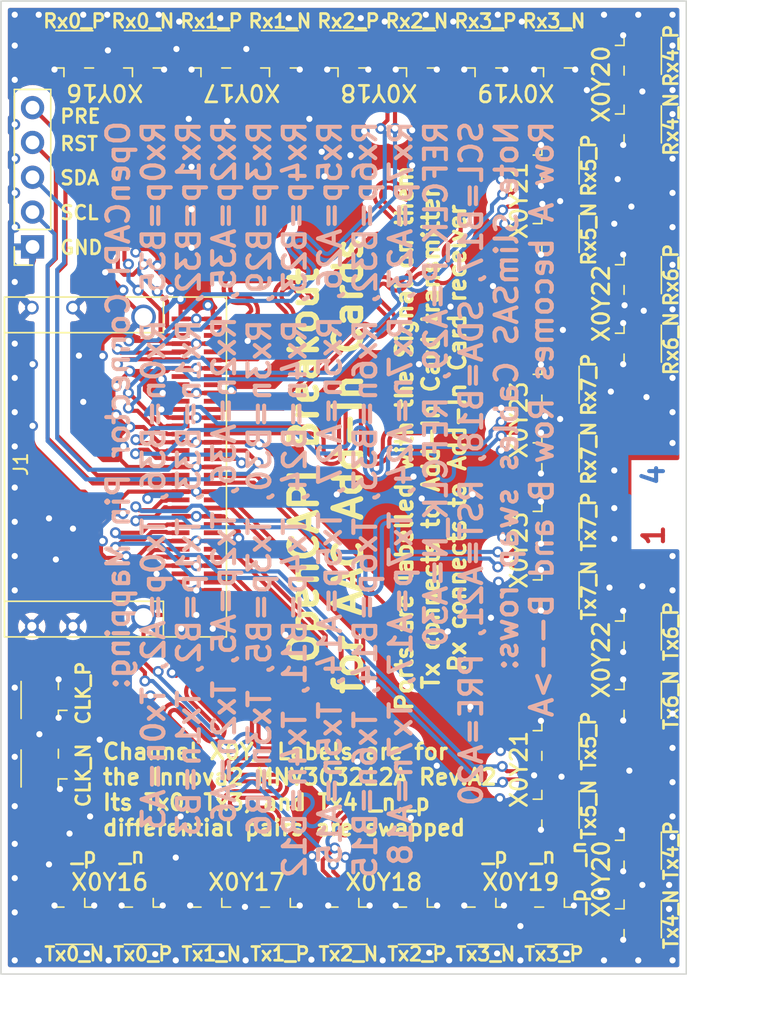
<source format=kicad_pcb>
(kicad_pcb (version 20221018) (generator pcbnew)
  (title_block (title "OpenCAPI SlimSAS 8x Breakout") (company "mwrnd") (comment 1 "github.com/mwrnd/OpenCAPI_Breakout"))
  (layers (0 "F.Cu" signal) (1 "In1.Cu" power) (2 "In2.Cu" power) (31 "B.Cu" signal) (34 "B.Paste" user) (35 "F.Paste" user) (36 "B.SilkS" user "B.Silkscreen") (37 "F.SilkS" user "F.Silkscreen") (38 "B.Mask" user) (39 "F.Mask" user) (44 "Edge.Cuts" user))
  (net 0 "")
  (net 1 "GND")
  (net 6 "INT_RST")
  (net 13 "Tx0_N")
  (net 14 "Tx0_P")
  (net 15 "Tx2_P")
  (net 16 "Tx2_N")
  (net 17 "Tx5_P")
  (net 18 "Tx5_N")
  (net 19 "Tx7_P")
  (net 20 "Tx7_N")
  (net 21 "Rx0_P")
  (net 22 "Rx0_N")
  (net 23 "Rx2_P")
  (net 24 "Rx2_N")
  (net 25 "Rx5_P")
  (net 26 "Rx5_N")
  (net 27 "Tx1_P")
  (net 28 "Tx1_N")
  (net 29 "Tx3_P")
  (net 30 "Tx3_N")
  (net 31 "Tx4_P")
  (net 32 "Tx4_N")
  (net 33 "Tx6_P")
  (net 34 "Tx6_N")
  (net 35 "Rx1_P")
  (net 36 "Rx1_N")
  (net 37 "Rx3_P")
  (net 38 "Rx3_N")
  (net 39 "Rx4_P")
  (net 40 "Rx4_N")
  (net 41 "Rx6_P")
  (net 42 "Rx6_N")
  (net 43 "Rx7_P")
  (net 44 "Rx7_N")
  (net 45 "REFCLK_P")
  (net 46 "REFCLK_N")
  (net 47 "PRE_DETECT")
  (net 48 "SCL")
  (net 49 "SDA")
  (footprint "U.FL_w_Label:U.FL_Hirose_w_Label" (layer "F.Cu") (at 118.35 146 -90)
    (fp_text reference "J5")
    (fp_text value "Tx1_P")
  )
  (footprint "U.FL_w_Label:U.FL_Hirose_w_Label" (layer "F.Cu") (at 138.35 146 -90)
    (fp_text reference "J9")
    (fp_text value "Tx3_P")
  )
  (footprint "U.FL_w_Label:U.FL_Hirose_w_Label" (layer "F.Cu") (at 128.35 83 90)
    (fp_text reference "J24")
    (fp_text value "Rx2_N")
  )
  (footprint "U.FL_w_Label:U.FL_Hirose_w_Label" (layer "F.Cu") (at 113.35 83 90)
    (fp_text reference "J21")
    (fp_text value "Rx1_P")
  )
  (footprint "U.FL_w_Label:U.FL_Hirose_w_Label" (layer "F.Cu") (at 103.35 146 -90)
    (fp_text reference "J4")
    (fp_text value "Tx0_N")
  )
  (footprint "U.FL_w_Label:U.FL_Hirose_w_Label" (layer "F.Cu") (at 118.35 83 90)
    (fp_text reference "J22")
    (fp_text value "Rx1_N")
  )
  (footprint "U.FL_w_Label:U.FL_Hirose_w_Label" (layer "F.Cu") (at 103.35 83 90)
    (fp_text reference "J19")
    (fp_text value "Rx0_P")
  )
  (footprint "U.FL_w_Label:U.FL_Hirose_w_Label" (layer "F.Cu") (at 144.35 141)
    (fp_text reference "J11")
    (fp_text value "Tx4_P")
  )
  (footprint "U.FL_w_Label:U.FL_Hirose_w_Label" (layer "F.Cu") (at 144.35 88)
    (fp_text reference "J28")
    (fp_text value "Rx4_N")
  )
  (footprint "U.FL_w_Label:U.FL_Hirose_w_Label" (layer "F.Cu") (at 101.3 135 180)
    (fp_text reference "J36")
    (fp_text value "CLK_N")
  )
  (footprint "U.FL_w_Label:U.FL_Hirose_w_Label" (layer "F.Cu") (at 128.35 146 -90)
    (fp_text reference "J7")
    (fp_text value "Tx2_P")
  )
  (footprint "U.FL_w_Label:U.FL_Hirose_w_Label" (layer "F.Cu") (at 138.35 133)
    (fp_text reference "J13")
    (fp_text value "Tx5_P")
  )
  (footprint "U.FL_w_Label:U.FL_Hirose_w_Label" (layer "F.Cu") (at 138.35 91)
    (fp_text reference "J29")
    (fp_text value "Rx5_P")
  )
  (footprint "U.FL_w_Label:U.FL_Hirose_w_Label" (layer "F.Cu") (at 108.35 146 -90)
    (fp_text reference "J3")
    (fp_text value "Tx0_P")
  )
  (footprint "U.FL_w_Label:U.FL_Hirose_w_Label" (layer "F.Cu") (at 138.35 122)
    (fp_text reference "J18")
    (fp_text value "Tx7_N")
  )
  (footprint "U.FL_w_Label:U.FL_Hirose_w_Label" (layer "F.Cu") (at 138.35 112)
    (fp_text reference "J34")
    (fp_text value "Rx7_N")
  )
  (footprint "U.FL_w_Label:U.FL_Hirose_w_Label" (layer "F.Cu") (at 108.35 83 90)
    (fp_text reference "J20")
    (fp_text value "Rx0_N")
  )
  (footprint "U.FL_w_Label:U.FL_Hirose_w_Label" (layer "F.Cu") (at 138.35 83 90)
    (fp_text reference "J26")
    (fp_text value "Rx3_N")
  )
  (footprint "U.FL_w_Label:U.FL_Hirose_w_Label" (layer "F.Cu") (at 138.35 138)
    (fp_text reference "J14")
    (fp_text value "Tx5_N")
  )
  (footprint "U.FL_w_Label:U.FL_Hirose_w_Label" (layer "F.Cu") (at 144.35 83)
    (fp_text reference "J27")
    (fp_text value "Rx4_P")
  )
  (footprint "SlimSAS_8x:SlimSAS_8x_RA_U10-A474" (layer "F.Cu") (at 113.45 123.8 90)
    (fp_text reference "J1")
    (fp_text value "OpenCAPI_AAC_Host")
  )
  (footprint "U.FL_w_Label:U.FL_Hirose_w_Label" (layer "F.Cu") (at 133.35 83 90)
    (fp_text reference "J25")
    (fp_text value "Rx3_P")
  )
  (footprint "U.FL_w_Label:U.FL_Hirose_w_Label" (layer "F.Cu") (at 138.35 107)
    (fp_text reference "J33")
    (fp_text value "Rx7_P")
  )
  (footprint "U.FL_w_Label:U.FL_Hirose_w_Label" (layer "F.Cu") (at 144.35 130)
    (fp_text reference "J16")
    (fp_text value "Tx6_N")
  )
  (footprint "U.FL_w_Label:U.FL_Hirose_w_Label" (layer "F.Cu") (at 138.35 96)
    (fp_text reference "J30")
    (fp_text value "Rx5_N")
  )
  (footprint "U.FL_w_Label:U.FL_Hirose_w_Label" (layer "F.Cu") (at 138.35 117)
    (fp_text reference "J17")
    (fp_text value "Tx7_P")
  )
  (footprint "U.FL_w_Label:U.FL_Hirose_w_Label" (layer "F.Cu") (at 144.35 99)
    (fp_text reference "J31")
    (fp_text value "Rx6_P")
  )
  (footprint "U.FL_w_Label:U.FL_Hirose_w_Label" (layer "F.Cu") (at 113.35 146 -90)
    (fp_text reference "J6")
    (fp_text value "Tx1_N")
  )
  (footprint "U.FL_w_Label:U.FL_Hirose_w_Label" (layer "F.Cu") (at 123.35 83 90)
    (fp_text reference "J23")
    (fp_text value "Rx2_P")
  )
  (footprint "U.FL_w_Label:U.FL_Hirose_w_Label" (layer "F.Cu") (at 144.35 146)
    (fp_text reference "J12")
    (fp_text value "Tx4_N")
  )
  (footprint "U.FL_w_Label:U.FL_Hirose_w_Label" (layer "F.Cu") (at 133.35 146 -90)
    (fp_text reference "J10")
    (fp_text value "Tx3_N")
  )
  (footprint "Connector_PinSocket_2.54mm:PinSocket_1x05_P2.54mm_Vertical" (layer "F.Cu") (at 100.3 96.94 180)
    (fp_text reference "J2" hide)
    (fp_text value "Conn_01x05")
  )
  (footprint "U.FL_w_Label:U.FL_Hirose_w_Label" (layer "F.Cu") (at 101.3 130 180)
    (fp_text reference "J35")
    (fp_text value "CLK_P")
  )
  (footprint "U.FL_w_Label:U.FL_Hirose_w_Label" (layer "F.Cu") (at 123.35 146 -90)
    (fp_text reference "J8")
    (fp_text value "Tx2_N")
  )
  (footprint "U.FL_w_Label:U.FL_Hirose_w_Label" (layer "F.Cu") (at 144.35 104)
    (fp_text reference "J32")
    (fp_text value "Rx6_N")
  )
  (footprint "U.FL_w_Label:U.FL_Hirose_w_Label" (layer "F.Cu") (at 144.35 125)
    (fp_text reference "J15")
    (fp_text value "Tx6_P")
  )
  (gr_line (start 148 150) (end 148 79) (stroke (width 0.1)) (layer "Edge.Cuts"))
  (gr_line (start 148 79) (end 98 79) (stroke (width 0.1)) (layer "Edge.Cuts"))
  (gr_line (start 98 150) (end 148 150) (stroke (width 0.1)) (layer "Edge.Cuts"))
  (gr_line (start 98 79) (end 98 150) (stroke (width 0.1)) (layer "Edge.Cuts"))
  (gr_text "1" (at 146.5 118.9 90) (layer "F.Cu") (effects (font (size 1.5 1.5) (thickness 0.3) bold) (justify left bottom)))
  (gr_text "4" (at 146.5 114.5 90) (layer "B.Cu") (effects (font (size 1.5 1.5) (thickness 0.3) bold) (justify left bottom)))
  (gr_text "OpenCAPI Connector Pin Mapping:\nRx0p=B35, Rx0n=B36, Tx0p=A2, Tx0n=A3\nRx1p=B32, Rx1n=B33, Tx1p=B2, Tx1n=B3\nRx2p=A35, Rx2n=A36, Tx2p=A5, Tx2n=A6\nRx3p=B29, Rx3n=B30, Tx3p=B5, Tx3n=B6\nRx4p=B23, Rx4n=B24, Tx4p=B11, Tx4n=B12\nRx5p=A26, Rx5n=A27, Tx5p=A14, Tx5n=A15\nRx6p=B32, Rx6n=B33, Tx6p=B14, Tx6n=B15\nRx7p=A23, Rx7n=A24, Tx7p=A17, Tx7n=A18\nREFCLK_P=A29, REFCLK_N=A30\nSCL=B17, SDA=B18, RST=A21, PRE=A20\nNote SlimSAS Cables swap rows:\nRow A becomes Row B and B-->A" (at 138.4 87.6 90) (layer "B.SilkS") (effects (font (size 1.6 1.6) (thickness 0.3) bold) (justify left bottom mirror)))
  (gr_text "X0Y20" (at 142.5 88 90) (layer "F.SilkS") (effects (font (size 1.2 1.2) (thickness 0.2) bold) (justify left bottom)))
  (gr_text "X0Y21" (at 136.5 138 90) (layer "F.SilkS") (effects (font (size 1.2 1.2) (thickness 0.2) bold) (justify left bottom)))
  (gr_text "X0Y19" (at 133 144) (layer "F.SilkS") (effects (font (size 1.2 1.2) (thickness 0.2) bold) (justify left bottom)))
  (gr_text "X0Y23" (at 136.5 122 90) (layer "F.SilkS") (effects (font (size 1.2 1.2) (thickness 0.2) bold) (justify left bottom)))
  (gr_text "X0Y18" (at 128.5 85 180) (layer "F.SilkS") (effects (font (size 1.2 1.2) (thickness 0.2) bold) (justify left bottom)))
  (gr_text "Channel X0Y_ Labels are for\nthe Innova2 MNV303212A Rev.A2\nIts Tx0, Tx3, and Tx4 _n,_p\ndifferential pairs are swapped" (at 105.3 140) (layer "F.SilkS") (effects (font (size 1.15 1.15) (thickness 0.24) bold) (justify left bottom)))
  (gr_text "X0Y23" (at 136.5 112.5 90) (layer "F.SilkS") (effects (font (size 1.2 1.2) (thickness 0.2) bold) (justify left bottom)))
  (gr_text "X0Y22" (at 142.5 130 90) (layer "F.SilkS") (effects (font (size 1.2 1.2) (thickness 0.2) bold) (justify left bottom)))
  (gr_text "_p  _n" (at 133 142) (layer "F.SilkS") (effects (font (size 1.1 1.1) (thickness 0.2) bold) (justify left bottom)))
  (gr_text "OpenCAPI Breakout\nfor AAC Add-In Cards" (at 124.5 112.9 90) (layer "F.SilkS") (effects (font (size 2 2) (thickness 0.4) bold) (justify bottom)))
  (gr_text "X0Y16" (at 108.5 85 180) (layer "F.SilkS") (effects (font (size 1.2 1.2) (thickness 0.2) bold) (justify left bottom)))
  (gr_text "X0Y17" (at 113 144) (layer "F.SilkS") (effects (font (size 1.2 1.2) (thickness 0.2) bold) (justify left bottom)))
  (gr_text "X0Y18" (at 123 144) (layer "F.SilkS") (effects (font (size 1.2 1.2) (thickness 0.2) bold) (justify left bottom)))
  (gr_text "X0Y19" (at 138.5 85 180) (layer "F.SilkS") (effects (font (size 1.2 1.2) (thickness 0.2) bold) (justify left bottom)))
  (gr_text "_p  _n" (at 140.75 145.75 90) (layer "F.SilkS") (effects (font (size 1.1 1.1) (thickness 0.2) bold) (justify left bottom)))
  (gr_text "X0Y17" (at 118.5 85 180) (layer "F.SilkS") (effects (font (size 1.2 1.2) (thickness 0.2) bold) (justify left bottom)))
  (gr_text "X0Y20" (at 142.5 146 90) (layer "F.SilkS") (effects (font (size 1.2 1.2) (thickness 0.2) bold) (justify left bottom)))
  (gr_text "X0Y16" (at 103 144) (layer "F.SilkS") (effects (font (size 1.2 1.2) (thickness 0.2) bold) (justify left bottom)))
  (gr_text "X0Y21" (at 136.5 96.5 90) (layer "F.SilkS") (effects (font (size 1.2 1.2) (thickness 0.2) bold) (justify left bottom)))
  (gr_text "_p  _n" (at 103 142) (layer "F.SilkS") (effects (font (size 1.1 1.1) (thickness 0.2) bold) (justify left bottom)))
  (gr_text "Ports are labelled with the Signal on them\nTx connects to Add-In Card transmitter\nRx connects to Add-In Card receiver" (at 132 110.9 90) (layer "F.SilkS") (effects (font (size 1.2 1.2) (thickness 0.26) bold) (justify bottom)))
  (gr_text "X0Y22" (at 142.5 104 90) (layer "F.SilkS") (effects (font (size 1.2 1.2) (thickness 0.2) bold) (justify left bottom)))
  (segment (start 98.75 93.25) (end 99 93) (width 0.3) (layer "F.Cu") (net 1))
  (segment (start 105.4 104) (end 105.4 104.9) (width 0.3) (layer "F.Cu") (net 1))
  (segment (start 108.4 125.9) (end 108.75 126.25) (width 0.3) (layer "F.Cu") (net 1))
  (segment (start 138.825 92.475) (end 137.425 92.475) (width 0.3) (layer "F.Cu") (net 1))
  (segment (start 98.75 93.75) (end 98.75 93.25) (width 0.3) (layer "F.Cu") (net 1))
  (segment (start 126.875 83.925) (end 126.8 84) (width 0.3) (layer "F.Cu") (net 1))
  (segment (start 110.15 105.8) (end 109.7 106.25) (width 0.3) (layer "F.Cu") (net 1))
  (segment (start 119.8 84) (end 119.8 86.9) (width 0.3) (layer "F.Cu") (net 1))
  (segment (start 114.25 116.6) (end 115.35 117.7) (width 0.3) (layer "F.Cu") (net 1))
  (segment (start 105.4 118.4) (end 105.3 118.5) (width 0.3) (layer "F.Cu") (net 1))
  (segment (start 99.1 99.7) (end 100.3 98.5) (width 0.3) (layer "F.Cu") (net 1))
  (segment (start 98.75 87.25) (end 98.75 87.75) (width 0.3) (layer "F.Cu") (net 1))
  (segment (start 144.825 85.625) (end 144.8 85.6) (width 0.3) (layer "F.Cu") (net 1))
  (segment (start 115.875 82.525) (end 115.9 82.5) (width 0.3) (layer "F.Cu") (net 1))
  (segment (start 107.830435 97.323505) (end 108.05394 97.1) (width 0.3) (layer "F.Cu") (net 1))
  (segment (start 136.275 115.525) (end 137.4 115.525) (width 0.3) (layer "F.Cu") (net 1))
  (segment (start 136.725 89.525) (end 135.5 90.75) (width 0.3) (layer "F.Cu") (net 1))
  (segment (start 121.875 82.525) (end 121.875 83.925) (width 0.3) (layer "F.Cu") (net 1))
  (segment (start 109.7 106.25) (end 109.7 106.6) (width 0.3) (layer "F.Cu") (net 1))
  (segment (start 100.3 98.5) (end 100.3 96.94) (width 0.3) (layer "F.Cu") (net 1))
  (segment (start 106.875 145.075) (end 106.8 145) (width 0.3) (layer "F.Cu") (net 1))
  (segment (start 98.75 89.25) (end 98.75 91.5) (width 0.3) (layer "F.Cu") (net 1))
  (segment (start 113.45 104) (end 115.8 104) (width 0.3) (layer "F.Cu") (net 1))
  (segment (start 113.45 102.2) (end 112.25 102.2) (width 0.3) (layer "F.Cu") (net 1))
  (segment (start 107.306076 110.084853) (end 107.397005 110.084853) (width 0.3) (layer "F.Cu") (net 1))
  (segment (start 129.1 143.2) (end 127.8 143.2) (width 0.3) (layer "F.Cu") (net 1))
  (segment (start 109.825 83.925) (end 109.9 84) (width 0.3) (layer "F.Cu") (net 1))
  (segment (start 106.410482 107.091704) (end 106.2 107.302186) (width 0.3) (layer "F.Cu") (net 1))
  (segment (start 111.875 146.475) (end 111.875 145.075) (width 0.3) (layer "F.Cu") (net 1))
  (segment (start 100.825 132.475) (end 100.8 132.5) (width 0.3) (layer "F.Cu") (net 1))
  (segment (start 138.825 136.525) (end 138.425 136.525) (width 0.3) (layer "F.Cu") (net 1))
  (segment (start 134.75 96.75) (end 134.75 95.25) (width 0.3) (layer "F.Cu") (net 1))
  (segment (start 109.418431 97.718431) (end 109.418431 98.311364) (width 0.3) (layer "F.Cu") (net 1))
  (segment (start 108.403087 110.084853) (end 107.397005 110.084853) (width 0.3) (layer "F.Cu") (net 1))
  (segment (start 106.2 115.1) (end 104.4 115.1) (width 0.3) (layer "F.Cu") (net 1))
  (segment (start 138.225 134.475) (end 137.2 135.5) (width 0.3) (layer "F.Cu") (net 1))
  (segment (start 111.1 123.8) (end 108.55 123.8) (width 0.3) (layer "F.Cu") (net 1))
  (segment (start 105.3 119.3) (end 105.634863 119.634863) (width 0.3) (layer "F.Cu") (net 1))
  (segment (start 138.825 109.475) (end 138.8 109.5) (width 0.3) (layer "F.Cu") (net 1))
  (segment (start 109.75 126.25) (end 109.75 126.2) (width 0.3) (layer "F.Cu") (net 1))
  (segment (start 109.7 108.8) (end 109.7 108.6) (width 0.3) (layer "F.Cu") (net 1))
  (segment (start 109.318234 106.6) (end 109.7 106.6) (width 0.3) (layer "F.Cu") (net 1))
  (segment (start 111.1 102.2) (end 111.1 100.740907) (width 0.3) (layer "F.Cu") (net 1))
  (segment (start 100.825 136.475) (end 102.275 136.475) (width 0.3) (layer "F.Cu") (net 1))
  (segment (start 114.8 106.2) (end 114.4 105.8) (width 0.3) (layer "F.Cu") (net 1))
  (segment (start 112.25 124.7) (end 111.15 125.8) (width 0.3) (layer "F.Cu") (net 1))
  (segment (start 105.725 82.525) (end 105.8 82.6) (width 0.3) (layer "F.Cu") (net 1))
  (segment (start 120.3 142.6) (end 120.3 141.8) (width 0.3) (layer "F.Cu") (net 1))
  (segment (start 111.1 118.4) (end 109.1 118.4) (width 0.3) (layer "F.Cu") (net 1))
  (segment (start 144.825 123.525) (end 143.425 123.525) (width 0.3) (layer "F.Cu") (net 1))
  (segment (start 138.825 118.475) (end 137.525 118.475) (width 0.3) (layer "F.Cu") (net 1))
  (segment (start 134.5 91.75) (end 134.5 92) (width 0.3) (layer "F.Cu") (net 1))
  (segment (start 109.821177 104) (end 109.621177 103.8) (width 0.3) (layer "F.Cu") (net 1))
  (segment (start 119.825 145.025) (end 119.8 145) (width 0.3) (layer "F.Cu") (net 1))
  (segment (start 98.75 85) (end 99 84.75) (width 0.3) (layer "F.Cu") (net 1))
  (segment (start 107.019362 119.634863) (end 107.129255 119.52497) (width 0.3) (layer "F.Cu") (net 1))
  (segment (start 127.8 143.2) (end 126.9 142.3) (width 0.3) (layer "F.Cu") (net 1))
  (segment (start 111.1 104) (end 109.821177 104) (width 0.3) (layer "F.Cu") (net 1))
  (segment (start 104.1 114.8) (end 102.9 114.8) (width 0.3) (layer "F.Cu") (net 1))
  (segment (start 136.875 83.975) (end 136.9 84) (width 0.3) (layer "F.Cu") (net 1))
  (segment (start 138.825 93.625) (end 138.8 93.6) (width 0.3) (layer "F.Cu") (net 1))
  (segment (start 108.8 97.1) (end 109.418431 97.718431) (width 0.3) (layer "F.Cu") (net 1))
  (segment (start 128.5 104.8) (end 128.5 105.5) (width 0.3) (layer "F.Cu") (net 1))
  (segment (start 106.7 112.45) (end 107.25 113) (width 0.3) (layer "F.Cu") (net 1))
  (segment (start 111.1 114.8) (end 112.25 114.8) (width 0.3) (layer "F.Cu") (net 1))
  (segment (start 101.875 145.025) (end 101.9 145) (width 0.3) (layer "F.Cu") (net 1))
  (segment (start 107.97503 119.52497) (end 109.1 118.4) (width 0.3) (layer "F.Cu") (net 1))
  (segment (start 144.825 142.475) (end 143.425 142.475) (width 0.3) (layer "F.Cu") (net 1))
  (segment (start 107.5 106) (end 107.4 106.1) (width 0.3) (layer "F.Cu") (net 1))
  (segment (start 114.825 146.075) (end 115.8 145.1) (width 0.3) (layer "F.Cu") (net 1))
  (segment (start 137.4 105.525) (end 136.175 105.525) (width 0.3) (layer "F.Cu") (net 1))
  (segment (start 138.825 131.525) (end 137.4 131.525) (width 0.3) (layer "F.Cu") (net 1))
  (segment (start 134.6 118.1) (end 134.6 117.2) (width 0.3) (layer "F.Cu") (net 1))
  (segment (start 102.175 128.525) (end 102.2 128.5) (width 0.3) (layer "F.Cu") (net 1))
  (segment (start 98.75 95.25) (end 99 95.5) (width 0.3) (layer "F.Cu") (net 1))
  (segment (start 98.75 87.75) (end 99 88) (width 0.3) (layer "F.Cu") (net 1))
  (segment (start 136.275 123.475) (end 134.2 121.4) (width 0.3) (layer "F.Cu") (net 1))
  (segment (start 143.425 105.475) (end 143.4 105.5) (width 0.3) (layer "F.Cu") (net 1))
  (segment (start 138.425 136.525) (end 137.4 135.5) (width 0.3) (layer "F.Cu") (net 1))
  (segment (start 117.15 111.35) (end 116.85 111.35) (width 0.3) (layer "F.Cu") (net 1))
  (segment (start 116.85 111.35) (end 116.7 111.2) (width 0.3) (layer "F.Cu") (net 1))
  (segment (start 134.825 83.975) (end 134.8 84) (width 0.3) (layer "F.Cu") (net 1))
  (segment (start 100.3 105.5) (end 100.3 105.3) (width 0.3) (layer "F.Cu") (net 1))
  (segment (start 106.933124 111.48675) (end 106.7 111.719874) (width 0.3) (layer "F.Cu") (net 1))
  (segment (start 129.8 86.625529) (end 129.8 84) (width 0.3) (layer "F.Cu") (net 1))
  (segment (start 121.4 91.6) (end 121.6 91.8) (width 0.3) (layer "F.Cu") (net 1))
  (segment (start 109.75 126.2) (end 111.15 124.8) (width 0.3) (layer "F.Cu") (net 1))
  (segment (start 114.8 107.4) (end 114.6 107.6) (width 0.3) (layer "F.Cu") (net 1))
  (segment (start 110.32 105.8) (end 110.12 106) (width 0.3) (layer "F.Cu") (net 1))
  (segment (start 113.45 111.2) (end 112.25 111.2) (width 0.3) (layer "F.Cu") (net 1))
  (segment (start 98.75 87.25) (end 98.75 85) (width 0.3) (layer "F.Cu") (net 1))
  (segment (start 144.825 128.525) (end 143.425 128.525) (width 0.3) (layer "F.Cu") (net 1))
  (segment (start 139.825 145.025) (end 139.8 145) (width 0.3) (layer "F.Cu") (net 1))
  (segment (start 111.1 123.8) (end 111.1 124.75) (width 0.3) (layer "F.Cu") (net 1))
  (segment (start 144.825 100.475) (end 144.825 101.525) (width 0.3) (layer "F.Cu") (net 1))
  (segment (start 138.825 108.475) (end 138.825 109.475) (width 0.3) (layer "F.Cu") (net 1))
  (segment (start 109.825 145.025) (end 109.8 145) (width 0.3) (layer "F.Cu") (net 1))
  (segment (start 138.825 109.525) (end 138.8 109.5) (width 0.3) (layer "F.Cu") (net 1))
  (segment (start 136.175 113.475) (end 134.5 111.8) (width 0.3) (layer "F.Cu") (net 1))
  (segment (start 138.9 135.6) (end 138.9 134.55) (width 0.3) (layer "F.Cu") (net 1))
  (segment (start 109.825 146.475) (end 109.825 145.025) (width 0.3) (layer "F.Cu") (net 1))
  (segment (start 144.825 81.525) (end 143.425 81.525) (width 0.3) (layer "F.Cu") (net 1))
  (segment (start 144.825 100.475) (end 144.225 100.475) (width 0.3) (layer "F.Cu") (net 1))
  (segment (start 143.425 147.475) (end 144.825 147.475) (width 0.3) (layer "F.Cu") (net 1))
  (segment (start 113.45 113) (end 112.25 113) (width 0.3) (layer "F.Cu") (net 1))
  (segment (start 144.825 89.475) (end 143.425 89.475) (width 0.3) (layer "F.Cu") (net 1))
  (segment (start 113.45 109.4) (end 112.25 109.4) (width 0.3) (layer "F.Cu") (net 1))
  (segment (start 138.525 108.475) (end 137.7 109.3) (width 0.3) (layer "F.Cu") (net 1))
  (segment (start 113.45 101.55) (end 113.45 102.2) (width 0.3) (layer "F.Cu") (net 1))
  (segment (start 105.875 82.525) (end 105.8 82.6) (width 0.3) (layer "F.Cu") (net 1))
  (segment (start 109.825 82.525) (end 109.825 83.925) (width 0.3) (layer "F.Cu") (net 1))
  (segment (start 139.825 82.525) (end 139.825 83.925) (width 0.3) (layer "F.Cu") (net 1))
  (segment (start 144.225 100.475) (end 143.5 101.2) (width 0.3) (layer "F.Cu") (net 1))
  (segment (start 106.410482 107.091704) (end 106.410482 106.989518) (width 0.3) (layer "F.Cu") (net 1))
  (segment (start 126.875 145.075) (end 126.8 145) (width 0.3) (layer "F.Cu") (net 1))
  (segment (start 107.25 113) (end 111.1 113) (width 0.3) (layer "F.Cu") (net 1))
  (segment (start 106.933124 111.48675) (end 106.7 111.253626) (width 0.3) (layer "F.Cu") (net 1))
  (segment (start 113.45 105.8) (end 112.25 105.8) (width 0.3) (layer "F.Cu") (net 1))
  (segment (start 111.1 100.740907) (end 110.414206 100.055113) (width 0.3) (layer "F.Cu") (net 1))
  (segment (start 106 103.4) (end 105.4 104) (width 0.3) (layer "F.Cu") (net 1))
  (segment (start 111.1 124.75) (end 111.15 124.8) (width 0.3) (layer "F.Cu") (net 1))
  (segment (start 111.1 111.2) (end 112.25 111.2) (width 0.3) (layer "F.Cu") (net 1))
  (segment (start 106.2 107.302186) (end 106.2 109) (width 0.3) (layer "F.Cu") (net 1))
  (segment (start 137.4 97.5) (end 136.2 97.5) (width 0.3) (layer "F.Cu") (net 1))
  (segment (start 138.825 120.525) (end 137.425 120.525) (width 0.3) (layer "F.Cu") (net 1))
  (segment (start 144.825 105.475) (end 143.425 105.475) (width 0.3) (layer "F.Cu") (net 1))
  (segment (start 113.45 123.8) (end 112.25 123.8) (width 0.3) (layer "F.Cu") (net 1))
  (segment (start 144.825 143.475) (end 144.8 143.5) (width 0.3) (layer "F.Cu") (net 1))
  (segment (start 144.825 143.525) (end 144.8 143.5) (width 0.3) (layer "F.Cu") (net 1))
  (segment (start 109.2 114.8) (end 108.7 115.3) (width 0.3) (layer "F.Cu") (net 1))
  (segment (start 143.4 147.5) (end 143.425 147.475) (width 0.3) (layer "F.Cu") (net 1))
  (segment (start 115.15 118.4) (end 115.35 118.2) (width 0.3) (layer "F.Cu") (net 1))
  (segment (start 120.3 141.8) (end 120.7 141.4) (width 0.3) (layer "F.Cu") (net 1))
  (segment (start 138.825 108.475) (end 138.525 108.475) (width 0.3) (layer "F.Cu") (net 1))
  (segment (start 129.825 82.525) (end 129.825 83.975) (width 0.3) (layer "F.Cu") (net 1))
  (segment (start 111.875 145.075) (end 111.8 145) (width 0.3) (layer "F.Cu") (net 1))
  (segment (start 98.75 89.25) (end 98.75 88.25) (width 0.3) (layer "F.Cu") (net 1))
  (segment (start 116.7 111.2) (end 113.45 111.2) (width 0.3) (layer "F.Cu") (net 1))
  (segment (start 138.825 123.475) (end 137.4 123.475) (width 0.3) (layer "F.Cu") (net 1))
  (segment (start 124.825 146.475) (end 124.825 145.075) (width 0.3) (layer "F.Cu") (net 1))
  (segment (start 98.75 93.75) (end 98.75 94.5) (width 0.3) (layer "F.Cu") (net 1))
  (segment (start 106.9 100.1) (end 106.9 100.55) (width 0.3) (layer "F.Cu") (net 1))
  (segment (start 105.3 118.5) (end 105.3 119.3) (width 0.3) (layer "F.Cu") (net 1))
  (segment (start 98.75 91.5) (end 98.75 93.75) (width 0.3) (layer "F.Cu") (net 1))
  (segment (start 119.825 146.475) (end 119.825 145.025) (width 0.3) (layer "F.Cu") (net 1))
  (segment (start 122.5 115) (end 120.8 115) (width 0.3) (layer "F.Cu") (net 1))
  (segment (start 109.35 121.2) (end 109.35 120.8) (width 0.3) (layer "F.Cu") (net 1))
  (segment (start 106.9 100.55) (end 108.4 102.05) (width 0.3) (layer "F.Cu") (net 1))
  (segment (start 108.5 107.4) (end 108.5 107.091704) (width 0.3) (layer "F.Cu") (net 1))
  (segment (start 134.4 137.2) (end 134.4 137.4) (width 0.3) (layer "F.Cu") (net 1))
  (segment (start 107.184853 110.084853) (end 107.397005 110.084853) (width 0.3) (layer "F.Cu") (net 1))
  (segment (start 136.875 82.525) (end 136.875 83.975) (width 0.3) (layer "F.Cu") (net 1))
  (segment (start 143.425 89.475) (end 143.4 89.5) (width 0.3) (layer "F.Cu") (net 1))
  (segment (start 129.825 145) (end 129.825 143.925) (width 0.3) (layer "F.Cu") (net 1))
  (segment (start 111.875 83.975) (end 111.9 84) (width 0.3) (layer "F.Cu") (net 1))
  (segment (start 135.5 97.5) (end 134.75 96.75) (width 0.3) (layer "F.Cu") (net 1))
  (segment (start 136.625 131.525) (end 137.4 131.525) (width 0.3) (layer "F.Cu") (net 1))
  (segment (start 111.1 102.2) (end 112.25 102.2) (width 0.3) (layer "F.Cu") (net 1))
  (segment (start 129.825 146.475) (end 129.825 145) (width 0.3) (layer "F.Cu") (net 1))
  (segment (start 137.425 92.475) (end 137.4 92.5) (width 0.3) (layer "F.Cu") (net 1))
  (segment (start 137.525 118.475) (end 137.4 118.6) (width 0.3) (layer "F.Cu") (net 1))
  (segment (start 143.425 131.475) (end 143.4 131.5) (width 0.3) (layer "F.Cu") (net 1))
  (segment (start 110.775 82.525) (end 110.8 82.5) (width 0.3) (layer "F.Cu") (net 1))
  (segment (start 134.825 146.475) (end 134.825 145.125) (width 0.3) (layer "F.Cu") (net 1))
  (segment (start 143.425 126.475) (end 143.4 126.5) (width 0.3) (layer "F.Cu") (net 1))
  (segment (start 139.825 83.925) (end 139.9 84) (width 0.3) (layer "F.Cu") (net 1))
  (segment (start 99.1 111) (end 99.1 99.7) (width 0.3) (layer "F.Cu") (net 1))
  (segment (start 124.825 82.525) (end 124.825 83.975) (width 0.3) (layer "F.Cu") (net 1))
  (segment (start 111.15 125.8) (end 111.15 127.345282) (width 0.3) (layer "F.Cu") (net 1))
  (segment (start 144.825 144.525) (end 144.825 143.525) (width 0.3) (layer "F.Cu") (net 1))
  (segment (start 113.45 116.6) (end 114.25 116.6) (width 0.3) (layer "F.Cu") (net 1))
  (segment (start 138.825 92.475) (end 138.825 93.575) (width 0.3) (layer "F.Cu") (net 1))
  (segment (start 108.403087 110.084853) (end 109.518234 111.2) (width 0.3) (layer "F.Cu") (net 1))
  (segment (start 143.325 139.525) (end 143.3 139.5) (width 0.3) (layer "F.Cu") (net 1))
  (segment (start 134.8 108.385497) (end 134.5 108.685497) (width 0.3) (layer "F.Cu") (net 1))
  (segment (start 137.4 123.475) (end 136.275 123.475) (width 0.3) (layer "F.Cu") (net 1))
  (segment (start 108.5 107.091704) (end 108.82653 107.091704) (width 0.3) (layer "F.Cu") (net 1))
  (segment (start 111.875 82.525) (end 110.825 82.525) (width 0.3) (layer "F.Cu") (net 1))
  (segment (start 109.621177 103.8) (end 107.334753 103.8) (width 0.3) (layer "F.Cu") (net 1))
  (segment (start 138.225 94.525) (end 137.5 93.8) (width 0.3) (layer "F.Cu") (net 1))
  (segment (start 124.825 145.075) (end 124.9 145) (width 0.3) (layer "F.Cu") (net 1))
  (segment (start 123.952496 142.3) (end 123.133053 141.480557) (width 0.3) (layer "F.Cu") (net 1))
  (segment (start 100.825 131.475) (end 102.025 131.475) (width 0.3) (layer "F.Cu") (net 1))
  (segment (start 138.9 134.55) (end 138.825 134.475) (width 0.3) (layer "F.Cu") (net 1))
  (segment (start 137.4 97.5) (end 135.5 97.5) (width 0.3) (layer "F.Cu") (net 1))
  (segment (start 134.8 106.9) (end 134.8 108.385497) (width 0.3) (layer "F.Cu") (net 1))
  (segment (start 119.825 83.975) (end 119.8 84) (width 0.3) (layer "F.Cu") (net 1))
  (segment (start 109.825 82.525) (end 110.775 82.525) (width 0.3) (layer "F.Cu") (net 1))
  (segment (start 98.75 94.5) (end 98.75 95.25) (width 0.3) (layer "F.Cu") (net 1))
  (segment (start 113.45 118.4) (end 115.15 118.4) (width 0.3) (layer "F.Cu") (net 1))
  (segment (start 100.25 105.45) (end 100.3 105.5) (width 0.3) (layer "F.Cu") (net 1))
  (segment (start 108.75 126.25) (end 109.75 126.25) (width 0.3) (layer "F.Cu") (net 1))
  (segment (start 108.4 123.95) (end 108.4 125.9) (width 0.3) (layer "F.Cu") (net 1))
  (segment (start 138.825 105.525) (end 137.4 105.525) (width 0.3) (layer "F.Cu") (net 1))
  (segment (start 108.82653 107.091704) (end 109.318234 106.6) (width 0.3) (layer "F.Cu") (net 1))
  (segment (start 111.9 84) (end 111.9 87.4) (width 0.3) (layer "F.Cu") (net 1))
  (segment (start 98.75 87.25) (end 98.75 89.25) (width 0.3) (layer "F.Cu") (net 1))
  (segment (start 142.75 118.25) (end 142.75 116) (width 0.3) (layer "F.Cu") (net 1))
  (segment (start 102.025 131.475) (end 102.2 131.3) (width 0.3) (layer "F.Cu") (net 1))
  (segment (start 115.925 82.525) (end 115.9 82.5) (width 0.3) (layer "F.Cu") (net 1))
  (segment (start 111.1 120.2) (end 112.25 120.2) (width 0.3) (layer "F.Cu") (net 1))
  (segment (start 98.75 99.25) (end 99 99.5) (width 0.3) (layer "F.Cu") (net 1))
  (segment (start 107.334753 103.8) (end 107.32804 103.806713) (width 0.3) (layer "F.Cu") (net 1))
  (segment (start 105.6 98.8) (end 106.9 100.1) (width 0.3) (layer "F.Cu") (net 1))
  (segment (start 138.825 89.525) (end 136.725 89.525) (width 0.3) (layer "F.Cu") (net 1))
  (segment (start 113.45 122) (end 112.25 122) (width 0.3) (layer "F.Cu") (net 1))
  (segment (start 137.2 135.5) (end 136.9 135.5) (width 0.3) (layer "F.Cu") (net 1))
  (segment (start 139.825 146.475) (end 139.825 145.025) (width 0.3) (layer "F.Cu") (net 1))
  (segment (start 121.8 85.414503) (end 121.8 84) (width 0.3) (layer "F.Cu") (net 1))
  (segment (start 107.97503 119.52497) (end 107.129255 119.52497) (width 0.3) (layer "F.Cu") (net 1))
  (segment (start 111.1 113) (end 112.25 113) (width 0.3) (layer "F.Cu") (net 1))
  (segment (start 138.825 110.525) (end 137.425 110.525) (width 0.3) (layer "F.Cu") (net 1))
  (segment (start 110.2 109.4) (end 109.7 108.9) (width 0.3) (layer "F.Cu") (net 1))
  (segment (start 136.2 97.5) (end 133.9 99.8) (width 0.3) (layer "F.Cu") (net 1))
  (segment (start 110.12 106) (end 107.5 106) (width 0.3) (layer "F.Cu") (net 1))
  (segment (start 109.314503 98.415292) (end 109.314503 98.614503) (width 0.3) (layer "F.Cu") (net 1))
  (segment (start 104.825 82.525) (end 105.725 82.525) (width 0.3) (layer "F.Cu") (net 1))
  (segment (start 138.825 89.525) (end 137.425 89.525) (width 0.3) (layer "F.Cu") (net 1))
  (segment (start 137.425 89.525) (end 137.4 89.5) (width 0.3) (layer "F.Cu") (net 1))
  (segment (start 126.875 146.475) (end 126.875 145.075) (width 0.3) (layer "F.Cu") (net 1))
  (segment (start 114.4 105.8) (end 113.45 105.8) (width 0.3) (layer "F.Cu") (net 1))
  (segment (start 138.825 139.475) (end 137.4 139.475) (width 0.3) (layer "F.Cu") (net 1))
  (segment (start 120.8 115) (end 117.15 111.35) (width 0.3) (layer "F.Cu") (net 1))
  (segment (start 106.7 111.719874) (end 106.7 112.45) (width 0.3) (layer "F.Cu") (net 1))
  (segment (start 116.875 145.675) (end 116.3 145.1) (width 0.3) (layer "F.Cu") (net 1))
  (segment (start 138.825 94.525) (end 138.225 94.525) (width 0.3) (layer "F.Cu") (net 1))
  (segment (start 143.425 97.525) (end 143.4 97.5) (width 0.3) (layer "F.Cu") (net 1))
  (segment (start 119.825 82.525) (end 119.825 83.975) (width 0.3) (layer "F.Cu") (net 1))
  (segment (start 137.425 110.525) (end 137.4 110.5) (width 0.3) (layer "F.Cu") (net 1))
  (segment (start 129.825 143.925) (end 129.1 143.2) (width 0.3) (layer "F.Cu") (net 1))
  (segment (start 106.6 115.5) (end 106.2 115.1) (width 0.3) (layer "F.Cu") (net 1))
  (segment (start 124.5 88.5) (end 124.5 88.114503) (width 0.3) (layer "F.Cu") (net 1))
  (segment (start 104.825 146.475) (end 104.825 145.025) (width 0.3) (layer "F.Cu") (net 1))
  (segment (start 114.6 107.6) (end 113.45 107.6) (width 0.3) (layer "F.Cu") (net 1))
  (segment (start 108.55 123.8) (end 108.4 123.95) (width 0.3) (layer "F.Cu") (net 1))
  (segment (start 109.95 120.2) (end 109.35 120.8) (width 0.3) (layer "F.Cu") (net 1))
  (segment (start 111.1 105.8) (end 112.25 105.8) (width 0.3) (layer "F.Cu") (net 1))
  (segment (start 115.8 104) (end 116 103.8) (width 0.3) (layer "F.Cu") (net 1))
  (segment (start 106.7 110.690929) (end 107.306076 110.084853) (width 0.3) (layer "F.Cu") (net 1))
  (segment (start 135.5 90.75) (end 134.5 91.75) (width 0.3) (layer "F.Cu") (net 1))
  (segment (start 112.25 123.8) (end 112.25 124.7) (width 0.3) (layer "F.Cu") (net 1))
  (segment (start 111.1 123.8) (end 112.25 123.8) (width 0.3) (layer "F.Cu") (net 1))
  (segment (start 138.825 94.525) (end 138.825 93.625) (width 0.3) (layer "F.Cu") (net 1))
  (segment (start 111.9 87.4) (end 111.7 87.6) (width 0.3) (layer "F.Cu") (net 1))
  (segment (start 111.1 122) (end 110.15 122) (width 0.3) (layer "F.Cu") (net 1))
  (segment (start 137.4 113.475) (end 136.175 113.475) (width 0.3) (layer "F.Cu") (net 1))
  (segment (start 130.8 102.5) (end 128.5 104.8) (width 0.3) (layer "F.Cu") (net 1))
  (segment (start 115.35 117.7) (end 115.35 118.2) (width 0.3) (layer "F.Cu") (net 1))
  (segment (start 116.3 145.1) (end 115.8 145.1) (width 0.3) (layer "F.Cu") (net 1))
  (segment (start 143.425 142.475) (end 143.4 142.5) (width 0.3) (layer "F.Cu") (net 1))
  (segment (start 107.3 114.8) (end 111.1 114.8) (width 0.3) (layer "F.Cu") (net 1))
  (segment (start 102.275 136.475) (end 102.3 136.5) (width 0.3) (layer "F.Cu") (net 1))
  (segment (start 143.425 81.525) (end 143.4 81.5) (width 0.3) (layer "F.Cu") (net 1))
  (segment (start 111.15 127.345282) (end 110.488107 128.007175) (width 0.3) (layer "F.Cu") (net 1))
  (segment (start 111.1 116.6) (end 112.25 116.6) (width 0.3) (layer "F.Cu") (net 1))
  (segment (start 113.45 107.6) (end 112.25 107.6) (width 0.3) (layer "F.Cu") (net 1))
  (segment (start 144.825 101.675) (end 144.9 101.6) (width 0.3) (layer "F.Cu") (net 1))
  (segment (start 109.7 108.6) (end 108.5 107.4) (width 0.3) (layer "F.Cu") (net 1))
  (segment (start 143.425 102.525) (end 143.4 102.5) (width 0.3) (layer "F.Cu") (net 1))
  (segment (start 143.425 123.525) (end 143.4 123.5) (width 0.3) (layer "F.Cu") (net 1))
  (segment (start 111.1 114.8) (end 109.2 114.8) (width 0.3) (layer "F.Cu") (net 1))
  (segment (start 138.825 134.475) (end 138.225 134.475) (width 0.3) (layer "F.Cu") (net 1))
  (segment (start 107.2 103.6) (end 107 103.4) (width 0.3) (layer "F.Cu") (net 1))
  (segment (start 101.875 82.525) (end 101.875 83.975) (width 0.3) (layer "F.Cu") (net 1))
  (segment (start 106.7 111.253626) (end 106.7 110.690929) (width 0.3) (layer "F.Cu") (net 1))
  (segment (start 111.15 124.8) (end 111.15 125.8) (width 0.3) (layer "F.Cu") (net 1))
  (segment (start 121.4 90) (end 121.4 91.6) (width 0.3) (layer "F.Cu") (net 1))
  (segment (start 110.825 82.525) (end 110.8 82.5) (width 0.3) (layer "F.Cu") (net 1))
  (segment (start 130.8 101.3) (end 130.8 102.5) (width 0.3) (layer "F.Cu") (net 1))
  (segment (start 113.1 101.2) (end 113.45 101.55) (width 0.3) (layer "F.Cu") (net 1))
  (segment (start 138.825 97.475) (end 137.425 97.475) (width 0.3) (layer "F.Cu") (net 1))
  (segment (start 111.1 109.4) (end 110.2 109.4) (width 0.3) (layer "F.Cu") (net 1))
  (segment (start 138.825 113.475) (end 137.4 113.475) (width 0.3) (layer "F.Cu") (net 1))
  (segment (start 138.825 110.525) (end 138.825 109.525) (width 0.3) (layer "F.Cu") (net 1))
  (segment (start 111.1 120.2) (end 109.95 120.2) (width 0.3) (layer "F.Cu") (net 1))
  (segment (start 111.1 105.8) (end 110.32 105.8) (width 0.3) (layer "F.Cu") (net 1))
  (segment (start 134.45 133.7) (end 136.625 131.525) (width 0.3) (layer "F.Cu") (net 1))
  (segment (start 106.410482 106.989518) (end 107.4 106) (width 0.3) (layer "F.Cu") (net 1))
  (segment (start 111.1 118.4) (end 112.25 118.4) (width 0.3) (layer "F.Cu") (net 1))
  (segment (start 144.825 142.475) (end 144.825 143.475) (width 0.3) (layer "F.Cu") (net 1))
  (segment (start 111.1 107.6) (end 109.8 107.6) (width 0.3) (layer "F.Cu") (net 1))
  (segment (start 134.825 82.525) (end 134.825 83.975) (width 0.3) (layer "F.Cu") (net 1))
  (segment (start 136.175 105.525) (end 134.8 106.9) (width 0.3) (layer "F.Cu") (net 1))
  (segment (start 110.414206 99.714206) (end 110.414206 100.055113) (width 0.3) (layer "F.Cu") (net 1))
  (segment (start 100.825 131.475) (end 100.825 132.475) (width 0.3) (layer "F.Cu") (net 1))
  (segment (start 144.825 131.475) (end 143.425 131.475) (width 0.3) (layer "F.Cu") (net 1))
  (segment (start 144.825 84.475) (end 144.825 85.575) (width 0.3) (layer "F.Cu") (net 1))
  (segment (start 106.4 109.2) (end 106.4 109.3) (width 0.3) (layer "F.Cu") (net 1))
  (segment (start 105.634863 119.634863) (end 107.019362 119.634863) (width 0.3) (layer "F.Cu") (net 1))
  (segment (start 137.4 135.5) (end 136.9 135.5) (width 0.3) (layer "F.Cu") (net 1))
  (segment (start 116.875 82.525) (end 115.925 82.525) (width 0.3) (layer "F.Cu") (net 1))
  (segment (start 116.875 146.475) (end 116.875 145.675) (width 0.3) (layer "F.Cu") (net 1))
  (segment (start 131.875 83.925) (end 131.8 84) (width 0.3) (layer "F.Cu") (net 1))
  (segment (start 121.875 146.475) (end 121.875 145) (width 0.3) (layer "F.Cu") (net 1))
  (segment (start 100.825 133.525) (end 100.825 132.525) (width 0.3) (layer "F.Cu") (net 1))
  (segment (start 129.825 83.975) (end 129.8 84) (width 0.3) (layer "F.Cu") (net 1))
  (segment (start 144.825 126.475) (end 143.425 126.475) (width 0.3) (layer "F.Cu") (net 1))
  (segment (start 136.475 139.475) (end 137.4 139.475) (width 0.3) (layer "F.Cu") (net 1))
  (segment (start 111.1 105.8) (end 110.15 105.8) (width 0.3) (layer "F.Cu") (net 1))
  (segment (start 106.875 82.525) (end 105.875 82.525) (width 0.3) (layer "F.Cu") (net 1))
  (segment (start 110.15 122) (end 109.35 121.2) (width 0.3) (layer "F.Cu") (net 1))
  (segment (start 98.75 91.5) (end 98.75 90.75) (width 0.3) (layer "F.Cu") (net 1))
  (segment (start 101.875 83.975) (end 101.9 84) (width 0.3) (layer "F.Cu") (net 1))
  (segment (start 113.45 118.4) (end 112.25 118.4) (width 0.3) (layer "F.Cu") (net 1))
  (segment (start 131.875 82.525) (end 131.875 83.925) (width 0.3) (layer "F.Cu") (net 1))
  (segment (start 124.5 88.114503) (end 121.8 85.414503) (width 0.3) (layer "F.Cu") (net 1))
  (segment (start 113.45 123.8) (end 113.45 124.8) (width 0.3) (layer "F.Cu") (net 1))
  (segment (start 113.45 104) (end 112.25 104) (width 0.3) (layer "F.Cu") (net 1))
  (segment (start 138.825 115.525) (end 137.4 115.525) (width 0.3) (layer "F.Cu") (net 1))
  (segment (start 111.1 122) (end 112.25 122) (width 0.3) (layer "F.Cu") (net 1))
  (segment (start 144.825 139.525) (end 143.325 139.525) (width 0.3) (layer "F.Cu") (net 1))
  (segment (start 106.4 109.3) (end 107.184853 110.084853) (width 0.3) (layer "F.Cu") (net 1))
  (segment (start 100.825 128.525) (end 102.175 128.525) (width 0.3) (layer "F.Cu") (net 1))
  (segment (start 98.75 94.5) (end 98.75 99.25) (width 0.3) (layer "F.Cu") (net 1))
  (segment (start 106.875 146.475) (end 106.875 145.075) (width 0.3) (layer "F.Cu") (net 1))
  (segment (start 111.9 91.1) (end 111.9 94.2) (width 0.3) (layer "F.Cu") (net 1))
  (segment (start 144.825 101.525) (end 144.9 101.6) (width 0.3) (layer "F.Cu") (net 1))
  (segment (start 111.1 107.6) (end 112.25 107.6) (width 0.3) (layer "F.Cu") (net 1))
  (segment (start 106.6 115.5) (end 107.3 114.8) (width 0.3) (layer "F.Cu") (net 1))
  (segment (start 111.1 111.2) (end 109.518234 111.2) (width 0.3) (layer "F.Cu") (net 1))
  (segment (start 108.05394 97.1) (end 108.8 97.1) (width 0.3) (layer "F.Cu") (net 1))
  (segment (start 109.418431 98.311364) (end 109.314503 98.415292) (width 0.3) (layer "F.Cu") (net 1))
  (segment (start 138.825 135.675) (end 138.9 135.6) (width 0.3) (layer "F.Cu") (net 1))
  (segment (start 126.875 82.525) (end 126.875 83.925) (width 0.3) (layer "F.Cu") (net 1))
  (segment (start 131.875 146.475) (end 131.875 145.075) (width 0.3) (layer "F.Cu") (net 1))
  (segment (start 106.2 109) (end 106.4 109.2) (width 0.3) (layer "F.Cu") (net 1))
  (segment (start 144.825 85.575) (end 144.8 85.6) (width 0.3) (layer "F.Cu") (net 1))
  (segment (start 134.825 145.125) (end 134.7 145) (width 0.3) (layer "F.Cu") (net 1))
  (segment (start 114.825 146.475) (end 114.825 146.075) (width 0.3) (layer "F.Cu") (net 1))
  (segment (start 144.825 86.525) (end 144.825 85.625) (width 0.3) (layer "F.Cu") (net 1))
  (segment (start 114.8 107.4) (end 114.8 106.2) (width 0.3) (layer "F.Cu") (net 1))
  (segment (start 138.825 136.525) (end 138.825 135.675) (width 0.3) (layer "F.Cu") (net 1))
  (segment (start 143.425 128.525) (end 143.4 128.5) (width 0.3) (layer "F.Cu") (net 1))
  (segment (start 137.425 120.525) (end 137.4 120.5) (width 0.3) (layer "F.Cu") (net 1))
  (segment (start 126.9 142.3) (end 123.952496 142.3) (width 0.3) (layer "F.Cu") (net 1))
  (segment (start 98.75 90.75) (end 99 90.5) (width 0.3) (layer "F.Cu") (net 1))
  (segment (start 128 88.425529) (end 129.8 86.625529) (width 0.3) (layer "F.Cu") (net 1))
  (segment (start 144.825 102.525) (end 143.425 102.525) (width 0.3) (layer "F.Cu") (net 1))
  (segment (start 144.825 97.525) (end 143.425 97.525) (width 0.3) (layer "F.Cu") (net 1))
  (segment (start 119.8 86.9) (end 120.5 87.6) (width 0.3) (layer "F.Cu") (net 1))
  (segment (start 113.45 116.6) (end 112.25 116.6) (width 0.3) (layer "F.Cu") (net 1))
  (segment (start 134.6 117.2) (end 136.275 115.525) (width 0.3) (layer "F.Cu") (net 1))
  (segment (start 121.875 83.925) (end 121.8 84) (width 0.3) (layer "F.Cu") (net 1))
  (segment (start 106.6 116.1) (end 106.6 115.5) (width 0.3) (layer "F.Cu") (net 1))
  (segment (start 124.825 83.975) (end 124.8 84) (width 0.3) (layer "F.Cu") (net 1))
  (segment (start 137.425 97.475) (end 137.4 97.5) (width 0.3) (layer "F.Cu") (net 1))
  (segment (start 111.1 109.4) (end 112.25 109.4) (width 0.3) (layer "F.Cu") (net 1))
  (segment (start 100.825 132.525) (end 100.8 132.5) (width 0.3) (layer "F.Cu") (net 1))
  (segment (start 113.45 120.2) (end 112.25 120.2) (width 0.3) (layer "F.Cu") (net 1))
  (segment (start 101.875 146.475) (end 101.875 145.025) (width 0.3) (layer "F.Cu") (net 1))
  (segment (start 121.875 145) (end 121.875 144.175) (width 0.3) (layer "F.Cu") (net 1))
  (segment (start 104.4 115.1) (end 104.1 114.8) (width 0.3) (layer "F.Cu") (net 1))
  (segment (start 111.1 104) (end 112.25 104) (width 0.3) (layer "F.Cu") (net 1))
  (segment (start 104.825 145.025) (end 104.8 145) (width 0.3) (layer "F.Cu") (net 1))
  (segment (start 109.314503 98.614503) (end 110.414206 99.714206) (width 0.3) (layer "F.Cu") (net 1))
  (segment (start 144.825 102.525) (end 144.825 101.675) (width 0.3) (layer "F.Cu") (net 1))
  (segment (start 98.75 88.25) (end 99 88) (width 0.3) (layer "F.Cu") (net 1))
  (segment (start 111.875 82.525) (end 111.875 83.975) (width 0.3) (layer "F.Cu") (net 1))
  (segment (start 100.3 105.3) (end 99 104) (width 0.3) (layer "F.Cu") (net 1))
  (segment (start 134.4 137.4) (end 136.475 139.475) (width 0.3) (layer "F.Cu") (net 1))
  (segment (start 102.9 114.8) (end 99.1 111) (width 0.3) (layer "F.Cu") (net 1))
  (segment (start 106.9 116.4) (end 106.6 116.1) (width 0.3) (layer "F.Cu") (net 1))
  (segment (start 107 103.4) (end 106 103.4) (width 0.3) (layer "F.Cu") (net 1))
  (segment (start 107.2 104) (end 107.2 103.6) (width 0.3) (layer "F.Cu") (net 1))
  (segment (start 114.825 82.525) (end 115.875 82.525) (width 0.3) (layer "F.Cu") (net 1))
  (segment (start 138.825 93.575) (end 138.8 93.6) (width 0.3) (layer "F.Cu") (net 1))
  (segment (start 113.45 114.8) (end 112.25 114.8) (width 0.3) (layer "F.Cu") (net 1))
  (segment (start 121.875 144.175) (end 120.3 142.6) (width 0.3) (layer "F.Cu") (net 1))
  (segment (start 131.875 145.075) (end 131.8 145) (width 0.3) (layer "F.Cu") (net 1))
  (via (at 115.85 149) (size 0.8) (drill 0.45) (layers "F.Cu" "B.Cu") (net 1))
  (via (at 114.1 148.55) (size 0.8) (drill 0.45) (layers "F.Cu" "B.Cu") (net 1))
  (via (at 144.5 149) (size 0.8) (drill 0.45) (layers "F.Cu" "B.Cu") (net 1))
  (via (at 100.3 105.5) (size 0.8) (drill 0.45) (layers "F.Cu" "B.Cu") (net 1))
  (via (at 125.85 149) (size 0.8) (drill 0.45) (layers "F.Cu" "B.Cu") (net 1))
  (via (at 112.25 123.8) (size 0.8) (drill 0.45) (layers "F.Cu" "B.Cu") (net 1))
  (via (at 109.7 108.8) (size 0.8) (drill 0.45) (layers "F.Cu" "B.Cu") (net 1))
  (via (at 130.7 149) (size 0.8) (drill 0.45) (layers "F.Cu" "B.Cu") (net 1))
  (via (at 112.25 102.2) (size 0.8) (drill 0.45) (layers "F.Cu" "B.Cu") (net 1))
  (via (at 116 103.8) (size 0.8) (drill 0.45) (layers "F.Cu" "B.Cu") (net 1))
  (via (at 137.4 123.475) (size 0.8) (drill 0.45) (layers "F.Cu" "B.Cu") (net 1))
  (via (at 137.4 110.5) (size 0.8) (drill 0.45) (layers "F.Cu" "B.Cu") (net 1))
  (via (at 143.4 105.5) (size 0.8) (drill 0.45) (layers "F.Cu" "B.Cu") (net 1))
  (via (at 99 106.5) (size 0.8) (drill 0.45) (layers "F.Cu" "B.Cu") (net 1))
  (via (at 144.5 80) (size 0.8) (drill 0.45) (layers "F.Cu" "B.Cu") (net 1))
  (via (at 133.75 124) (size 0.8) (drill 0.45) (layers "F.Cu" "B.Cu") (net 1))
  (via (at 134.5 92) (size 0.8) (drill 0.45) (layers "F.Cu" "B.Cu") (net 1))
  (via (at 126.8 84) (size 0.8) (drill 0.45) (layers "F.Cu" "B.Cu") (net 1))
  (via (at 112.25 114.8) (size 0.8) (drill 0.45) (layers "F.Cu" "B.Cu") (net 1))
  (via (at 109.7 106.6) (size 0.8) (drill 0.45) (layers "F.Cu" "B.Cu") (net 1))
  (via (at 124.25 80.25) (size 0.8) (drill 0.45) (layers "F.Cu" "B.Cu") (net 1))
  (via (at 99 82.25) (size 0.8) (drill 0.45) (layers "F.Cu" "B.Cu") (net 1))
  (via (at 147 80) (size 0.8) (drill 0.45) (layers "F.Cu" "B.Cu") (net 1))
  (via (at 129 80) (size 0.8) (drill 0.45) (layers "F.Cu" "B.Cu") (net 1))
  (via (at 101.9 84) (size 0.8) (drill 0.45) (layers "F.Cu" "B.Cu") (net 1))
  (via (at 144 94) (size 0.8) (drill 0.45) (layers "F.Cu" "B.Cu") (net 1))
  (via (at 99 114.5) (size 0.8) (drill 0.45) (layers "F.Cu" "B.Cu") (net 1))
  (via (at 115.35 118.2) (size 0.8) (drill 0.45) (layers "F.Cu" "B.Cu") (net 1))
  (via (at 126.8 145) (size 0.8) (drill 0.45) (layers "F.Cu" "B.Cu") (net 1))
  (via (at 128.5 105.5) (size 0.8) (drill 0.45) (layers "F.Cu" "B.Cu") (net 1))
  (via (at 147 90.5) (size 0.8) (drill 0.45) (layers "F.Cu" "B.Cu") (net 1))
  (via (at 121.4 90) (size 0.8) (drill 0.45) (layers "F.Cu" "B.Cu") (net 1))
  (via (at 114 80.25) (size 0.8) (drill 0.45) (layers "F.Cu" "B.Cu") (net 1))
  (via (at 144.8 143.5) (size 0.8) (drill 0.45) (layers "F.Cu" "B.Cu") (net 1))
  (via (at 140.75 85.5) (size 0.8) (drill 0.45) (layers "F.Cu" "B.Cu") (net 1))
  (via (at 105.4 104.9) (size 0.8) (drill 0.45) (layers "F.Cu" "B.Cu") (net 1))
  (via (at 111.9 84) (size 0.8) (drill 0.45) (layers "F.Cu" "B.Cu") (net 1))
  (via (at 137.4 115.525) (size 0.8) (drill 0.45) (layers "F.Cu" "B.Cu") (net 1))
  (via (at 136 80.5) (size 0.8) (drill 0.45) (layers "F.Cu" "B.Cu") (net 1))
  (via (at 99 143) (size 0.8) (drill 0.45) (layers "F.Cu" "B.Cu") (net 1))
  (via (at 105.2 132.9) (size 0.8) (drill 0.45) (layers "F.Cu" "B.Cu") (net 1))
  (via (at 142.75 95.25) (size 0.8) (drill 0.45) (layers "F.Cu" "B.Cu") (net 1))
  (via (at 111 80.5) (size 0.8) (drill 0.45) (layers "F.Cu" "B.Cu") (net 1))
  (via (at 120.65 148.95) (size 0.8) (drill 0.45) (layers "F.Cu" "B.Cu") (net 1))
  (via (at 147 106.5) (size 0.8) (drill 0.45) (layers "F.Cu" "B.Cu") (net 1))
  (via (at 110.414206 100.055113) (size 0.8) (drill 0.45) (layers "F.Cu" "B.Cu") (net 1))
  (via (at 124.8 84) (size 0.8) (drill 0.45) (layers "F.Cu" "B.Cu") (net 1))
  (via (at 110.75 149) (size 0.8) (drill 0.45) (layers "F.Cu" "B.Cu") (net 1))
  (via (at 107.830435 97.323505) (size 0.8) (drill 0.45) (layers "F.Cu" "B.Cu") (net 1))
  (via (at 109.5 80) (size 0.8) (drill 0.45) (layers "F.Cu" "B.Cu") (net 1))
  (via (at 99 111.5) (size 0.8) (drill 0.45) (layers "F.Cu" "B.Cu") (net 1))
  (via (at 134.8 84) (size 0.8) (drill 0.45) (layers "F.Cu" "B.Cu") (net 1))
  (via (at 99 134.15) (size 0.8) (drill 0.45) (layers "F.Cu" "B.Cu") (net 1))
  (via (at 112.25 104) (size 0.8) (drill 0.45) (layers "F.Cu" "B.Cu") (net 1))
  (via (at 112.25 105.8) (size 0.8) (drill 0.45) (layers "F.Cu" "B.Cu") (net 1))
  (via (at 136.9 84) (size 0.8) (drill 0.45) (layers "F.Cu" "B.Cu") (net 1))
  (via (at 101.5 116.75) (size 0.8) (drill 0.45) (layers "F.Cu" "B.Cu") (net 1))
  (via (at 146.75 145.25) (size 0.8) (drill 0.45) (layers "F.Cu" "B.Cu") (net 1))
  (via (at 111.7 87.6) (size 0.8) (drill 0.45) (layers "F.Cu" "B.Cu") (net 1))
  (via (at 134.7 145) (size 0.8) (drill 0.45) (layers "F.Cu" "B.Cu") (net 1))
  (via (at 104.8 145) (size 0.8) (drill 0.45) (layers "F.Cu" "B.Cu") (net 1))
  (via (at 147 136) (size 0.8) (drill 0.45) (layers "F.Cu" "B.Cu") (net 1))
  (via (at 102 119.75) (size 0.8) (drill 0.45) (layers "F.Cu" "B.Cu") (net 1))
  (via (at 116.85 111.35) (size 0.8) (drill 0.45) (layers "F.Cu" "B.Cu") (net 1))
  (via (at 131.8 145) (size 0.8) (drill 0.45) (layers "F.Cu" "B.Cu") (net 1))
  (via (at 134.2 148.5) (size 0.8) (drill 0.45) (layers "F.Cu" "B.Cu") (net 1))
  (via (at 137.4 120.5) (size 0.8) (drill 0.45) (layers "F.Cu" "B.Cu") (net 1))
  (via (at 106.8 145) (size 0.8) (drill 0.45) (layers "F.Cu" "B.Cu") (net 1))
  (via (at 147 140) (size 0.8) (drill 0.45) (layers "F.Cu" "B.Cu") (net 1))
  (via (at 147 109) (size 0.8) (drill 0.45) (layers "F.Cu" "B.Cu") (net 1))
  (via (at 101.5 142) (size 0.8) (drill 0.45) (layers "F.Cu" "B.Cu") (net 1))
  (via (at 142 80) (size 0.8) (drill 0.45) (layers "F.Cu" "B.Cu") (net 1))
  (via (at 119 80.25) (size 0.8) (drill 0.45) (layers "F.Cu" "B.Cu") (net 1))
  (via (at 111.9 94.2) (size 0.8) (drill 0.45) (layers "F.Cu" "B.Cu") (net 1))
  (via (at 112.25 118.4) (size 0.8) (drill 0.45) (layers "F.Cu" "B.Cu") (net 1))
  (via (at 128.1 113.7) (size 0.8) (drill 0.45) (layers "F.Cu" "B.Cu") (net 1))
  (via (at 141.75 144) (size 0.8) (drill 0.45) (layers "F.Cu" "B.Cu") (net 1))
  (via (at 100.75 149) (size 0.8) (drill 0.45) (layers "F.Cu" "B.Cu") (net 1))
  (via (at 138.8 93.6) (size 0.8) (drill 0.45) (layers "F.Cu" "B.Cu") (net 1))
  (via (at 112.25 120.2) (size 0.8) (drill 0.45) (layers "F.Cu" "B.Cu") (net 1))
  (via (at 105.85 149) (size 0.8) (drill 0.45) (layers "F.Cu" "B.Cu") (net 1))
  (via (at 129.8 134.8) (size 0.8) (drill 0.45) (layers "F.Cu" "B.Cu") (net 1))
  (via (at 107.32804 103.806713) (size 0.8) (drill 0.45) (layers "F.Cu" "B.Cu") (net 1))
  (via (at 143.849169 135.159575) (size 0.8) (drill 0.45) (layers "F.Cu" "B.Cu") (net 1))
  (via (at 107.4 106) (size 0.8) (drill 0.45) (layers "F.Cu" "B.Cu") (net 1))
  (via (at 106.9 100.1) (size 0.8) (drill 0.45) (layers "F.Cu" "B.Cu") (net 1))
  (via (at 128.7 115.3) (size 0.8) (drill 0.45) (layers "F.Cu" "B.Cu") (net 1))
  (via (at 99 122) (size 0.8) (drill 0.45) (layers "F.Cu" "B.Cu") (net 1))
  (via (at 108.7 115.3) (size 0.8) (drill 0.45) (layers "F.Cu" "B.Cu") (net 1))
  (via (at 147 87.25) (size 0.8) (drill 0.45) (layers "F.Cu" "B.Cu") (net 1))
  (via (at 130.8 101.3) (size 0.8) (drill 0.45) (layers "F.Cu" "B.Cu") (net 1))
  (via (at 111.9 91.1) (size 0.8) (drill 0.45) (layers "F.Cu" "B.Cu") (net 1))
  (via (at 144.8 85.6) (size 0.8) (drill 0.45) (layers "F.Cu" "B.Cu") (net 1))
  (via (at 109.9 84) (size 0.8) (drill 0.45) (layers "F.Cu" "B.Cu") (net 1))
  (via (at 139.25 148.5) (size 0.8) (drill 0.45) (layers "F.Cu" "B.Cu") (net 1))
  (via (at 147 111.25) (size 0.8) (drill 0.45) (layers "F.Cu" "B.Cu") (net 1))
  (via (at 143.4 89.5) (size 0.8) (drill 0.45) (layers "F.Cu" "B.Cu") (net 1))
  (via (at 128 88.425529) (size 0.8) (drill 0.45) (layers "F.Cu" "B.Cu") (net 1))
  (via (at 111.15 124.8) (size 0.8) (drill 0.45) (layers "F.Cu" "B.Cu") (net 1))
  (via (at 99 95.5) (size 0.8) (drill 0.45) (layers "F.Cu" "B.Cu") (net 1))
  (via (at 120.7 141.4) (size 0.8) (drill 0.45) (layers "F.Cu" "B.Cu") (net 1))
  (via (at 113.45 124.8) (size 0.8) (drill 0.45) (layers "F.Cu" "B.Cu") (net 1))
  (via (at 109.8 107.6) (size 0.8) (drill 0.45) (layers "F.Cu" "B.Cu") (net 1))
  (via (at 121.8 84) (size 0.8) (drill 0.45) (layers "F.Cu" "B.Cu") (net 1))
  (via (at 143.4 123.5) (size 0.8) (drill 0.45) (layers "F.Cu" "B.Cu") (net 1))
  (via (at 134.5 108.685497) (size 0.8) (drill 0.45) (layers "F.Cu" "B.Cu") (net 1))
  (via (at 109.25 148.55) (size 0.8) (drill 0.45) (layers "F.Cu" "B.Cu") (net 1))
  (via (at 147 82.25) (size 0.8) (drill 0.45) (layers "F.Cu" "B.Cu") (net 1))
  (via (at 119.8 84) (size 0.8) (drill 0.45) (layers "F.Cu" "B.Cu") (net 1))
  (via (at 137.4 131.525) (size 0.8) (drill 0.45) (layers "F.Cu" "B.Cu") (net 1))
  (via (at 119.8 145) (size 0.8) (drill 0.45) (layers "F.Cu" "B.Cu") (net 1))
  (via (at 147 98.25) (size 0.8) (drill 0.45) (layers "F.Cu" "B.Cu") (net 1))
  (via (at 124 134.5) (size 0.8) (drill 0.45) (layers "F.Cu" "B.Cu") (net 1))
  (via (at 111.8 145) (size 0.8) (drill 0.45) (layers "F.Cu" "B.Cu") (net 1))
  (via (at 147 131) (size 0.8) (drill 0.45) (layers "F.Cu" "B.Cu") (net 1))
  (via (at 110.8 82.5) (size 0.8) (drill 0.45) (layers "F.Cu" "B.Cu") (net 1))
  (via (at 104 108.25) (size 0.8) (drill 0.45) (layers "F.Cu" "B.Cu") (net 1))
  (via (at 147 119.5) (size 0.8) (drill 0.45) (layers "F.Cu" "B.Cu") (net 1))
  (via (at 115.8 145.1) (size 0.8) (drill 0.45) (layers "F.Cu" "B.Cu") (net 1))
  (via (at 142 149) (size 0.8) (drill 0.45) (layers "F.Cu" "B.Cu") (net 1))
  (via (at 128 91) (size 0.8) (drill 0.45) (layers "F.Cu" "B.Cu") (net 1))
  (via (at 99 117) (size 0.8) (drill 0.45) (layers "F.Cu" "B.Cu") (net 1))
  (via (at 106.9 116.4) (size 0.8) (drill 0.45) (layers "F.Cu" "B.Cu") (net 1))
  (via (at 118.75 125.25) (size 0.8) (drill 0.45) (layers "F.Cu" "B.Cu") (net 1))
  (via (at 145.1 107.9) (size 0.8) (drill 0.45) (layers "F.Cu" "B.Cu") (net 1))
  (via (at 142.75 116) (size 0.8) (drill 0.45) (layers "F.Cu" "B.Cu") (net 1))
  (via (at 99 109) (size 0.8) (drill 0.45) (layers "F.Cu" "B.Cu") (net 1))
  (via (at 123.5 90.25) (size 0.8) (drill 0.45) (layers "F.Cu" "B.Cu") (net 1))
  (via (at 129.25 148.45) (size 0.8) (drill 0.45) (layers "F.Cu" "B.Cu") (net 1))
  (via (at 147 149) (size 0.8) (drill 0.45) (layers "F.Cu" "B.Cu") (net 1))
  (via (at 111.1 138.5) (size 0.8) (drill 0.45) (layers "F.Cu" "B.Cu") (net 1))
  (via (at 110.488107 128.007175) (size 0.8) (drill 0.45) (layers "F.Cu" "B.Cu") (net 1))
  (via (at 105.8 82.6) (size 0.8) (drill 0.45) (layers "F.Cu" "B.Cu") (net 1))
  (via (at 104.25 148.5) (size 0.8) (drill 0.45) (layers "F.Cu" "B.Cu") (net 1))
  (via (at 135.9 149) (size 0.8) (drill 0.45) (layers "F.Cu" "B.Cu") (net 1))
  (via (at 121.6 91.8) (size 0.8) (drill 0.45) (layers "F.Cu" "B.Cu") (net 1))
  (via (at 146.75 143.5) (size 0.8) (drill 0.45) (layers "F.Cu" "B.Cu") (net 1))
  (via (at 147 138.5) (size 0.8) (drill 0.45) (layers "F.Cu" "B.Cu") (net 1))
  (via (at 100.75 80) (size 0.8) (drill 0.45) (layers "F.Cu" "B.Cu") (net 1))
  (via (at 102.2 131.3) (size 0.8) (drill 0.45) (layers "F.Cu" "B.Cu") (net 1))
  (via (at 109.35 120.8) (size 0.8) (drill 0.45) (layers "F.Cu" "B.Cu") (net 1))
  (via (at 134.5 111.8) (size 0.8) (drill 0.45) (layers "F.Cu" "B.Cu") (net 1))
  (via (at 143.5 101.2) (size 0.8) (drill 0.45) (layers "F.Cu" "B.Cu") (net 1))
  (via (at 111.9 97) (size 0.8) (drill 0.45) (layers "F.Cu" "B.Cu") (net 1))
  (via (at 142.75 113.25) (size 0.8) (drill 0.45) (layers "F.Cu" "B.Cu") (net 1))
  (via (at 107.397005 110.084853) (size 0.8) (drill 0.45) (layers "F.Cu" "B.Cu") (net 1))
  (via (at 99 129.1) (size 0.8) (drill 0.45) (layers "F.Cu" "B.Cu") (net 1))
  (via (at 120.5 87.6) (size 0.8) (drill 0.45) (layers "F.Cu" "B.Cu") (net 1))
  (via (at 103.683664 104.876) (size 0.8) (drill 0.45) (layers "F.Cu" "B.Cu") (net 1))
  (via (at 143.4 131.5) (size 0.8) (drill 0.45) (layers "F.Cu" "B.Cu") (net 1))
  (via (at 137.4 105.525) (size 0.8) (drill 0.45) (layers "F.Cu" "B.Cu") (net 1))
  (via (at 122.5 115) (size 0.8) (drill 0.45) (layers "F.Cu" "B.Cu") (net 1))
  (via (at 99 137.75) (size 0.8) (drill 0.45) (layers "F.Cu" "B.Cu") (net 1))
  (via (at 131.8 84) (size 0.8) (drill 0.45) (layers "F.Cu" "B.Cu") (net 1))
  (via (at 106.933124 111.48675) (size 0.8) (drill 0.45) (layers "F.Cu" "B.Cu") (net 1))
  (via (at 139.9 84) (size 0.8) (drill 0.45) (layers "F.Cu" "B.Cu") (net 1))
  (via (at 139.8 145) (size 0.8) (drill 0.45) (layers "F.Cu" "B.Cu") (net 1))
  (via (at 112.25 116.6) (size 0.8) (drill 0.45) (layers "F.Cu" "B.Cu") (net 1))
  (via (at 101.9 145) (size 0.8) (drill 0.45) (layers "F.Cu" "B.Cu") (net 1))
  (via (at 137.4 113.475) (size 0.8) (drill 0.45) (layers "F.Cu" "B.Cu") (net 1))
  (via (at 99 99.5) (size 0.8) (drill 0.45) (layers "F.Cu" "B.Cu") (net 1))
  (via (at 143.4 142.5) (size 0.8) (drill 0.45) (layers "F.Cu" "B.Cu") (net 1))
  (via (at 99 149) (size 0.8) (drill 0.45) (layers "F.Cu" "B.Cu") (net 1))
  (via (at 104 80) (size 0.8) (drill 0.45) (layers "F.Cu" "B.Cu") (net 1))
  (via (at 134.4 137.2) (size 0.8) (drill 0.45) (layers "F.Cu" "B.Cu") (net 1))
  (via (at 134.3 121.4) (size 0.8) (drill 0.45) (layers "F.Cu" "B.Cu") (net 1))
  (via (at 142.5 107.5) (size 0.8) (drill 0.45) (layers "F.Cu" "B.Cu") (net 1))
  (via (at 132.4 115) (size 0.8) (drill 0.45) (layers "F.Cu" "B.Cu") (net 1))
  (via (at 137.4 118.6) (size 0.8) (drill 0.45) (layers "F.Cu" "B.Cu") (net 1))
  (via (at 147 133.5) (size 0.8) (drill 0.45) (layers "F.Cu" "B.Cu") (net 1))
  (via (at 127.9 138.6) (size 0.8) (drill 0.45) (layers "F.Cu" "B.Cu") (net 1))
  (via (at 99 119.5) (size 0.8) (drill 0.45) (layers "F.Cu" "B.Cu") (net 1))
  (via (at 147 101.5) (size 0.8) (drill 0.45) (layers "F.Cu" "B.Cu") (net 1))
  (via (at 107.129255 119.52497) (size 0.8) (drill 0.45) (layers "F.Cu" "B.Cu") (net 1))
  (via (at 105.6 98.8) (size 0.8) (drill 0.45) (layers "F.Cu" "B.Cu") (net 1))
  (via (at 147 122) (size 0.8) (drill 0.45) (layers "F.Cu" "B.Cu") (net 1))
  (via (at 102.3 136.5) (size 0.8) (drill 0.45) (layers "F.Cu" "B.Cu") (net 1))
  (via (at 114.8 107.4) (size 0.8) (drill 0.45) (layers "F.Cu" "B.Cu") (net 1))
  (via (at 103 139.75) (size 0.8) (drill 0.45) (layers "F.Cu" "B.Cu") (net 1))
  (via (at 143.4 97.5) (size 0.8) (drill 0.45) (layers "F.Cu" "B.Cu") (net 1))
  (via (at 144.8 121.7) (size 0.8) (drill 0.45) (layers "F.Cu" "B.Cu") (net 1))
  (via (at 137.4 139.475) (size 0.8) (drill 0.45) (layers "F.Cu" "B.Cu") (net 1))
  (via (at 131 80.5) (size 0.8) (drill 0.45) (layers "F.Cu" "B.Cu") (net 1))
  (via (at 99 88) (size 0.8) (drill 0.45) (layers "F.Cu" "B.Cu") (net 1))
  (via (at 99 145.5) (size 0.8) (drill 0.45) (layers "F.Cu" "B.Cu") (net 1))
  (via (at 114.5 87.75) (size 0.8) (drill 0.45) (layers "F.Cu" "B.Cu") (net 1))
  (via (at 108.9 129.7) (size 0.8) (drill 0.45) (layers "F.Cu" "B.Cu") (net 1))
  (via (at 104.5 138.5) (size 0.8) (drill 0.45) (layers "F.Cu" "B.Cu") (net 1))
  (via (at 134.25 80) (size 0.8) (drill 0.45) (layers "F.Cu" "B.Cu") (net 1))
  (via (at 142.4 121.8) (size 0.8) (drill 0.45) (layers "F.Cu" "B.Cu") (net 1))
  (via (at 143.4 147.5) (size 0.8) (drill 0.45) (layers "F.Cu" "B.Cu") (net 1))
  (via (at 143.4 81.5) (size 0.8) (drill 0.45) (layers "F.Cu" "B.Cu") (net 1))
  (via (at 137.4 89.5) (size 0.8) (drill 0.45) (layers "F.Cu" "B.Cu") (net 1))
  (via (at 106.4 109.2) (size 0.8) (drill 0.45) (layers "F.Cu" "B.Cu") (net 1))
  (via (at 121.875 145) (size 0.8) (drill 0.45) (layers "F.Cu" "B.Cu") (net 1))
  (via (at 109.8 145) (size 0.8) (drill 0.45) (layers "F.Cu" "B.Cu") (net 1))
  (via (at 105.75 80) (size 0.8) (drill 0.45) (layers "F.Cu" "B.Cu") (net 1))
  (via (at 123.133053 141.480557) (size 0.8) (drill 0.45) (layers "F.Cu" "B.Cu") (net 1))
  (via (at 143.4 102.5) (size 0.8) (drill 0.45) (layers "F.Cu" "B.Cu") (net 1))
  (via (at 147 95.5) (size 0.8) (drill 0.45) (layers "F.Cu" "B.Cu") (net 1))
  (via (at 143.3 139.5) (size 0.8) (drill 0.45) (layers "F.Cu" "B.Cu") (net 1))
  (via (at 137.4 97.5) (size 0.8) (drill 0.45) (layers "F.Cu" "B.Cu") (net 1))
  (via (at 112.25 109.4) (size 0.8) (drill 0.45) (layers "F.Cu" "B.Cu") (net 1))
  (via (at 99 93) (size 0.8) (drill 0.45) (layers "F.Cu" "B.Cu") (net 1))
  (via (at 134.751975 95.263168) (size 0.8) (drill 0.45) (layers "F.Cu" "B.Cu") (net 1))
  (via (at 134.45 133.7) (size 0.8) (drill 0.45) (layers "F.Cu" "B.Cu") (net 1))
  (via (at 100.3 110) (size 0.8) (drill 0.45) (layers "F.Cu" "B.Cu") (net 1))
  (via (at 129.8 84) (size 0.8) (drill 0.45) (layers "F.Cu" "B.Cu") (net 1))
  (via (at 112.25 107.6) (size 0.8) (drill 0.45) (layers "F.Cu" "B.Cu") (net 1))
  (via (at 105.4 118.4) (size 0.8) (drill 0.45) (layers "F.Cu" "B.Cu") (net 1))
  (via (at 124.9 145) (size 0.8) (drill 0.45) (layers "F.Cu" "B.Cu") (net 1))
  (via (at 142.75 118.25) (size 0.8) (drill 0.45) (layers "F.Cu" "B.Cu") (net 1))
  (via (at 103.25 117.5) (size 0.8) (drill 0.45) (layers "F.Cu" "B.Cu") (net 1))
  (via (at 144.9 101.6) (size 0.8) (drill 0.45) (layers "F.Cu" "B.Cu") (net 1))
  (via (at 143.4 126.5) (size 0.8) (drill 0.45) (layers "F.Cu" "B.Cu") (net 1))
  (via (at 99 104) (size 0.8) (drill 0.45) (layers "F.Cu" "B.Cu") (net 1))
  (via (at 124.5 88.5) (size 0.8) (drill 0.45) (layers "F.Cu" "B.Cu") (net 1))
  (via (at 111.1 100.740907) (size 0.8) (drill 0.45) (layers "F.Cu" "B.Cu") (net 1))
  (via (at 137.5 93.8) (size 0.8) (drill 0.45) (layers "F.Cu" "B.Cu") (net 1))
  (via (at 129.825 145) (size 0.8) (drill 0.45) (layers "F.Cu" "B.Cu") (net 1))
  (via (at 133.9 99.8) (size 0.8) (drill 0.45) (layers "F.Cu" "B.Cu") (net 1))
  (via (at 99 140.5) (size 0.8) (drill 0.45) (layers "F.Cu" "B.Cu") (net 1))
  (via (at 143.4 128.5) (size 0.8) (drill 0.45) (layers "F.Cu" "B.Cu") (net 1))
  (via (at 99 80) (size 0.8) (drill 0.45) (layers "F.Cu" "B.Cu") (net 1))
  (via (at 115.9 82.5) (size 0.8) (drill 0.45) (layers "F.Cu" "B.Cu") (net 1))
  (via (at 138.8 109.5) (size 0.8) (drill 0.45) (layers "F.Cu" "B.Cu") (net 1))
  (via (at 102.2 128.5) (size 0.8) (drill 0.45) (layers "F.Cu" "B.Cu") (net 1))
  (via (at 126 80.5) (size 0.8) (drill 0.45) (layers "F.Cu" "B.Cu") (net 1))
  (via (at 143 92) (size 0.8) (drill 0.45) (layers "F.Cu" "B.Cu") (net 1))
  (via (at 136.9 135.5) (size 0.8) (drill 0.45) (layers "F.Cu" "B.Cu") (net 1))
  (via (at 106.410482 107.091704) (size 0.8) (drill 0.45) (layers "F.Cu" "B.Cu") (net 1))
  (via (at 112.25 113) (size 0.8) (drill 0.45) (layers "F.Cu" "B.Cu") (net 1))
  (via (at 99 84.75) (size 0.8) (drill 0.45) (layers "F.Cu" "B.Cu") (net 1))
  (via (at 132.25 130.5) (size 0.8) (drill 0.45) (layers "F.Cu" "B.Cu") (net 1))
  (via (at 112.25 122) (size 0.8) (drill 0.45) (layers "F.Cu" "B.Cu") (net 1))
  (via (at 138.9 135.6) (size 0.8) (drill 0.45) (layers "F.Cu" "B.Cu") (net 1))
  (via (at 147 85.5) (size 0.8) (drill 0.45) (layers "F.Cu" "B.Cu") (net 1))
  (via (at 99 90.5) (size 0.8) (drill 0.45) (layers "F.Cu" "B.Cu") (net 1))
  (via (at 137.4 92.5) (size 0.8) (drill 0.45) (layers "F.Cu" "B.Cu") (net 1))
  (via (at 134.6 118.1) (size 0.8) (drill 0.45) (layers "F.Cu" "B.Cu") (net 1))
  (via (at 112.25 111.2) (size 0.8) (drill 0.45) (layers "F.Cu" "B.Cu") (net 1))
  (via (at 139 103) (size 0.8) (drill 0.45) (layers "F.Cu" "B.Cu") (net 1))
  (via (at 135.9 146.5) (size 0.8) (drill 0.45) (layers "F.Cu" "B.Cu") (net 1))
  (via (at 147 93) (size 0.8) (drill 0.45) (layers "F.Cu" "B.Cu") (net 1))
  (via (at 109.418431 98.311364) (size 0.8) (drill 0.45) (layers "F.Cu" "B.Cu") (net 1))
  (via (at 130.6 125) (size 0.8) (drill 0.45) (layers "F.Cu" "B.Cu") (net 1))
  (via (at 110.75 141.5) (size 0.8) (drill 0.45) (layers "F.Cu" "B.Cu") (net 1))
  (via (at 137.7 109.3) (size 0.8) (drill 0.45) (layers "F.Cu" "B.Cu") (net 1))
  (via (at 113.1 101.2) (size 0.8) (drill 0.45) (layers "F.Cu" "B.Cu") (net 1))
  (via (at 100.8 132.5) (size 0.8) (drill 0.45) (layers "F.Cu" "B.Cu") (net 1))
  (segment (start 107.4 129.2) (end 107.95 129.75) (width 0.3) (layer "B.Cu") (net 1))
  (segment (start 107.4 128.2) (end 107.4 129.2) (width 0.3) (layer "B.Cu") (net 1))
  (segment (start 110.65 121.9) (end 112.15 121.9) (width 0.3) (layer "B.Cu") (net 1))
  (segment (start 115.35 118.2) (end 115.15 118.4) (width 0.3) (layer "B.Cu") (net 1))
  (segment (start 108.07497 119.52497) (end 109.35 120.8) (width 0.3) (layer "B.Cu") (net 1))
  (segment (start 106.9 116.4) (end 106.3 116.4) (width 0.3) (layer "B.Cu") (net 1))
  (segment (start 110.488107 127.388107) (end 109.85 126.75) (width 0.3) (layer "B.Cu") (net 1))
  (segment (start 111.7 87.6) (end 111.7 90.9) (width 0.3) (layer "B.Cu") (net 1))
  (segment (start 109.35 120.8) (end 109.55 120.8) (width 0.3) (layer "B.Cu") (net 1))
  (segment (start 98.75 99.25) (end 99 99.5) (width 0.3) (layer "B.Cu") (net 1))
  (segment (start 123.3 142.5) (end 123.3 141.647504) (width 0.3) (layer "B.Cu") (net 1))
  (segment (start 122.7 143.1) (end 123.3 142.5) (width 0.3) (layer "B.Cu") (net 1))
  (segment (start 100.3 105.5) (end 100.3 110) (width 0.3) (layer "B.Cu") (net 1))
  (segment (start 123.3 141.647504) (end 123.133053 141.480557) (width 0.3) (layer "B.Cu") (net 1))
  (segment (start 120.7 141.4) (end 120.7 142.2) (width 0.3) (layer "B.Cu") (net 1))
  (segment (start 120.5 87.6) (end 120.5 89.1) (width 0.3) (layer "B.Cu") (net 1))
  (segment (start 130.8 101.3) (end 132.3 99.8) (width 0.3) (layer "B.Cu") (net 1))
  (segment (start 98.75 85.25) (end 98.75 99.25) (width 0.3) (layer "B.Cu") (net 1))
  (segment (start 108.85 126.75) (end 107.4 128.2) (width 0.3) (layer "B.Cu") (net 1))
  (segment (start 107.95 129.75) (end 108.85 129.75) (width 0.3) (layer "B.Cu") (net 1))
  (segment (start 105.4 106.15) (end 106.341704 107.091704) (width 0.3) (layer "B.Cu") (net 1))
  (segment (start 110.488107 128.007175) (end 110.488107 127.388107) (width 0.3) (layer "B.Cu") (net 1))
  (segment (start 109.85 126.75) (end 108.85 126.75) (width 0.3) (layer "B.Cu") (net 1))
  (segment (start 109.55 120.8) (end 110.65 121.9) (width 0.3) (layer "B.Cu") (net 1))
  (segment (start 120.5 89.1) (end 121.4 90) (width 0.3) (layer "B.Cu") (net 1))
  (segment (start 134.75 95.261193) (end 134.751975 95.263168) (width 0.3) (layer "B.Cu") (net 1))
  (segment (start 107.129255 119.52497) (end 108.07497 119.52497) (width 0.3) (layer "B.Cu") (net 1))
  (segment (start 105.3 118.3) (end 105.4 118.4) (width 0.3) (layer "B.Cu") (net 1))
  (segment (start 120.7 142.2) (end 121.6 143.1) (width 0.3) (layer "B.Cu") (net 1))
  (segment (start 134.75 95.25) (end 134.75 95.261193) (width 0.3) (layer "B.Cu") (net 1))
  (segment (start 142.75 116) (end 142.75 113.25) (width 0.3) (layer "B.Cu") (net 1))
  (segment (start 101.9 84) (end 100 84) (width 0.3) (layer "B.Cu") (net 1))
  (segment (start 108.85 129.75) (end 108.9 129.7) (width 0.3) (layer "B.Cu") (net 1))
  (segment (start 105.3 117.4) (end 105.3 118.3) (width 0.3) (layer "B.Cu") (net 1))
  (segment (start 112.15 121.9) (end 112.25 122) (width 0.3) (layer "B.Cu") (net 1))
  (segment (start 111.15 124.8) (end 113.45 124.8) (width 0.3) (layer "B.Cu") (net 1))
  (segment (start 115.15 118.4) (end 112.25 118.4) (width 0.3) (layer "B.Cu") (net 1))
  (segment (start 111.7 90.9) (end 111.9 91.1) (width 0.3) (layer "B.Cu") (net 1))
  (segment (start 111.9 94.2) (end 111.9 97) (width 0.3) (layer "B.Cu") (net 1))
  (segment (start 105.4 104.9) (end 105.4 106.15) (width 0.3) (layer "B.Cu") (net 1))
  (segment (start 106.3 116.4) (end 105.3 117.4) (width 0.3) (layer "B.Cu") (net 1))
  (segment (start 121.6 143.1) (end 122.7 143.1) (width 0.3) (layer "B.Cu") (net 1))
  (segment (start 106.341704 107.091704) (end 106.410482 107.091704) (width 0.3) (layer "B.Cu") (net 1))
  (segment (start 100 84) (end 98.75 85.25) (width 0.3) (layer "B.Cu") (net 1))
  (segment (start 132.3 99.8) (end 133.9 99.8) (width 0.3) (layer "B.Cu") (net 1))
  (segment (start 101.4 110.9) (end 104.7 114.2) (width 0.3) (layer "F.Cu") (net 6))
  (segment (start 104.7 114.2) (end 111.1 114.2) (width 0.3) (layer "F.Cu") (net 6))
  (segment (start 102 91.02) (end 102 97.8) (width 0.3) (layer "F.Cu") (net 6))
  (segment (start 102 97.8) (end 101.4 98.4) (width 0.3) (layer "F.Cu") (net 6))
  (segment (start 101.4 98.4) (end 101.4 110.9) (width 0.3) (layer "F.Cu") (net 6))
  (segment (start 100.3 89.32) (end 102 91.02) (width 0.3) (layer "F.Cu") (net 6))
  (segment (start 104.656552 90.04) (end 108.873448 90.04) (width 0.3) (layer "F.Cu") (net 13))
  (segment (start 108 100.1) (end 108.189483 100.1) (width 0.3) (layer "F.Cu") (net 13))
  (segment (start 104.656552 90.76) (end 108.87344 90.76) (width 0.3) (layer "F.Cu") (net 13))
  (segment (start 107.005 93.1) (end 107.005 92.8) (width 0.3) (layer "F.Cu") (net 13))
  (segment (start 107.005 86.8) (end 107.005 85.395) (width 0.3) (layer "F.Cu") (net 13))
  (segment (start 107.365 92.44) (end 108.87344 92.44) (width 0.3) (layer "F.Cu") (net 13))
  (segment (start 104.65655 87.64) (end 106.165 87.64) (width 0.3) (layer "F.Cu") (net 13))
  (segment (start 109.9 103.4) (end 111.1 103.4) (width 0.3) (layer "F.Cu") (net 13))
  (segment (start 107.005 85.395) (end 108.35 84.05) (width 0.3) (layer "F.Cu") (net 13))
  (segment (start 108.614086 93.7) (end 107.605 93.7) (width 0.3) (layer "F.Cu") (net 13))
  (segment (start 107.605 94.9) (end 108.614086 94.9) (width 0.3) (layer "F.Cu") (net 13))
  (segment (start 107.3 98.2) (end 107.005 97.905) (width 0.3) (layer "F.Cu") (net 13))
  (segment (start 108.189483 100.1) (end 109.64 101.550517) (width 0.3) (layer "F.Cu") (net 13))
  (segment (start 104.65655 88.36) (end 108.873448 88.36) (width 0.3) (layer "F.Cu") (net 13))
  (segment (start 109.64 103.14) (end 109.9 103.4) (width 0.3) (layer "F.Cu") (net 13))
  (segment (start 107.005 97.905) (end 107.005 95.5) (width 0.3) (layer "F.Cu") (net 13))
  (segment (start 109.64 101.550517) (end 109.64 103.14) (width 0.3) (layer "F.Cu") (net 13))
  (via (at 107.3 98.2) (size 0.8) (drill 0.45) (layers "F.Cu" "B.Cu") (net 13))
  (via (at 108 100.1) (size 0.8) (drill 0.45) (layers "F.Cu" "B.Cu") (net 13))
  (arc (start 109.214086 94.3) (mid 109.03835 93.875736) (end 108.614086 93.7) (width 0.3) (layer "F.Cu") (net 13))
  (arc (start 109.71344 91.6) (mid 109.46741 91.00603) (end 108.87344 90.76) (width 0.3) (layer "F.Cu") (net 13))
  (arc (start 107.005 92.8) (mid 107.110442 92.545442) (end 107.365 92.44) (width 0.3) (layer "F.Cu") (net 13))
  (arc (start 108.614086 94.9) (mid 109.03835 94.724264) (end 109.214086 94.3) (width 0.3) (layer "F.Cu") (net 13))
  (arc (start 104.65655 88.36) (mid 104.401992 88.254558) (end 104.29655 88) (width 0.3) (layer "F.Cu") (net 13))
  (arc (start 107.605 93.7) (mid 107.180736 93.524264) (end 107.005 93.1) (width 0.3) (layer "F.Cu") (net 13))
  (arc (start 109.713448 89.2) (mid 109.467418 88.60603) (end 108.873448 88.36) (width 0.3) (layer "F.Cu") (net 13))
  (arc (start 104.29655 88) (mid 104.401992 87.745442) (end 104.65655 87.64) (width 0.3) (layer "F.Cu") (net 13))
  (arc (start 108.873448 90.04) (mid 109.467418 89.79397) (end 109.713448 89.2) (width 0.3) (layer "F.Cu") (net 13))
  (arc (start 104.296552 90.4) (mid 104.401994 90.145442) (end 104.656552 90.04) (width 0.3) (layer "F.Cu") (net 13))
  (arc (start 108.87344 92.44) (mid 109.46741 92.19397) (end 109.71344 91.6) (width 0.3) (layer "F.Cu") (net 13))
  (arc (start 104.656552 90.76) (mid 104.401994 90.654558) (end 104.296552 90.4) (width 0.3) (layer "F.Cu") (net 13))
  (arc (start 106.165 87.64) (mid 106.75897 87.39397) (end 107.005 86.8) (width 0.3) (layer "F.Cu") (net 13))
  (arc (start 107.005 95.5) (mid 107.180736 95.075736) (end 107.605 94.9) (width 0.3) (layer "F.Cu") (net 13))
  (segment (start 107.3 98.2) (end 107.3 99.4) (width 0.3) (layer "B.Cu") (net 13))
  (segment (start 107.3 99.4) (end 108 100.1) (width 0.3) (layer "B.Cu") (net 13))
  (segment (start 104.65655 87.16) (end 106.165 87.16) (width 0.3) (layer "F.Cu") (net 14))
  (segment (start 104.65655 88.84) (end 108.873448 88.84) (width 0.3) (layer "F.Cu") (net 14))
  (segment (start 106.525 86.8) (end 106.525 85.325) (width 0.3) (layer "F.Cu") (net 14))
  (segment (start 108.4 98.2) (end 107.625 98.975) (width 0.3) (layer "F.Cu") (net 14))
  (segment (start 105.7 84.5) (end 103.8 84.5) (width 0.3) (layer "F.Cu") (net 14))
  (segment (start 103.8 84.5) (end 103.35 84.05) (width 0.3) (layer "F.Cu") (net 14))
  (segment (start 107.625 98.975) (end 106.978984 98.975) (width 0.3) (layer "F.Cu") (net 14))
  (segment (start 106.525 98.521016) (end 106.525 92.8) (width 0.3) (layer "F.Cu") (net 14))
  (segment (start 110.12 100.92) (end 110.12 102.77) (width 0.3) (layer "F.Cu") (net 14))
  (segment (start 110.12 102.77) (end 110.15 102.8) (width 0.3) (layer "F.Cu") (net 14))
  (segment (start 104.656552 89.56) (end 108.873448 89.56) (width 0.3) (layer "F.Cu") (net 14))
  (segment (start 110.15 102.8) (end 111.1 102.8) (width 0.3) (layer "F.Cu") (net 14))
  (segment (start 106.525 85.325) (end 105.7 84.5) (width 0.3) (layer "F.Cu") (net 14))
  (segment (start 104.656552 91.24) (end 108.87344 91.24) (width 0.3) (layer "F.Cu") (net 14))
  (segment (start 106.978984 98.975) (end 106.525 98.521016) (width 0.3) (layer "F.Cu") (net 14))
  (segment (start 109.4 100.2) (end 110.12 100.92) (width 0.3) (layer "F.Cu") (net 14))
  (segment (start 107.365 91.96) (end 108.87344 91.96) (width 0.3) (layer "F.Cu") (net 14))
  (via (at 108.4 98.2) (size 0.8) (drill 0.45) (layers "F.Cu" "B.Cu") (net 14))
  (via (at 109.4 100.2) (size 0.8) (drill 0.45) (layers "F.Cu" "B.Cu") (net 14))
  (arc (start 103.816552 90.4) (mid 104.062582 89.80603) (end 104.656552 89.56) (width 0.3) (layer "F.Cu") (net 14))
  (arc (start 106.165 87.16) (mid 106.419558 87.054558) (end 106.525 86.8) (width 0.3) (layer "F.Cu") (net 14))
  (arc (start 109.233448 89.2) (mid 109.128006 88.945442) (end 108.873448 88.84) (width 0.3) (layer "F.Cu") (net 14))
  (arc (start 108.87344 91.96) (mid 109.127998 91.854558) (end 109.23344 91.6) (width 0.3) (layer "F.Cu") (net 14))
  (arc (start 103.81655 88) (mid 104.06258 87.40603) (end 104.65655 87.16) (width 0.3) (layer "F.Cu") (net 14))
  (arc (start 106.525 92.8) (mid 106.77103 92.20603) (end 107.365 91.96) (width 0.3) (layer "F.Cu") (net 14))
  (arc (start 104.656552 91.24) (mid 104.062582 90.99397) (end 103.816552 90.4) (width 0.3) (layer "F.Cu") (net 14))
  (arc (start 109.23344 91.6) (mid 109.127998 91.345442) (end 108.87344 91.24) (width 0.3) (layer "F.Cu") (net 14))
  (arc (start 108.873448 89.56) (mid 109.128006 89.454558) (end 109.233448 89.2) (width 0.3) (layer "F.Cu") (net 14))
  (arc (start 104.65655 88.84) (mid 104.06258 88.59397) (end 103.81655 88) (width 0.3) (layer "F.Cu") (net 14))
  (segment (start 108.085 98.515) (end 108.085 98.885) (width 0.3) (layer "B.Cu") (net 14))
  (segment (start 108.4 98.2) (end 108.085 98.515) (width 0.3) (layer "B.Cu") (net 14))
  (segment (start 108.085 98.885) (end 109.4 100.2) (width 0.3) (layer "B.Cu") (net 14))
  (segment (start 111.040001 104.659999) (end 106.749999 104.659999) (width 0.3) (layer "F.Cu") (net 15))
  (segment (start 126.2 86) (end 124.975 84.775) (width 0.3) (layer "F.Cu") (net 15))
  (segment (start 111.1 104.6) (end 111.040001 104.659999) (width 0.3) (layer "F.Cu") (net 15))
  (segment (start 126.2 87.693984) (end 126.2 86) (width 0.3) (layer "F.Cu") (net 15))
  (segment (start 125.71 88.183984) (end 126.2 87.693984) (width 0.3) (layer "F.Cu") (net 15))
  (segment (start 106.749999 104.659999) (end 106.5 104.41) (width 0.3) (layer "F.Cu") (net 15))
  (segment (start 124.975 84.775) (end 124.075 84.775) (width 0.3) (layer "F.Cu") (net 15))
  (segment (start 124.075 84.775) (end 123.35 84.05) (width 0.3) (layer "F.Cu") (net 15))
  (segment (start 125.71 88.3) (end 125.71 88.183984) (width 0.3) (layer "F.Cu") (net 15))
  (via (at 106.5 104.41) (size 0.8) (drill 0.45) (layers "F.Cu" "B.Cu") (net 15))
  (via (at 125.71 88.3) (size 0.8) (drill 0.45) (layers "F.Cu" "B.Cu") (net 15))
  (segment (start 106.866015 104.659999) (end 107.700589 104.659999) (width 0.3) (layer "B.Cu") (net 15))
  (segment (start 106.821016 104.615) (end 106.866015 104.659999) (width 0.3) (layer "B.Cu") (net 15))
  (segment (start 109.416992 103.76) (end 112.776992 100.4) (width 0.3) (layer "B.Cu") (net 15))
  (segment (start 112.776992 100.4) (end 118.972077 100.4) (width 0.3) (layer "B.Cu") (net 15))
  (segment (start 106.705 104.615) (end 106.821016 104.615) (width 0.3) (layer "B.Cu") (net 15))
  (segment (start 119.208429 96.211369) (end 119.208428 96.211371) (width 0.3) (layer "B.Cu") (net 15))
  (segment (start 122.033096 97.338983) (end 126 93.372077) (width 0.3) (layer "B.Cu") (net 15))
  (segment (start 107.700589 104.659999) (end 108.600588 103.76) (width 0.3) (layer "B.Cu") (net 15))
  (segment (start 126 88.59) (end 125.71 88.3) (width 0.3) (layer "B.Cu") (net 15))
  (segment (start 120.336041 98.526921) (end 119.208429 97.399309) (width 0.3) (layer "B.Cu") (net 15))
  (segment (start 120.396368 96.211371) (end 121.523981 97.338984) (width 0.3) (layer "B.Cu") (net 15))
  (segment (start 122.033099 97.338983) (end 122.033096 97.338983) (width 0.3) (layer "B.Cu") (net 15))
  (segment (start 122.033098 97.338985) (end 122.033099 97.338983) (width 0.3) (layer "B.Cu") (net 15))
  (segment (start 118.972077 100.4) (end 120.33604 99.036039) (width 0.3) (layer "B.Cu") (net 15))
  (segment (start 126 93.372077) (end 126 88.59) (width 0.3) (layer "B.Cu") (net 15))
  (segment (start 106.5 104.41) (end 106.705 104.615) (width 0.3) (layer "B.Cu") (net 15))
  (segment (start 108.600588 103.76) (end 109.416992 103.76) (width 0.3) (layer "B.Cu") (net 15))
  (segment (start 120.33604 98.526921) (end 120.336041 98.526921) (width 0.3) (layer "B.Cu") (net 15))
  (arc (start 119.208428 96.211371) (mid 119.802398 95.965341) (end 120.396368 96.211371) (width 0.3) (layer "B.Cu") (net 15))
  (arc (start 119.208429 97.399309) (mid 118.962399 96.805339) (end 119.208429 96.211369) (width 0.3) (layer "B.Cu") (net 15))
  (arc (start 121.523981 97.338984) (mid 121.778539 97.444426) (end 122.033098 97.338985) (width 0.3) (layer "B.Cu") (net 15))
  (arc (start 120.33604 99.036039) (mid 120.441483 98.781479) (end 120.33604 98.526921) (width 0.3) (layer "B.Cu") (net 15))
  (segment (start 128.35 84.25) (end 128.35 84.05) (width 0.3) (layer "F.Cu") (net 16))
  (segment (start 111.040001 105.140001) (end 111.1 105.2) (width 0.3) (layer "F.Cu") (net 16))
  (segment (start 106.859999 105.140001) (end 111.040001 105.140001) (width 0.3) (layer "F.Cu") (net 16))
  (segment (start 106.5 105.5) (end 106.859999 105.140001) (width 0.3) (layer "F.Cu") (net 16))
  (segment (start 126.75 85.85) (end 128.35 84.25) (width 0.3) (layer "F.Cu") (net 16))
  (segment (start 126.75 88.3) (end 126.75 85.85) (width 0.3) (layer "F.Cu") (net 16))
  (via (at 126.75 88.3) (size 0.8) (drill 0.45) (layers "F.Cu" "B.Cu") (net 16))
  (via (at 106.5 105.5) (size 0.8) (drill 0.45) (layers "F.Cu" "B.Cu") (net 16))
  (segment (start 107.854412 105.185) (end 108.799412 104.24) (width 0.3) (layer "B.Cu") (net 16))
  (segment (start 114.666016 100.88) (end 119.1709 100.88) (width 0.3) (layer "B.Cu") (net 16))
  (segment (start 120.675452 98.18751) (end 119.54784 97.059898) (width 0.3) (layer "B.Cu") (net 16))
  (segment (start 122.372508 97.678395) (end 126.75 93.3009) (width 0.3) (layer "B.Cu") (net 16))
  (segment (start 112.571016 102.975) (end 114.666016 100.88) (width 0.3) (layer "B.Cu") (net 16))
  (segment (start 119.1709 100.88) (end 120.675451 99.37545) (width 0.3) (layer "B.Cu") (net 16))
  (segment (start 106.815 105.185) (end 107.854412 105.185) (width 0.3) (layer "B.Cu") (net 16))
  (segment (start 120.675451 98.18751) (end 120.675452 98.18751) (width 0.3) (layer "B.Cu") (net 16))
  (segment (start 126.75 93.3009) (end 126.75 88.3) (width 0.3) (layer "B.Cu") (net 16))
  (segment (start 110.880814 102.975) (end 112.571016 102.975) (width 0.3) (layer "B.Cu") (net 16))
  (segment (start 108.799412 104.24) (end 109.615814 104.24) (width 0.3) (layer "B.Cu") (net 16))
  (segment (start 106.5 105.5) (end 106.815 105.185) (width 0.3) (layer "B.Cu") (net 16))
  (segment (start 119.547839 96.550781) (end 119.547839 96.550782) (width 0.3) (layer "B.Cu") (net 16))
  (segment (start 120.056957 96.550781) (end 121.18457 97.678394) (width 0.3) (layer "B.Cu") (net 16))
  (segment (start 120.056957 96.550782) (end 120.056957 96.550781) (width 0.3) (layer "B.Cu") (net 16))
  (segment (start 122.37251 97.678394) (end 122.372508 97.678395) (width 0.3) (layer "B.Cu") (net 16))
  (segment (start 109.615814 104.24) (end 110.880814 102.975) (width 0.3) (layer "B.Cu") (net 16))
  (arc (start 120.675451 99.37545) (mid 120.921481 98.78148) (end 120.675451 98.18751) (width 0.3) (layer "B.Cu") (net 16))
  (arc (start 119.547839 96.550782) (mid 119.802399 96.445339) (end 120.056957 96.550782) (width 0.3) (layer "B.Cu") (net 16))
  (arc (start 121.18457 97.678394) (mid 121.77854 97.924424) (end 122.37251 97.678394) (width 0.3) (layer "B.Cu") (net 16))
  (arc (start 119.54784 97.059898) (mid 119.442398 96.80534) (end 119.547839 96.550781) (width 0.3) (layer "B.Cu") (net 16))
  (segment (start 137.3 91) (end 135.19 93.11) (width 0.3) (layer "F.Cu") (net 17))
  (segment (start 135.19 93.11) (end 134.6 93.11) (width 0.3) (layer "F.Cu") (net 17))
  (segment (start 110.124999 110) (end 111.1 110) (width 0.3) (layer "F.Cu") (net 17))
  (segment (start 107.33941 107.6) (end 109.799412 110.06) (width 0.3) (layer "F.Cu") (net 17))
  (segment (start 109.799412 110.06) (end 110.064999 110.06) (width 0.3) (layer "F.Cu") (net 17))
  (segment (start 110.064999 110.06) (end 110.124999 110) (width 0.3) (layer "F.Cu") (net 17))
  (segment (start 107.3 107.6) (end 107.33941 107.6) (width 0.3) (layer "F.Cu") (net 17))
  (via (at 134.6 93.11) (size 0.8) (drill 0.45) (layers "F.Cu" "B.Cu") (net 17))
  (via (at 107.3 107.6) (size 0.8) (drill 0.45) (layers "F.Cu" "B.Cu") (net 17))
  (segment (start 126.960591 100.765925) (end 126.790886 100.59622) (width 0.3) (layer "B.Cu") (net 17))
  (segment (start 128.593198 99.577987) (end 128.657648 99.513533) (width 0.3) (layer "B.Cu") (net 17))
  (segment (start 128.657648 99.513533) (end 133.825 94.346178) (width 0.3) (layer "B.Cu") (net 17))
  (segment (start 111.653984 105.3) (end 111.928984 105.025) (width 0.3) (layer "B.Cu") (net 17))
  (segment (start 112.685935 105.025) (end 113.780935 106.12) (width 0.3) (layer "B.Cu") (net 17))
  (segment (start 111.928984 105.025) (end 112.685935 105.025) (width 0.3) (layer "B.Cu") (net 17))
  (segment (start 127.978826 99.408282) (end 127.978826 99.408281) (width 0.3) (layer "B.Cu") (net 17))
  (segment (start 133.825 93.885) (end 134.6 93.11) (width 0.3) (layer "B.Cu") (net 17))
  (segment (start 127.978826 99.408281) (end 128.148532 99.577987) (width 0.3) (layer "B.Cu") (net 17))
  (segment (start 109.225162 105.3) (end 111.653984 105.3) (width 0.3) (layer "B.Cu") (net 17))
  (segment (start 107.3 107.6) (end 107.3 107.225162) (width 0.3) (layer "B.Cu") (net 17))
  (segment (start 126.960589 101.210589) (end 126.960591 101.210591) (width 0.3) (layer "B.Cu") (net 17))
  (segment (start 113.780935 106.12) (end 122.051178 106.12) (width 0.3) (layer "B.Cu") (net 17))
  (segment (start 126.790887 99.472734) (end 126.85534 99.408282) (width 0.3) (layer "B.Cu") (net 17))
  (segment (start 107.3 107.225162) (end 109.225162 105.3) (width 0.3) (layer "B.Cu") (net 17))
  (segment (start 126.790885 99.472735) (end 126.790887 99.472734) (width 0.3) (layer "B.Cu") (net 17))
  (segment (start 122.051178 106.12) (end 126.960589 101.210589) (width 0.3) (layer "B.Cu") (net 17))
  (segment (start 133.825 94.346178) (end 133.825 93.885) (width 0.3) (layer "B.Cu") (net 17))
  (arc (start 128.148532 99.577987) (mid 128.370865 99.67008) (end 128.593198 99.577987) (width 0.3) (layer "B.Cu") (net 17))
  (arc (start 126.85534 99.408282) (mid 127.417084 99.175599) (end 127.978826 99.408282) (width 0.3) (layer "B.Cu") (net 17))
  (arc (start 126.960591 101.210591) (mid 127.052684 100.988258) (end 126.960591 100.765925) (width 0.3) (layer "B.Cu") (net 17))
  (arc (start 126.790886 100.59622) (mid 126.558204 100.034478) (end 126.790885 99.472735) (width 0.3) (layer "B.Cu") (net 17))
  (segment (start 136.9 95.6) (end 137.3 96) (width 0.3) (layer "F.Cu") (net 18))
  (segment (start 110.124999 110.6) (end 111.1 110.6) (width 0.3) (layer "F.Cu") (net 18))
  (segment (start 109.600588 110.54) (end 110.064999 110.54) (width 0.3) (layer "F.Cu") (net 18))
  (segment (start 134.728822 94.25) (end 134.978822 94) (width 0.3) (layer "F.Cu") (net 18))
  (segment (start 107.3 108.7) (end 107.499412 108.899412) (width 0.3) (layer "F.Cu") (net 18))
  (segment (start 110.064999 110.54) (end 110.124999 110.6) (width 0.3) (layer "F.Cu") (net 18))
  (segment (start 136.2 94) (end 136.9 94.7) (width 0.3) (layer "F.Cu") (net 18))
  (segment (start 134.978822 94) (end 136.2 94) (width 0.3) (layer "F.Cu") (net 18))
  (segment (start 107.96 108.899412) (end 109.600588 110.54) (width 0.3) (layer "F.Cu") (net 18))
  (segment (start 107.499412 108.899412) (end 107.96 108.899412) (width 0.3) (layer "F.Cu") (net 18))
  (segment (start 134.6 94.25) (end 134.728822 94.25) (width 0.3) (layer "F.Cu") (net 18))
  (segment (start 136.9 94.7) (end 136.9 95.6) (width 0.3) (layer "F.Cu") (net 18))
  (via (at 107.3 108.7) (size 0.8) (drill 0.45) (layers "F.Cu" "B.Cu") (net 18))
  (via (at 134.6 94.25) (size 0.8) (drill 0.45) (layers "F.Cu" "B.Cu") (net 18))
  (segment (start 127.3 100.426516) (end 127.300001 100.426514) (width 0.3) (layer "B.Cu") (net 18))
  (segment (start 127.639415 99.747691) (end 127.809121 99.917397) (width 0.3) (layer "B.Cu") (net 18))
  (segment (start 111.133984 105.78) (end 111.953984 106.6) (width 0.3) (layer "B.Cu") (net 18))
  (segment (start 108.075 107.925) (end 108.075 107.128984) (width 0.3) (layer "B.Cu") (net 18))
  (segment (start 128.932606 99.917398) (end 128.932607 99.917396) (width 0.3) (layer "B.Cu") (net 18))
  (segment (start 109.423984 105.78) (end 111.133984 105.78) (width 0.3) (layer "B.Cu") (net 18))
  (segment (start 107.3 108.7) (end 108.075 107.925) (width 0.3) (layer "B.Cu") (net 18))
  (segment (start 128.932607 99.917396) (end 134.6 94.25) (width 0.3) (layer "B.Cu") (net 18))
  (segment (start 127.130296 99.812143) (end 127.194749 99.747691) (width 0.3) (layer "B.Cu") (net 18))
  (segment (start 108.075 107.128984) (end 109.423984 105.78) (width 0.3) (layer "B.Cu") (net 18))
  (segment (start 111.953984 106.6) (end 122.25 106.6) (width 0.3) (layer "B.Cu") (net 18))
  (segment (start 127.300001 100.426514) (end 127.130296 100.256809) (width 0.3) (layer "B.Cu") (net 18))
  (segment (start 122.25 106.6) (end 127.3 101.55) (width 0.3) (layer "B.Cu") (net 18))
  (arc (start 127.809121 99.917397) (mid 128.370863 100.150079) (end 128.932606 99.917398) (width 0.3) (layer "B.Cu") (net 18))
  (arc (start 127.3 101.55) (mid 127.532682 100.988257) (end 127.3 100.426516) (width 0.3) (layer "B.Cu") (net 18))
  (arc (start 127.130296 100.256809) (mid 127.038203 100.034476) (end 127.130296 99.812143) (width 0.3) (layer "B.Cu") (net 18))
  (arc (start 127.194749 99.747691) (mid 127.417082 99.655598) (end 127.639415 99.747691) (width 0.3) (layer "B.Cu") (net 18))
  (segment (start 136.9 108.8) (end 135.8 109.9) (width 0.3) (layer "F.Cu") (net 19))
  (segment (start 134.69 109.9) (end 134.5 109.71) (width 0.3) (layer "F.Cu") (net 19))
  (segment (start 108.898339 111.258927) (end 108.089375 111.258927) (width 0.3) (layer "F.Cu") (net 19))
  (segment (start 108.089375 111.258927) (end 107.839376 111.008928) (width 0.3) (layer "F.Cu") (net 19))
  (segment (start 136.9 107.4) (end 136.9 108.8) (width 0.3) (layer "F.Cu") (net 19))
  (segment (start 137.3 107) (end 136.9 107.4) (width 0.3) (layer "F.Cu") (net 19))
  (segment (start 110.064999 111.86) (end 109.499412 111.86) (width 0.3) (layer "F.Cu") (net 19))
  (segment (start 135.8 109.9) (end 134.69 109.9) (width 0.3) (layer "F.Cu") (net 19))
  (segment (start 110.124999 111.8) (end 110.064999 111.86) (width 0.3) (layer "F.Cu") (net 19))
  (segment (start 109.499412 111.86) (end 108.898339 111.258927) (width 0.3) (layer "F.Cu") (net 19))
  (segment (start 111.1 111.8) (end 110.124999 111.8) (width 0.3) (layer "F.Cu") (net 19))
  (via (at 107.839376 111.008928) (size 0.8) (drill 0.45) (layers "F.Cu" "B.Cu") (net 19))
  (via (at 134.5 109.71) (size 0.8) (drill 0.45) (layers "F.Cu" "B.Cu") (net 19))
  (segment (start 133.725 110.413487) (end 134.428487 109.71) (width 0.3) (layer "B.Cu") (net 19))
  (segment (start 125.76 113.075426) (end 125.76 112.372183) (width 0.3) (layer "B.Cu") (net 19))
  (segment (start 111.260627 110.16) (end 111.475 109.945627) (width 0.3) (layer "B.Cu") (net 19))
  (segment (start 119.498822 109.82) (end 121.211005 111.532183) (width 0.3) (layer "B.Cu") (net 19))
  (segment (start 108.25657 111.008928) (end 109.105497 110.16) (width 0.3) (layer "B.Cu") (net 19))
  (segment (start 111.475 109.945627) (end 111.475 109.078984) (width 0.3) (layer "B.Cu") (net 19))
  (segment (start 121.211005 111.532183) (end 123 111.532183) (width 0.3) (layer "B.Cu") (net 19))
  (segment (start 109.105497 110.16) (end 111.260627 110.16) (width 0.3) (layer "B.Cu") (net 19))
  (segment (start 132.951985 111.532183) (end 133.725 110.759168) (width 0.3) (layer "B.Cu") (net 19))
  (segment (start 107.839376 111.008928) (end 108.25657 111.008928) (width 0.3) (layer "B.Cu") (net 19))
  (segment (start 123.36 111.172183) (end 123.36 110.468957) (width 0.3) (layer "B.Cu") (net 19))
  (segment (start 133.725 110.759168) (end 133.725 110.413487) (width 0.3) (layer "B.Cu") (net 19))
  (segment (start 134.428487 109.71) (end 134.5 109.71) (width 0.3) (layer "B.Cu") (net 19))
  (segment (start 111.928984 108.625) (end 112.571016 108.625) (width 0.3) (layer "B.Cu") (net 19))
  (segment (start 125.04 111.172183) (end 125.04 113.075426) (width 0.3) (layer "B.Cu") (net 19))
  (segment (start 112.571016 108.625) (end 113.766016 109.82) (width 0.3) (layer "B.Cu") (net 19))
  (segment (start 113.766016 109.82) (end 119.498822 109.82) (width 0.3) (layer "B.Cu") (net 19))
  (segment (start 126.6 111.532183) (end 132.951985 111.532183) (width 0.3) (layer "B.Cu") (net 19))
  (segment (start 125.04 110.468957) (end 125.04 111.172183) (width 0.3) (layer "B.Cu") (net 19))
  (segment (start 111.475 109.078984) (end 111.928984 108.625) (width 0.3) (layer "B.Cu") (net 19))
  (arc (start 125.04 113.075426) (mid 125.145442 113.329984) (end 125.4 113.435426) (width 0.3) (layer "B.Cu") (net 19))
  (arc (start 125.76 112.372183) (mid 126.00603 111.778213) (end 126.6 111.532183) (width 0.3) (layer "B.Cu") (net 19))
  (arc (start 123 111.532183) (mid 123.254558 111.426741) (end 123.36 111.172183) (width 0.3) (layer "B.Cu") (net 19))
  (arc (start 125.4 113.435426) (mid 125.654558 113.329984) (end 125.76 113.075426) (width 0.3) (layer "B.Cu") (net 19))
  (arc (start 123.36 110.468957) (mid 123.60603 109.874987) (end 124.2 109.628957) (width 0.3) (layer "B.Cu") (net 19))
  (arc (start 124.2 109.628957) (mid 124.79397 109.874987) (end 125.04 110.468957) (width 0.3) (layer "B.Cu") (net 19))
  (segment (start 134.734503 110.5) (end 135.9 110.5) (width 0.3) (layer "F.Cu") (net 20))
  (segment (start 107.815171 112.035805) (end 108.112047 111.738929) (width 0.3) (layer "F.Cu") (net 20))
  (segment (start 137.3 111.9) (end 137.3 112) (width 0.3) (layer "F.Cu") (net 20))
  (segment (start 110.064999 112.34) (end 110.124999 112.4) (width 0.3) (layer "F.Cu") (net 20))
  (segment (start 109.300588 112.34) (end 110.064999 112.34) (width 0.3) (layer "F.Cu") (net 20))
  (segment (start 108.112047 111.738929) (end 108.699517 111.738929) (width 0.3) (layer "F.Cu") (net 20))
  (segment (start 110.124999 112.4) (end 111.1 112.4) (width 0.3) (layer "F.Cu") (net 20))
  (segment (start 134.5 110.734503) (end 134.734503 110.5) (width 0.3) (layer "F.Cu") (net 20))
  (segment (start 135.9 110.5) (end 137.3 111.9) (width 0.3) (layer "F.Cu") (net 20))
  (segment (start 108.699517 111.738929) (end 109.300588 112.34) (width 0.3) (layer "F.Cu") (net 20))
  (via (at 107.815171 112.035805) (size 0.8) (drill 0.45) (layers "F.Cu" "B.Cu") (net 20))
  (via (at 134.5 110.734503) (size 0.8) (drill 0.45) (layers "F.Cu" "B.Cu") (net 20))
  (segment (start 132.9 112.012183) (end 133.150807 112.012183) (width 0.3) (layer "B.Cu") (net 20))
  (segment (start 107.815171 112.035805) (end 110.063645 112.035805) (width 0.3) (layer "B.Cu") (net 20))
  (segment (start 129.85 112.612183) (end 129.85 113.404378) (width 0.3) (layer "B.Cu") (net 20))
  (segment (start 119.3 110.3) (end 121.012183 112.012183) (width 0.3) (layer "B.Cu") (net 20))
  (segment (start 134.428487 110.734503) (end 134.5 110.734503) (width 0.3) (layer "B.Cu") (net 20))
  (segment (start 124.56 110.468957) (end 124.56 111.172183) (width 0.3) (layer "B.Cu") (net 20))
  (segment (start 126.6 112.012183) (end 129.25 112.012183) (width 0.3) (layer "B.Cu") (net 20))
  (segment (start 131.05 113.404378) (end 131.05 112.612183) (width 0.3) (layer "B.Cu") (net 20))
  (segment (start 133.150807 112.012183) (end 134.428487 110.734503) (width 0.3) (layer "B.Cu") (net 20))
  (segment (start 124.56 111.172183) (end 124.56 113.075426) (width 0.3) (layer "B.Cu") (net 20))
  (segment (start 111.79945 110.3) (end 119.3 110.3) (width 0.3) (layer "B.Cu") (net 20))
  (segment (start 126.24 113.075426) (end 126.24 112.372183) (width 0.3) (layer "B.Cu") (net 20))
  (segment (start 123.84 111.172183) (end 123.84 110.468957) (width 0.3) (layer "B.Cu") (net 20))
  (segment (start 121.012183 112.012183) (end 123 112.012183) (width 0.3) (layer "B.Cu") (net 20))
  (segment (start 110.063645 112.035805) (end 111.79945 110.3) (width 0.3) (layer "B.Cu") (net 20))
  (segment (start 131.65 112.012183) (end 132.9 112.012183) (width 0.3) (layer "B.Cu") (net 20))
  (arc (start 123.84 110.468957) (mid 123.945442 110.214399) (end 124.2 110.108957) (width 0.3) (layer "B.Cu") (net 20))
  (arc (start 126.24 112.372183) (mid 126.345442 112.117625) (end 126.6 112.012183) (width 0.3) (layer "B.Cu") (net 20))
  (arc (start 131.05 112.612183) (mid 131.225736 112.187919) (end 131.65 112.012183) (width 0.3) (layer "B.Cu") (net 20))
  (arc (start 129.85 113.404378) (mid 130.025736 113.828642) (end 130.45 114.004378) (width 0.3) (layer "B.Cu") (net 20))
  (arc (start 123 112.012183) (mid 123.59397 111.766153) (end 123.84 111.172183) (width 0.3) (layer "B.Cu") (net 20))
  (arc (start 125.4 113.915426) (mid 125.99397 113.669396) (end 126.24 113.075426) (width 0.3) (layer "B.Cu") (net 20))
  (arc (start 130.45 114.004378) (mid 130.874264 113.828642) (end 131.05 113.404378) (width 0.3) (layer "B.Cu") (net 20))
  (arc (start 124.2 110.108957) (mid 124.454558 110.214399) (end 124.56 110.468957) (width 0.3) (layer "B.Cu") (net 20))
  (arc (start 129.25 112.012183) (mid 129.674264 112.187919) (end 129.85 112.612183) (width 0.3) (layer "B.Cu") (net 20))
  (arc (start 124.56 113.075426) (mid 124.80603 113.669396) (end 125.4 113.915426) (width 0.3) (layer "B.Cu") (net 20))
  (segment (start 115.39 128.66) (end 114.35 129.7) (width 0.3) (layer "F.Cu") (net 21))
  (segment (start 108.410306 135.6397) (end 108.410305 135.639698) (width 0.3) (layer "F.Cu") (net 21))
  (segment (start 111.178395 134.504559) (end 109.206051 132.532215) (width 0.3) (layer "F.Cu") (net 21))
  (segment (start 111.178396 134.504558) (end 111.178395 134.504559) (width 0.3) (layer "F.Cu") (net 21))
  (segment (start 110.39399 131.344274) (end 112.366334 133.316618) (width 0.3) (layer "F.Cu") (net 21))
  (segment (start 113.162061 129.7) (end 112.600111 129.13805) (width 0.3) (layer "F.Cu") (net 21))
  (segment (start 114.28941 122.6) (end 115.39 123.70059) (width 0.3) (layer "F.Cu") (net 21))
  (segment (start 112.090994 129.138049) (end 112.090994 129.13805) (width 0.3) (layer "F.Cu") (net 21))
  (segment (start 108.696935 132.532215) (end 108.696935 132.532214) (width 0.3) (layer "F.Cu") (net 21))
  (segment (start 107.95 144.55) (end 108.35 144.95) (width 0.3) (layer "F.Cu") (net 21))
  (segment (start 112.090994 129.647166) (end 112.090993 129.647166) (width 0.3) (layer "F.Cu") (net 21))
  (segment (start 112.875459 132.807509) (end 112.875458 132.80751) (width 0.3) (layer "F.Cu") (net 21))
  (segment (start 108.410305 135.639698) (end 107.95 136.1) (width 0.3) (layer "F.Cu") (net 21))
  (segment (start 108.696934 133.04133) (end 110.10736 134.451759) (width 0.3) (layer "F.Cu") (net 21))
  (segment (start 110.10736 134.451759) (end 110.669283 135.013679) (width 0.3) (layer "F.Cu") (net 21))
  (segment (start 113.45 122.6) (end 114.28941 122.6) (width 0.3) (layer "F.Cu") (net 21))
  (segment (start 112.875458 132.80751) (end 110.903107 130.835159) (width 0.3) (layer "F.Cu") (net 21))
  (segment (start 109.481345 136.201619) (end 109.481344 136.20162) (width 0.3) (layer "F.Cu") (net 21))
  (segment (start 108.696935 133.04133) (end 108.696934 133.04133) (width 0.3) (layer "F.Cu") (net 21))
  (segment (start 115.39 123.70059) (end 115.39 128.66) (width 0.3) (layer "F.Cu") (net 21))
  (segment (start 109.481344 136.20162) (end 108.919423 135.639699) (width 0.3) (layer "F.Cu") (net 21))
  (segment (start 107.95 136.1) (end 107.95 144.55) (width 0.3) (layer "F.Cu") (net 21))
  (segment (start 110.393991 131.344274) (end 110.39399 131.344274) (width 0.3) (layer "F.Cu") (net 21))
  (segment (start 113.16206 129.7) (end 113.162061 129.7) (width 0.3) (layer "F.Cu") (net 21))
  (segment (start 110.393991 130.835159) (end 110.393991 130.835158) (width 0.3) (layer "F.Cu") (net 21))
  (segment (start 112.090993 129.647166) (end 114.063397 131.619569) (width 0.3) (layer "F.Cu") (net 21))
  (arc (start 114.35 129.7) (mid 113.75603 129.94603) (end 113.16206 129.7) (width 0.3) (layer "F.Cu") (net 21))
  (arc (start 114.063397 132.807509) (mid 113.469427 133.05354) (end 112.875459 132.807509) (width 0.3) (layer "F.Cu") (net 21))
  (arc (start 112.090994 129.13805) (mid 111.985553 129.392608) (end 112.090994 129.647166) (width 0.3) (layer "F.Cu") (net 21))
  (arc (start 114.063397 131.619569) (mid 114.309427 132.213539) (end 114.063397 132.807509) (width 0.3) (layer "F.Cu") (net 21))
  (arc (start 109.206051 132.532215) (mid 108.951493 132.426774) (end 108.696935 132.532215) (width 0.3) (layer "F.Cu") (net 21))
  (arc (start 112.366334 133.316618) (mid 112.612364 133.910588) (end 112.366334 134.504558) (width 0.3) (layer "F.Cu") (net 21))
  (arc (start 110.393991 130.835158) (mid 110.28855 131.089716) (end 110.393991 131.344274) (width 0.3) (layer "F.Cu") (net 21))
  (arc (start 108.919423 135.639699) (mid 108.664864 135.534258) (end 108.410306 135.6397) (width 0.3) (layer "F.Cu") (net 21))
  (arc (start 110.903107 130.835159) (mid 110.648549 130.729718) (end 110.393991 130.835159) (width 0.3) (layer "F.Cu") (net 21))
  (arc (start 112.366334 134.504558) (mid 111.772364 134.750589) (end 111.178396 134.504558) (width 0.3) (layer "F.Cu") (net 21))
  (arc (start 110.669283 135.013679) (mid 110.915313 135.607649) (end 110.669283 136.201619) (width 0.3) (layer "F.Cu") (net 21))
  (arc (start 110.669283 136.201619) (mid 110.075313 136.44765) (end 109.481345 136.201619) (width 0.3) (layer "F.Cu") (net 21))
  (arc (start 108.696935 132.532214) (mid 108.591494 132.786772) (end 108.696935 133.04133) (width 0.3) (layer "F.Cu") (net 21))
  (arc (start 112.600111 129.13805) (mid 112.345553 129.032608) (end 112.090994 129.138049) (width 0.3) (layer "F.Cu") (net 21))
  (segment (start 111.751582 129.986577) (end 111.751581 129.986578) (width 0.3) (layer "F.Cu") (net 22))
  (segment (start 114.91 128.461178) (end 114.010589 129.360589) (width 0.3) (layer "F.Cu") (net 22))
  (segment (start 110.32987 135.862209) (end 110.329872 135.862208) (width 0.3) (layer "F.Cu") (net 22))
  (segment (start 113.45 123.2) (end 113.925 123.2) (width 0.3) (layer "F.Cu") (net 22))
  (segment (start 111.751581 129.986578) (end 113.723985 131.958982) (width 0.3) (layer "F.Cu") (net 22))
  (segment (start 113.985 123.14) (end 114.150588 123.14) (width 0.3) (layer "F.Cu") (net 22))
  (segment (start 111.517806 134.165149) (end 109.545463 132.192803) (width 0.3) (layer "F.Cu") (net 22))
  (segment (start 108.357523 133.380741) (end 108.357522 133.380742) (width 0.3) (layer "F.Cu") (net 22))
  (segment (start 113.501472 129.360589) (end 112.939522 128.798639) (width 0.3) (layer "F.Cu") (net 22))
  (segment (start 113.925 123.2) (end 113.985 123.14) (width 0.3) (layer "F.Cu") (net 22))
  (segment (start 103.5 144.95) (end 103.35 144.95) (width 0.3) (layer "F.Cu") (net 22))
  (segment (start 113.21487 132.468098) (end 113.214869 132.4681) (width 0.3) (layer "F.Cu") (net 22))
  (segment (start 113.214869 132.4681) (end 111.242519 130.495747) (width 0.3) (layer "F.Cu") (net 22))
  (segment (start 109.820755 135.86221) (end 109.258834 135.300287) (width 0.3) (layer "F.Cu") (net 22))
  (segment (start 112.026921 134.165148) (end 112.026923 134.165147) (width 0.3) (layer "F.Cu") (net 22))
  (segment (start 110.054579 131.683685) (end 110.054578 131.683686) (width 0.3) (layer "F.Cu") (net 22))
  (segment (start 110.054578 131.683686) (end 112.026922 133.656031) (width 0.3) (layer "F.Cu") (net 22))
  (segment (start 109.820756 135.862208) (end 109.820755 135.86221) (width 0.3) (layer "F.Cu") (net 22))
  (segment (start 114.91 123.899412) (end 114.91 128.461178) (width 0.3) (layer "F.Cu") (net 22))
  (segment (start 111.517807 134.165147) (end 111.517806 134.165149) (width 0.3) (layer "F.Cu") (net 22))
  (segment (start 108.357522 133.380742) (end 110.329871 135.353092) (width 0.3) (layer "F.Cu") (net 22))
  (segment (start 113.501471 129.360589) (end 113.501472 129.360589) (width 0.3) (layer "F.Cu") (net 22))
  (segment (start 108.070894 135.300286) (end 107.47 135.901177) (width 0.3) (layer "F.Cu") (net 22))
  (segment (start 113.723984 132.468099) (end 113.723986 132.468098) (width 0.3) (layer "F.Cu") (net 22))
  (segment (start 114.150588 123.14) (end 114.91 123.899412) (width 0.3) (layer "F.Cu") (net 22))
  (segment (start 107.47 135.901177) (end 107.47 140.98) (width 0.3) (layer "F.Cu") (net 22))
  (segment (start 107.47 140.98) (end 103.5 144.95) (width 0.3) (layer "F.Cu") (net 22))
  (segment (start 111.751583 128.798638) (end 111.751582 128.798639) (width 0.3) (layer "F.Cu") (net 22))
  (arc (start 113.723986 132.468098) (mid 113.469427 132.57354) (end 113.21487 132.468098) (width 0.3) (layer "F.Cu") (net 22))
  (arc (start 108.357523 132.192803) (mid 108.111493 132.786772) (end 108.357523 133.380741) (width 0.3) (layer "F.Cu") (net 22))
  (arc (start 113.723985 131.958982) (mid 113.829426 132.213541) (end 113.723984 132.468099) (width 0.3) (layer "F.Cu") (net 22))
  (arc (start 111.242519 130.495747) (mid 110.648549 130.249717) (end 110.054579 130.495747) (width 0.3) (layer "F.Cu") (net 22))
  (arc (start 110.329872 135.862208) (mid 110.075313 135.96765) (end 109.820756 135.862208) (width 0.3) (layer "F.Cu") (net 22))
  (arc (start 112.026922 133.656031) (mid 112.132363 133.91059) (end 112.026921 134.165148) (width 0.3) (layer "F.Cu") (net 22))
  (arc (start 109.258834 135.300287) (mid 108.664864 135.054257) (end 108.070894 135.300287) (width 0.3) (layer "F.Cu") (net 22))
  (arc (start 111.751582 128.798639) (mid 111.505552 129.392608) (end 111.751582 129.986577) (width 0.3) (layer "F.Cu") (net 22))
  (arc (start 112.939522 128.798639) (mid 112.345553 128.552608) (end 111.751583 128.798638) (width 0.3) (layer "F.Cu") (net 22))
  (arc (start 114.010589 129.360589) (mid 113.75603 129.466031) (end 113.501471 129.360589) (width 0.3) (layer "F.Cu") (net 22))
  (arc (start 109.545463 132.192803) (mid 108.951493 131.946773) (end 108.357523 132.192803) (width 0.3) (layer "F.Cu") (net 22))
  (arc (start 112.026923 134.165147) (mid 111.772364 134.270589) (end 111.517807 134.165147) (width 0.3) (layer "F.Cu") (net 22))
  (arc (start 110.054579 130.495747) (mid 109.808549 131.089716) (end 110.054579 131.683685) (width 0.3) (layer "F.Cu") (net 22))
  (arc (start 110.329871 135.353092) (mid 110.435312 135.607651) (end 110.32987 135.862209) (width 0.3) (layer "F.Cu") (net 22))
  (segment (start 127.1 143.7) (end 128.35 144.95) (width 0.3) (layer "F.Cu") (net 23))
  (segment (start 122.25 142.521178) (end 123.428822 143.7) (width 0.3) (layer "F.Cu") (net 23))
  (segment (start 110.064999 122.66) (end 110.124999 122.6) (width 0.3) (layer "F.Cu") (net 23))
  (segment (start 108.5 128.616985) (end 108.5 127.989412) (width 0.3) (layer "F.Cu") (net 23))
  (segment (start 122.25 142) (end 122.25 142.521178) (width 0.3) (layer "F.Cu") (net 23))
  (segment (start 109.149412 121.86) (end 109.949412 122.66) (width 0.3) (layer "F.Cu") (net 23))
  (segment (start 107.350588 121.86) (end 109.149412 121.86) (width 0.3) (layer "F.Cu") (net 23))
  (segment (start 123.428822 143.7) (end 127.1 143.7) (width 0.3) (layer "F.Cu") (net 23))
  (segment (start 106.11 125.599412) (end 106.11 123.100588) (width 0.3) (layer "F.Cu") (net 23))
  (segment (start 109.949412 122.66) (end 110.064999 122.66) (width 0.3) (layer "F.Cu") (net 23))
  (segment (start 108.5 127.989412) (end 106.11 125.599412) (width 0.3) (layer "F.Cu") (net 23))
  (segment (start 110.124999 122.6) (end 111.1 122.6) (width 0.3) (layer "F.Cu") (net 23))
  (segment (start 106.11 123.100588) (end 107.350588 121.86) (width 0.3) (layer "F.Cu") (net 23))
  (via (at 122.25 142) (size 0.8) (drill 0.45) (layers "F.Cu" "B.Cu") (net 23))
  (via (at 108.5 128.616985) (size 0.8) (drill 0.45) (layers "F.Cu" "B.Cu") (net 23))
  (segment (start 115.674191 136.521494) (end 116.098578 136.097106) (width 0.3) (layer "B.Cu") (net 23))
  (segment (start 114.422613 136.521493) (end 114.422614 136.521494) (width 0.3) (layer "B.Cu") (net 23))
  (segment (start 115.250054 133.551525) (end 115.250052 133.551524) (width 0.3) (layer "B.Cu") (net 23))
  (segment (start 115.674191 136.521493) (end 115.674191 136.521494) (width 0.3) (layer "B.Cu") (net 23))
  (segment (start 116.119918 133.572615) (end 114.422614 135.269916) (width 0.3) (layer "B.Cu") (net 23))
  (segment (start 108.5 128.616985) (end 109.063936 128.616985) (width 0.3) (layer "B.Cu") (net 23))
  (segment (start 109.063936 128.616985) (end 113.998474 133.551523) (width 0.3) (layer "B.Cu") (net 23))
  (segment (start 116.119919 133.127138) (end 116.119918 133.127137) (width 0.3) (layer "B.Cu") (net 23))
  (segment (start 116.119917 133.572616) (end 116.119918 133.572615) (width 0.3) (layer "B.Cu") (net 23))
  (segment (start 122.25 141.80305) (end 122.25 142) (width 0.3) (layer "B.Cu") (net 23))
  (segment (start 116.544057 136.097107) (end 116.544056 136.097106) (width 0.3) (layer "B.Cu") (net 23))
  (segment (start 115.250052 133.551524) (end 115.67444 133.127137) (width 0.3) (layer "B.Cu") (net 23))
  (segment (start 116.544056 136.097106) (end 122.25 141.80305) (width 0.3) (layer "B.Cu") (net 23))
  (arc (start 116.119918 133.127137) (mid 116.212178 133.349876) (end 116.119917 133.572616) (width 0.3) (layer "B.Cu") (net 23))
  (arc (start 116.098578 136.097106) (mid 116.321318 136.004845) (end 116.544057 136.097107) (width 0.3) (layer "B.Cu") (net 23))
  (arc (start 113.998474 133.551523) (mid 114.624264 133.810734) (end 115.250054 133.551525) (width 0.3) (layer "B.Cu") (net 23))
  (arc (start 114.422614 136.521494) (mid 115.048403 136.780704) (end 115.674191 136.521493) (width 0.3) (layer "B.Cu") (net 23))
  (arc (start 114.422614 135.269916) (mid 114.163403 135.895704) (end 114.422613 136.521493) (width 0.3) (layer "B.Cu") (net 23))
  (arc (start 115.67444 133.127137) (mid 115.897179 133.034875) (end 116.119919 133.127138) (width 0.3) (layer "B.Cu") (net 23))
  (segment (start 106.59 123.299412) (end 106.59 125.400588) (width 0.3) (layer "F.Cu") (net 24))
  (segment (start 123.35 144.3) (end 123.35 144.95) (width 0.3) (layer "F.Cu") (net 24))
  (segment (start 110.124999 123.2) (end 110.064999 123.14) (width 0.3) (layer "F.Cu") (net 24))
  (segment (start 110.064999 123.14) (end 109.750588 123.14) (width 0.3) (layer "F.Cu") (net 24))
  (segment (start 121.475 142.425) (end 123.35 144.3) (width 0.3) (layer "F.Cu") (net 24))
  (segment (start 109.113431 127.924019) (end 109.466985 127.924019) (width 0.3) (layer "F.Cu") (net 24))
  (segment (start 111.1 123.2) (end 110.124999 123.2) (width 0.3) (layer "F.Cu") (net 24))
  (segment (start 109.750588 123.14) (end 108.950588 122.34) (width 0.3) (layer "F.Cu") (net 24))
  (segment (start 122.35 140.8) (end 121.475 141.675) (width 0.3) (layer "F.Cu") (net 24))
  (segment (start 106.59 125.400588) (end 109.113431 127.924019) (width 0.3) (layer "F.Cu") (net 24))
  (segment (start 108.950588 122.34) (end 107.549412 122.34) (width 0.3) (layer "F.Cu") (net 24))
  (segment (start 121.475 141.675) (end 121.475 142.425) (width 0.3) (layer "F.Cu") (net 24))
  (segment (start 107.549412 122.34) (end 106.59 123.299412) (width 0.3) (layer "F.Cu") (net 24))
  (via (at 109.466985 127.924019) (size 0.8) (drill 0.45) (layers "F.Cu" "B.Cu") (net 24))
  (via (at 122.35 140.8) (size 0.8) (drill 0.45) (layers "F.Cu" "B.Cu") (net 24))
  (segment (start 109.466985 127.924019) (end 109.466985 128.213935) (width 0.3) (layer "B.Cu") (net 24))
  (segment (start 120.29858 139.04553) (end 120.298581 139.045531) (width 0.3) (layer "B.Cu") (net 24))
  (segment (start 114.847005 133.148476) (end 114.847003 133.148475) (width 0.3) (layer "B.Cu") (net 24))
  (segment (start 115.271141 136.118444) (end 115.695528 135.694056) (width 0.3) (layer "B.Cu") (net 24))
  (segment (start 114.825662 136.118444) (end 114.825663 136.118444) (width 0.3) (layer "B.Cu") (net 24))
  (segment (start 121.14711 139.04553) (end 121.147109 139.045531) (width 0.3) (layer "B.Cu") (net 24))
  (segment (start 114.847003 133.148475) (end 115.271391 132.724088) (width 0.3) (layer "B.Cu") (net 24))
  (segment (start 119.450053 137.348475) (end 119.72227 137.076259) (width 0.3) (layer "B.Cu") (net 24))
  (segment (start 116.522966 133.975664) (end 116.522968 133.975665) (width 0.3) (layer "B.Cu") (net 24))
  (segment (start 122.267826 139.621871) (end 122.267827 139.62187) (width 0.3) (layer "B.Cu") (net 24))
  (segment (start 122.267827 139.62187) (end 121.995636 139.894058) (width 0.3) (layer "B.Cu") (net 24))
  (segment (start 109.466985 128.213935) (end 114.401523 133.148474) (width 0.3) (layer "B.Cu") (net 24))
  (segment (start 121.147109 139.045531) (end 121.419299 138.773342) (width 0.3) (layer "B.Cu") (net 24))
  (segment (start 116.947105 135.694056) (end 118.601525 137.348475) (width 0.3) (layer "B.Cu") (net 24))
  (segment (start 116.522968 132.724089) (end 116.522967 132.724087) (width 0.3) (layer "B.Cu") (net 24))
  (segment (start 121.995636 140.742586) (end 121.995637 140.742587) (width 0.3) (layer "B.Cu") (net 24))
  (segment (start 120.570798 137.924787) (end 120.29858 138.197002) (width 0.3) (layer "B.Cu") (net 24))
  (segment (start 121.995637 140.742587) (end 122.05305 140.8) (width 0.3) (layer "B.Cu") (net 24))
  (segment (start 120.570797 137.924788) (end 120.570798 137.924787) (width 0.3) (layer "B.Cu") (net 24))
  (segment (start 122.05305 140.8) (end 122.35 140.8) (width 0.3) (layer "B.Cu") (net 24))
  (segment (start 116.947105 135.694057) (end 116.947105 135.694056) (width 0.3) (layer "B.Cu") (net 24))
  (segment (start 116.522968 133.975665) (end 114.825663 135.672965) (width 0.3) (layer "B.Cu") (net 24))
  (segment (start 115.271142 136.118443) (end 115.271141 136.118444) (width 0.3) (layer "B.Cu") (net 24))
  (segment (start 119.450054 137.348474) (end 119.450053 137.348475) (width 0.3) (layer "B.Cu") (net 24))
  (arc (start 120.570798 137.076259) (mid 120.746533 137.500523) (end 120.570797 137.924788) (width 0.3) (layer "B.Cu") (net 24))
  (arc (start 115.271391 132.724088) (mid 115.897179 132.464877) (end 116.522968 132.724089) (width 0.3) (layer "B.Cu") (net 24))
  (arc (start 121.995636 139.894058) (mid 121.8199 140.318322) (end 121.995636 140.742586) (width 0.3) (layer "B.Cu") (net 24))
  (arc (start 120.29858 138.197002) (mid 120.122844 138.621266) (end 120.29858 139.04553) (width 0.3) (layer "B.Cu") (net 24))
  (arc (start 118.601525 137.348475) (mid 119.025791 137.524212) (end 119.450054 137.348474) (width 0.3) (layer "B.Cu") (net 24))
  (arc (start 122.267827 138.773342) (mid 122.443562 139.197606) (end 122.267826 139.621871) (width 0.3) (layer "B.Cu") (net 24))
  (arc (start 114.825663 136.118444) (mid 115.048403 136.210705) (end 115.271142 136.118443) (width 0.3) (layer "B.Cu") (net 24))
  (arc (start 116.522967 132.724087) (mid 116.782178 133.349877) (end 116.522966 133.975664) (width 0.3) (layer "B.Cu") (net 24))
  (arc (start 114.401523 133.148474) (mid 114.624265 133.240738) (end 114.847005 133.148476) (width 0.3) (layer "B.Cu") (net 24))
  (arc (start 115.695528 135.694056) (mid 116.321317 135.434846) (end 116.947105 135.694057) (width 0.3) (layer "B.Cu") (net 24))
  (arc (start 119.72227 137.076259) (mid 120.146534 136.900523) (end 120.570798 137.076259) (width 0.3) (layer "B.Cu") (net 24))
  (arc (start 114.825663 135.672965) (mid 114.733401 135.895704) (end 114.825662 136.118444) (width 0.3) (layer "B.Cu") (net 24))
  (arc (start 121.419299 138.773342) (mid 121.843563 138.597606) (end 122.267827 138.773342) (width 0.3) (layer "B.Cu") (net 24))
  (arc (start 120.298581 139.045531) (mid 120.722847 139.221268) (end 121.14711 139.04553) (width 0.3) (layer "B.Cu") (net 24))
  (segment (start 135.95 135.2) (end 137.3 133.85) (width 0.3) (layer "F.Cu") (net 25))
  (segment (start 110.064999 117.26) (end 110.124999 117.2) (width 0.3) (layer "F.Cu") (net 25))
  (segment (start 108.255294 117.8) (end 108.795294 117.26) (width 0.3) (layer "F.Cu") (net 25))
  (segment (start 108.795294 117.26) (end 110.064999 117.26) (width 0.3) (layer "F.Cu") (net 25))
  (segment (start 134.573823 134.851016) (end 134.922807 135.2) (width 0.3) (layer "F.Cu") (net 25))
  (segment (start 134.922807 135.2) (end 135.95 135.2) (width 0.3) (layer "F.Cu") (net 25))
  (segment (start 110.124999 117.2) (end 111.1 117.2) (width 0.3) (layer "F.Cu") (net 25))
  (segment (start 137.3 133.85) (end 137.3 133) (width 0.3) (layer "F.Cu") (net 25))
  (segment (start 106.35 117.8) (end 108.255294 117.8) (width 0.3) (layer "F.Cu") (net 25))
  (via (at 134.573823 134.851016) (size 0.8) (drill 0.45) (layers "F.Cu" "B.Cu") (net 25))
  (via (at 106.35 117.8) (size 0.8) (drill 0.45) (layers "F.Cu" "B.Cu") (net 25))
  (segment (start 134.573823 134.851016) (end 132.479838 134.851016) (width 0.3) (layer "B.Cu") (net 25))
  (segment (start 118.248822 120.62) (end 113.766016 120.62) (width 0.3) (layer "B.Cu") (net 25))
  (segment (start 111.053822 119.425) (end 109.748822 118.12) (width 0.3) (layer "B.Cu") (net 25))
  (segment (start 112.571016 119.425) (end 111.053822 119.425) (width 0.3) (layer "B.Cu") (net 25))
  (segment (start 109.748822 118.12) (end 106.67 118.12) (width 0.3) (layer "B.Cu") (net 25))
  (segment (start 132.479838 134.851016) (end 118.248822 120.62) (width 0.3) (layer "B.Cu") (net 25))
  (segment (start 106.67 118.12) (end 106.35 117.8) (width 0.3) (layer "B.Cu") (net 25))
  (segment (start 113.766016 120.62) (end 112.571016 119.425) (width 0.3) (layer "B.Cu") (net 25))
  (segment (start 137.3 137.15) (end 137.3 138) (width 0.3) (layer "F.Cu") (net 26))
  (segment (start 134.8 135.8) (end 135.95 135.8) (width 0.3) (layer "F.Cu") (net 26))
  (segment (start 106.966016 118.28) (end 108.454116 118.28) (width 0.3) (layer "F.Cu") (net 26))
  (segment (start 110.124999 117.8) (end 111.1 117.8) (width 0.3) (layer "F.Cu") (net 26))
  (segment (start 110.064999 117.74) (end 110.124999 117.8) (width 0.3) (layer "F.Cu") (net 26))
  (segment (start 106.35 118.859863) (end 106.386153 118.859863) (width 0.3) (layer "F.Cu") (net 26))
  (segment (start 135.95 135.8) (end 137.3 137.15) (width 0.3) (layer "F.Cu") (net 26))
  (segment (start 108.454116 118.28) (end 108.994116 117.74) (width 0.3) (layer "F.Cu") (net 26))
  (segment (start 108.994116 117.74) (end 110.064999 117.74) (width 0.3) (layer "F.Cu") (net 26))
  (segment (start 134.6 136) (end 134.8 135.8) (width 0.3) (layer "F.Cu") (net 26))
  (segment (start 106.386153 118.859863) (end 106.966016 118.28) (width 0.3) (layer "F.Cu") (net 26))
  (via (at 106.35 118.859863) (size 0.8) (drill 0.45) (layers "F.Cu" "B.Cu") (net 26))
  (via (at 134.6 136) (size 0.8) (drill 0.45) (layers "F.Cu" "B.Cu") (net 26))
  (segment (start 112.05 121.1) (end 109.55 118.6) (width 0.3) (layer "B.Cu") (net 26))
  (segment (start 109.55 118.6) (end 106.609863 118.6) (width 0.3) (layer "B.Cu") (net 26))
  (segment (start 134.6 136) (end 134.4 136.2) (width 0.3) (layer "B.Cu") (net 26))
  (segment (start 118.05 121.1) (end 112.05 121.1) (width 0.3) (layer "B.Cu") (net 26))
  (segment (start 106.609863 118.6) (end 106.35 118.859863) (width 0.3) (layer "B.Cu") (net 26))
  (segment (start 134.4 136.2) (end 133.15 136.2) (width 0.3) (layer "B.Cu") (net 26))
  (segment (start 133.15 136.2) (end 118.05 121.1) (width 0.3) (layer "B.Cu") (net 26))
  (segment (start 116.26 87.200588) (end 116.26 85.46) (width 0.3) (layer "F.Cu") (net 27))
  (segment (start 115.288658 89.360588) (end 117.711324 89.360588) (width 0.3) (layer "F.Cu") (net 27))
  (segment (start 115.288658 95.760588) (end 117.711342 95.760588) (width 0.3) (layer "F.Cu") (net 27))
  (segment (start 115.288658 97.840588) (end 117.34442 97.840588) (width 0.3) (layer "F.Cu") (net 27))
  (segment (start 113.45 102.8) (end 114.425001 102.8) (width 0.3) (layer "F.Cu") (net 27))
  (segment (start 116.26 85.46) (end 115.2 84.4) (width 0.3) (layer "F.Cu") (net 27))
  (segment (start 115.288658 91.440588) (end 117.711342 91.440588) (width 0.3) (layer "F.Cu") (net 27))
  (segment (start 115.288658 92.560588) (end 117.711342 92.560588) (width 0.3) (layer "F.Cu") (net 27))
  (segment (start 115.2 84.4) (end 113.7 84.4) (width 0.3) (layer "F.Cu") (net 27))
  (segment (start 114.485001 102.86) (end 115.000588 102.86) (width 0.3) (layer "F.Cu") (net 27))
  (segment (start 115.288658 98.960588) (end 117.34442 98.960588) (width 0.3) (layer "F.Cu") (net 27))
  (segment (start 115.288658 94.640588) (end 117.711342 94.640588) (width 0.3) (layer "F.Cu") (net 27))
  (segment (start 115.000588 102.86) (end 116.26 101.600588) (width 0.3) (layer "F.Cu") (net 27))
  (segment (start 117.711324 88.240588) (end 117.3 88.240588) (width 0.3) (layer "F.Cu") (net 27))
  (segment (start 114.425001 102.8) (end 114.485001 102.86) (width 0.3) (layer "F.Cu") (net 27))
  (segment (start 113.7 84.4) (end 113.35 84.05) (width 0.3) (layer "F.Cu") (net 27))
  (segment (start 117.70884 98.596168) (end 117.70884 98.205008) (width 0.3) (layer "F.Cu") (net 27))
  (segment (start 115.7 101.040588) (end 115.288658 101.040588) (width 0.3) (layer "F.Cu") (net 27))
  (arc (start 114.248658 93.600588) (mid 114.553267 92.865197) (end 115.288658 92.560588) (width 0.3) (layer "F.Cu") (net 27))
  (arc (start 117.34442 98.960588) (mid 117.602104 98.853852) (end 117.70884 98.596168) (width 0.3) (layer "F.Cu") (net 27))
  (arc (start 115.288658 91.440588) (mid 114.553267 91.135979) (end 114.248658 90.400588) (width 0.3) (layer "F.Cu") (net 27))
  (arc (start 118.271324 88.800588) (mid 118.107304 88.404608) (end 117.711324 88.240588) (width 0.3) (layer "F.Cu") (net 27))
  (arc (start 118.271342 95.200588) (mid 118.107322 94.804608) (end 117.711342 94.640588) (width 0.3) (layer "F.Cu") (net 27))
  (arc (start 115.288658 101.040588) (mid 114.553267 100.735979) (end 114.248658 100.000588) (width 0.3) (layer "F.Cu") (net 27))
  (arc (start 115.288658 97.840588) (mid 114.553267 97.535979) (end 114.248658 96.800588) (width 0.3) (layer "F.Cu") (net 27))
  (arc (start 115.288658 94.640588) (mid 114.553267 94.335979) (end 114.248658 93.600588) (width 0.3) (layer "F.Cu") (net 27))
  (arc (start 114.248658 90.400588) (mid 114.553267 89.665197) (end 115.288658 89.360588) (width 0.3) (layer "F.Cu") (net 27))
  (arc (start 116.26 101.600588) (mid 116.09598 101.204608) (end 115.7 101.040588) (width 0.3) (layer "F.Cu") (net 27))
  (arc (start 117.3 88.240588) (mid 116.564609 87.935979) (end 116.26 87.200588) (width 0.3) (layer "F.Cu") (net 27))
  (arc (start 117.70884 98.205008) (mid 117.602104 97.947324) (end 117.34442 97.840588) (width 0.3) (layer "F.Cu") (net 27))
  (arc (start 114.248658 100.000588) (mid 114.553267 99.265197) (end 115.288658 98.960588) (width 0.3) (layer "F.Cu") (net 27))
  (arc (start 118.271342 92.000588) (mid 118.107322 91.604608) (end 117.711342 91.440588) (width 0.3) (layer "F.Cu") (net 27))
  (arc (start 117.711342 92.560588) (mid 118.107322 92.396568) (end 118.271342 92.000588) (width 0.3) (layer "F.Cu") (net 27))
  (arc (start 117.711342 95.760588) (mid 118.107322 95.596568) (end 118.271342 95.200588) (width 0.3) (layer "F.Cu") (net 27))
  (arc (start 114.248658 96.800588) (mid 114.553267 96.065197) (end 115.288658 95.760588) (width 0.3) (layer "F.Cu") (net 27))
  (arc (start 117.711324 89.360588) (mid 118.107304 89.196568) (end 118.271324 88.800588) (width 0.3) (layer "F.Cu") (net 27))
  (segment (start 117.711324 87.760588) (end 117.3 87.760588) (width 0.3) (layer "F.Cu") (net 28))
  (segment (start 115.288658 99.440588) (end 117.34442 99.440588) (width 0.3) (layer "F.Cu") (net 28))
  (segment (start 118.25 84.05) (end 118.35 84.05) (width 0.3) (layer "F.Cu") (net 28))
  (segment (start 113.45 103.4) (end 114.425001 103.4) (width 0.3) (layer "F.Cu") (net 28))
  (segment (start 115.288658 89.840588) (end 117.711324 89.840588) (width 0.3) (layer "F.Cu") (net 28))
  (segment (start 117.34442 97.360588) (end 115.288658 97.360588) (width 0.3) (layer "F.Cu") (net 28))
  (segment (start 117.7 84.6) (end 118.25 84.05) (width 0.3) (layer "F.Cu") (net 28))
  (segment (start 116.74 87.200588) (end 116.74 84.76) (width 0.3) (layer "F.Cu") (net 28))
  (segment (start 118.18884 98.596168) (end 118.18884 98.205008) (width 0.3) (layer "F.Cu") (net 28))
  (segment (start 116.74 84.76) (end 116.9 84.6) (width 0.3) (layer "F.Cu") (net 28))
  (segment (start 115.288658 93.040588) (end 117.711342 93.040588) (width 0.3) (layer "F.Cu") (net 28))
  (segment (start 115.7 100.560588) (end 115.288658 100.560588) (width 0.3) (layer "F.Cu") (net 28))
  (segment (start 114.485001 103.34) (end 115.199412 103.34) (width 0.3) (layer "F.Cu") (net 28))
  (segment (start 114.425001 103.4) (end 114.485001 103.34) (width 0.3) (layer "F.Cu") (net 28))
  (segment (start 115.199412 103.34) (end 116.74 101.799412) (width 0.3) (layer "F.Cu") (net 28))
  (segment (start 117.711342 94.160588) (end 115.288658 94.160588) (width 0.3) (layer "F.Cu") (net 28))
  (segment (start 116.9 84.6) (end 117.7 84.6) (width 0.3) (layer "F.Cu") (net 28))
  (segment (start 115.288658 96.240588) (end 117.711342 96.240588) (width 0.3) (layer "F.Cu") (net 28))
  (segment (start 116.74 101.799412) (end 116.74 101.600588) (width 0.3) (layer "F.Cu") (net 28))
  (segment (start 117.711342 90.960588) (end 115.288658 90.960588) (width 0.3) (layer "F.Cu") (net 28))
  (arc (start 117.711342 93.040588) (mid 118.446733 92.735979) (end 118.751342 92.000588) (width 0.3) (layer "F.Cu") (net 28))
  (arc (start 117.3 87.760588) (mid 116.90402 87.596568) (end 116.74 87.200588) (width 0.3) (layer "F.Cu") (net 28))
  (arc (start 116.74 101.600588) (mid 116.435391 100.865197) (end 115.7 100.560588) (width 0.3) (layer "F.Cu") (net 28))
  (arc (start 118.751342 92.000588) (mid 118.446733 91.265197) (end 117.711342 90.960588) (width 0.3) (layer "F.Cu") (net 28))
  (arc (start 115.288658 94.160588) (mid 114.892678 93.996568) (end 114.728658 93.600588) (width 0.3) (layer "F.Cu") (net 28))
  (arc (start 118.751324 88.800588) (mid 118.446715 88.065197) (end 117.711324 87.760588) (width 0.3) (layer "F.Cu") (net 28))
  (arc (start 114.728658 90.400588) (mid 114.892678 90.004608) (end 115.288658 89.840588) (width 0.3) (layer "F.Cu") (net 28))
  (arc (start 115.288658 100.560588) (mid 114.892678 100.396568) (end 114.728658 100.000588) (width 0.3) (layer "F.Cu") (net 28))
  (arc (start 114.728658 100.000588) (mid 114.892678 99.604608) (end 115.288658 99.440588) (width 0.3) (layer "F.Cu") (net 28))
  (arc (start 117.711342 96.240588) (mid 118.446733 95.935979) (end 118.751342 95.200588) (width 0.3) (layer "F.Cu") (net 28))
  (arc (start 114.728658 96.800588) (mid 114.892678 96.404608) (end 115.288658 96.240588) (width 0.3) (layer "F.Cu") (net 28))
  (arc (start 115.288658 90.960588) (mid 114.892678 90.796568) (end 114.728658 90.400588) (width 0.3) (layer "F.Cu") (net 28))
  (arc (start 118.18884 98.205008) (mid 117.941515 97.607913) (end 117.34442 97.360588) (width 0.3) (layer "F.Cu") (net 28))
  (arc (start 117.711324 89.840588) (mid 118.446715 89.535979) (end 118.751324 88.800588) (width 0.3) (layer "F.Cu") (net 28))
  (arc (start 117.34442 99.440588) (mid 117.941515 99.193263) (end 118.18884 98.596168) (width 0.3) (layer "F.Cu") (net 28))
  (arc (start 118.751342 95.200588) (mid 118.446733 94.465197) (end 117.711342 94.160588) (width 0.3) (layer "F.Cu") (net 28))
  (arc (start 114.728658 93.600588) (mid 114.892678 93.204608) (end 115.288658 93.040588) (width 0.3) (layer "F.Cu") (net 28))
  (arc (start 115.288658 97.360588) (mid 114.892678 97.196568) (end 114.728658 96.800588) (width 0.3) (layer "F.Cu") (net 28))
  (segment (start 114.425001 104.6) (end 114.485001 104.66) (width 0.3) (layer "F.Cu") (net 29))
  (segment (start 127.482449 92.886183) (end 127.029901 92.433635) (width 0.3) (layer "F.Cu") (net 29))
  (segment (start 113.45 104.6) (end 114.425001 104.6) (width 0.3) (layer "F.Cu") (net 29))
  (segment (start 121.783136 101.749614) (end 119.750383 99.71686) (width 0.3) (layer "F.Cu") (net 29))
  (segment (start 130.461666 89.567554) (end 130.178823 89.284711) (width 0.3) (layer "F.Cu") (net 29))
  (segment (start 122.575099 100.95765) (end 122.575099 100.957651) (width 0.3) (layer "F.Cu") (net 29))
  (segment (start 119.750383 99.71686) (end 119.750382 99.71686) (width 0.3) (layer "F.Cu") (net 29))
  (segment (start 127.029901 92.433635) (end 127.029903 92.433634) (width 0.3) (layer "F.Cu") (net 29))
  (segment (start 118.730294 102.430294) (end 118.730296 102.430296) (width 0.3) (layer "F.Cu") (net 29))
  (segment (start 127.595583 96.732842) (end 127.595583 96.732843) (width 0.3) (layer "F.Cu") (net 29))
  (segment (start 114.485001 104.66) (end 116.500588 104.66) (width 0.3) (layer "F.Cu") (net 29))
  (segment (start 129.047453 89.28471) (end 129.047451 89.284711) (width 0.3) (layer "F.Cu") (net 29))
  (segment (start 118.730296 101.638334) (end 118.279602 101.18764) (width 0.3) (layer "F.Cu") (net 29))
  (segment (start 122.575099 101.749613) (end 122.575098 101.749614) (width 0.3) (layer "F.Cu") (net 29))
  (segment (start 122.124408 100.506959) (end 122.575099 100.95765) (width 0.3) (layer "F.Cu") (net 29))
  (segment (start 125.559119 93.904416) (end 127.595583 95.94088) (width 0.3) (layer "F.Cu") (net 29))
  (segment (start 122.124408 99.03618) (end 122.124409 99.03618) (width 0.3) (layer "F.Cu") (net 29))
  (segment (start 128.274411 92.886182) (end 128.27441 92.886184) (width 0.3) (layer "F.Cu") (net 29))
  (segment (start 126.803622 96.732842) (end 126.351075 96.280295) (width 0.3) (layer "F.Cu") (net 29))
  (segment (start 133.7 87.460588) (end 131.593037 89.567555) (width 0.3) (layer "F.Cu") (net 29))
  (segment (start 129.330294 91.830294) (end 128.274411 92.886182) (width 0.3) (layer "F.Cu") (net 29))
  (segment (start 132.9 84.5) (end 132.9 85.8) (width 0.3) (layer "F.Cu") (net 29))
  (segment (start 129.047452 90.416082) (end 129.330294 90.698924) (width 0.3) (layer "F.Cu") (net 29))
  (segment (start 133.35 84.05) (end 132.9 84.5) (width 0.3) (layer "F.Cu") (net 29))
  (segment (start 116.500588 104.66) (end 118.730294 102.430294) (width 0.3) (layer "F.Cu") (net 29))
  (segment (start 133.7 86.6) (end 133.7 87.460588) (width 0.3) (layer "F.Cu") (net 29))
  (segment (start 130.178823 89.284711) (end 130.178825 89.28471) (width 0.3) (layer "F.Cu") (net 29))
  (segment (start 132.9 85.8) (end 133.7 86.6) (width 0.3) (layer "F.Cu") (net 29))
  (segment (start 124.880295 96.280295) (end 122.124408 99.03618) (width 0.3) (layer "F.Cu") (net 29))
  (arc (start 118.730296 102.430296) (mid 118.894317 102.034315) (end 118.730296 101.638334) (width 0.3) (layer "F.Cu") (net 29))
  (arc (start 119.750382 99.71686) (mid 119.014992 99.412252) (end 118.279603 99.716861) (width 0.3) (layer "F.Cu") (net 29))
  (arc (start 125.559121 92.433634) (mid 125.254511 93.169025) (end 125.559119 93.904416) (width 0.3) (layer "F.Cu") (net 29))
  (arc (start 127.029903 92.433634) (mid 126.294512 92.129025) (end 125.559121 92.433634) (width 0.3) (layer "F.Cu") (net 29))
  (arc (start 122.124409 99.03618) (mid 121.8198 99.771569) (end 122.124408 100.506959) (width 0.3) (layer "F.Cu") (net 29))
  (arc (start 126.351075 96.280295) (mid 125.615685 95.975686) (end 124.880295 96.280295) (width 0.3) (layer "F.Cu") (net 29))
  (arc (start 122.575099 100.957651) (mid 122.73912 101.353632) (end 122.575099 101.749613) (width 0.3) (layer "F.Cu") (net 29))
  (arc (start 130.178825 89.28471) (mid 129.613138 89.050396) (end 129.047453 89.28471) (width 0.3) (layer "F.Cu") (net 29))
  (arc (start 131.593037 89.567555) (mid 131.027351 89.801869) (end 130.461666 89.567554) (width 0.3) (layer "F.Cu") (net 29))
  (arc (start 122.575098 101.749614) (mid 122.179117 101.913635) (end 121.783136 101.749614) (width 0.3) (layer "F.Cu") (net 29))
  (arc (start 127.595583 95.94088) (mid 127.759604 96.336861) (end 127.595583 96.732842) (width 0.3) (layer "F.Cu") (net 29))
  (arc (start 128.27441 92.886184) (mid 127.87843 93.050203) (end 127.482449 92.886183) (width 0.3) (layer "F.Cu") (net 29))
  (arc (start 129.330294 90.698924) (mid 129.564609 91.264608) (end 129.330294 91.830294) (width 0.3) (layer "F.Cu") (net 29))
  (arc (start 118.279602 101.18764) (mid 117.974994 100.45225) (end 118.279603 99.716861) (width 0.3) (layer "F.Cu") (net 29))
  (arc (start 127.595583 96.732843) (mid 127.199602 96.896863) (end 126.803622 96.732842) (width 0.3) (layer "F.Cu") (net 29))
  (arc (start 129.047451 89.284711) (mid 128.813137 89.850397) (end 129.047452 90.416082) (width 0.3) (layer "F.Cu") (net 29))
  (segment (start 122.463817 99.375588) (end 122.463816 99.375589) (width 0.3) (layer "F.Cu") (net 30))
  (segment (start 122.463818 99.37559) (end 125.219704 96.619704) (width 0.3) (layer "F.Cu") (net 30))
  (segment (start 126.011666 96.619704) (end 126.011665 96.619704) (width 0.3) (layer "F.Cu") (net 30))
  (segment (start 125.89853 92.773043) (end 125.898529 92.773045) (width 0.3) (layer "F.Cu") (net 30))
  (segment (start 122.463816 99.375589) (end 122.463818 99.37559) (width 0.3) (layer "F.Cu") (net 30))
  (segment (start 119.410975 100.056268) (end 119.410975 100.056269) (width 0.3) (layer "F.Cu") (net 30))
  (segment (start 137.5 84.9) (end 138.35 84.05) (width 0.3) (layer "F.Cu") (net 30))
  (segment (start 134.18 86.72) (end 136 84.9) (width 0.3) (layer "F.Cu") (net 30))
  (segment (start 127.934992 97.072251) (end 127.934993 97.072251) (width 0.3) (layer "F.Cu") (net 30))
  (segment (start 113.45 105.2) (end 114.425001 105.2) (width 0.3) (layer "F.Cu") (net 30))
  (segment (start 127.934993 95.60147) (end 125.89853 93.565005) (width 0.3) (layer "F.Cu") (net 30))
  (segment (start 114.485001 105.14) (end 116.699411 105.14) (width 0.3) (layer "F.Cu") (net 30))
  (segment (start 127.934993 95.601469) (end 127.934993 95.60147) (width 0.3) (layer "F.Cu") (net 30))
  (segment (start 128.613819 93.225593) (end 128.613821 93.225592) (width 0.3) (layer "F.Cu") (net 30))
  (segment (start 122.914507 102.089022) (end 122.914507 102.089021) (width 0.3) (layer "F.Cu") (net 30))
  (segment (start 116.699411 105.14) (end 119.069705 102.769705) (width 0.3) (layer "F.Cu") (net 30))
  (segment (start 134.18 87.65941) (end 134.18 86.72) (width 0.3) (layer "F.Cu") (net 30))
  (segment (start 128.613821 93.225592) (end 134.18 87.65941) (width 0.3) (layer "F.Cu") (net 30))
  (segment (start 114.425001 105.2) (end 114.485001 105.14) (width 0.3) (layer "F.Cu") (net 30))
  (segment (start 122.914506 102.089022) (end 122.914507 102.089022) (width 0.3) (layer "F.Cu") (net 30))
  (segment (start 126.690491 92.773045) (end 127.143039 93.225593) (width 0.3) (layer "F.Cu") (net 30))
  (segment (start 122.914507 100.618242) (end 122.463816 100.167551) (width 0.3) (layer "F.Cu") (net 30))
  (segment (start 118.619011 100.056269) (end 118.619013 100.056268) (width 0.3) (layer "F.Cu") (net 30))
  (segment (start 119.410975 100.056269) (end 121.443728 102.089022) (width 0.3) (layer "F.Cu") (net 30))
  (segment (start 136 84.9) (end 137.5 84.9) (width 0.3) (layer "F.Cu") (net 30))
  (segment (start 119.069705 101.298925) (end 118.619011 100.848231) (width 0.3) (layer "F.Cu") (net 30))
  (segment (start 126.011665 96.619704) (end 126.464212 97.072251) (width 0.3) (layer "F.Cu") (net 30))
  (segment (start 122.914508 100.618242) (end 122.914507 100.618242) (width 0.3) (layer "F.Cu") (net 30))
  (arc (start 127.934993 97.072251) (mid 128.239602 96.33686) (end 127.934993 95.601469) (width 0.3) (layer "F.Cu") (net 30))
  (arc (start 121.443728 102.089022) (mid 122.179117 102.39363) (end 122.914506 102.089022) (width 0.3) (layer "F.Cu") (net 30))
  (arc (start 119.069705 102.769705) (mid 119.374315 102.034314) (end 119.069705 101.298925) (width 0.3) (layer "F.Cu") (net 30))
  (arc (start 125.89853 93.565005) (mid 125.734509 93.169024) (end 125.89853 92.773043) (width 0.3) (layer "F.Cu") (net 30))
  (arc (start 122.914507 102.089021) (mid 123.219116 101.353632) (end 122.914508 100.618242) (width 0.3) (layer "F.Cu") (net 30))
  (arc (start 126.464212 97.072251) (mid 127.199602 97.37686) (end 127.934992 97.072251) (width 0.3) (layer "F.Cu") (net 30))
  (arc (start 118.619013 100.056268) (mid 119.014994 99.892247) (end 119.410975 100.056268) (width 0.3) (layer "F.Cu") (net 30))
  (arc (start 125.219704 96.619704) (mid 125.615685 96.455683) (end 126.011666 96.619704) (width 0.3) (layer "F.Cu") (net 30))
  (arc (start 118.619011 100.848231) (mid 118.45499 100.45225) (end 118.619011 100.056269) (width 0.3) (layer "F.Cu") (net 30))
  (arc (start 125.898529 92.773045) (mid 126.29451 92.609024) (end 126.690491 92.773045) (width 0.3) (layer "F.Cu") (net 30))
  (arc (start 127.143039 93.225593) (mid 127.87843 93.530201) (end 128.613819 93.225593) (width 0.3) (layer "F.Cu") (net 30))
  (arc (start 122.463816 100.167551) (mid 122.299796 99.771569) (end 122.463817 99.375588) (width 0.3) (layer "F.Cu") (net 30))
  (segment (start 126.150563 101.99586) (end 126.150564 101.995861) (width 0.3) (layer "F.Cu") (net 31))
  (segment (start 142.9 83.4) (end 143.3 83) (width 0.3) (layer "F.Cu") (net 31))
  (segment (start 126.150564 101.995861) (end 125.004137 100.849436) (width 0.3) (layer "F.Cu") (net 31))
  (segment (start 127.112233 99.54836) (end 127.274408 99.386181) (width 0.3) (layer "F.Cu") (net 31))
  (segment (start 125.66403 102.95) (end 126.150564 102.463465) (width 0.3) (layer "F.Cu") (net 31))
  (segment (start 142.9 86.4) (end 142.9 83.4) (width 0.3) (layer "F.Cu") (net 31))
  (segment (start 126.474922 99.378653) (end 126.644629 99.54836) (width 0.3) (layer "F.Cu") (net 31))
  (segment (start 114.425001 108.2) (end 114.485001 108.26) (width 0.3) (layer "F.Cu") (net 31))
  (segment (start 125.004139 99.703008) (end 125.328494 99.378654) (width 0.3) (layer "F.Cu") (net 31))
  (segment (start 142.28 87.02) (end 142.9 86.4) (width 0.3) (layer "F.Cu") (net 31))
  (segment (start 114.485001 108.26) (end 118.400588 108.26) (width 0.3) (layer "F.Cu") (net 31))
  (segment (start 113.45 108.2) (end 114.425001 108.2) (width 0.3) (layer "F.Cu") (net 31))
  (segment (start 131.06 92.400588) (end 136.44059 87.02) (width 0.3) (layer "F.Cu") (net 31))
  (segment (start 126.47492 99.378654) (end 126.474922 99.378653) (width 0.3) (layer "F.Cu") (net 31))
  (segment (start 136.44059 87.02) (end 142.28 87.02) (width 0.3) (layer "F.Cu") (net 31))
  (segment (start 125.02672 102.780294) (end 125.196426 102.95) (width 0.3) (layer "F.Cu") (net 31))
  (segment (start 131.06 95.600588) (end 131.06 92.400588) (width 0.3) (layer "F.Cu") (net 31))
  (segment (start 118.400588 108.26) (end 123.880294 102.780294) (width 0.3) (layer "F.Cu") (net 31))
  (segment (start 127.274408 99.386181) (end 131.06 95.600588) (width 0.3) (layer "F.Cu") (net 31))
  (arc (start 123.880294 102.780294) (mid 124.453507 102.542861) (end 125.02672 102.780294) (width 0.3) (layer "F.Cu") (net 31))
  (arc (start 125.328494 99.378654) (mid 125.901707 99.141221) (end 126.47492 99.378654) (width 0.3) (layer "F.Cu") (net 31))
  (arc (start 125.196426 102.95) (mid 125.430228 103.046844) (end 125.66403 102.95) (width 0.3) (layer "F.Cu") (net 31))
  (arc (start 126.644629 99.54836) (mid 126.878431 99.645204) (end 127.112233 99.54836) (width 0.3) (layer "F.Cu") (net 31))
  (arc (start 125.004137 100.849436) (mid 124.766704 100.276223) (end 125.004139 99.703008) (width 0.3) (layer "F.Cu") (net 31))
  (arc (start 126.150564 102.463465) (mid 126.247408 102.229662) (end 126.150563 101.99586) (width 0.3) (layer "F.Cu") (net 31))
  (segment (start 126.003441 103.289411) (end 126.489975 102.802876) (width 0.3) (layer "F.Cu") (net 32))
  (segment (start 113.45 108.8) (end 114.425001 108.8) (width 0.3) (layer "F.Cu") (net 32))
  (segment (start 124.687309 103.119705) (end 124.857015 103.289411) (width 0.3) (layer "F.Cu") (net 32))
  (segment (start 129.401076 99.069706) (end 129.683918 99.352548) (width 0.3) (layer "F.Cu") (net 32))
  (segment (start 126.135509 99.718065) (end 126.305216 99.887772) (width 0.3) (layer "F.Cu") (net 32))
  (segment (start 127.451642 99.887772) (end 128.269706 99.069706) (width 0.3) (layer "F.Cu") (net 32))
  (segment (start 114.485001 108.74) (end 118.599412 108.74) (width 0.3) (layer "F.Cu") (net 32))
  (segment (start 126.489974 101.656449) (end 126.489975 101.65645) (width 0.3) (layer "F.Cu") (net 32))
  (segment (start 118.599412 108.74) (end 124.219705 103.119705) (width 0.3) (layer "F.Cu") (net 32))
  (segment (start 126.489975 101.65645) (end 125.34355 100.510023) (width 0.3) (layer "F.Cu") (net 32))
  (segment (start 142.8 87.5) (end 143.3 88) (width 0.3) (layer "F.Cu") (net 32))
  (segment (start 130.815289 99.352549) (end 130.815289 99.352548) (width 0.3) (layer "F.Cu") (net 32))
  (segment (start 136.639412 87.5) (end 142.8 87.5) (width 0.3) (layer "F.Cu") (net 32))
  (segment (start 130.532446 96.806963) (end 131.54 95.799412) (width 0.3) (layer "F.Cu") (net 32))
  (segment (start 130.532445 96.806963) (end 130.532446 96.806963) (width 0.3) (layer "F.Cu") (net 32))
  (segment (start 130.815289 98.221177) (end 130.532446 97.938334) (width 0.3) (layer "F.Cu") (net 32))
  (segment (start 114.425001 108.8) (end 114.485001 108.74) (width 0.3) (layer "F.Cu") (net 32))
  (segment (start 125.34355 100.042419) (end 125.667905 99.718065) (width 0.3) (layer "F.Cu") (net 32))
  (segment (start 130.815289 98.221176) (end 130.815289 98.221177) (width 0.3) (layer "F.Cu") (net 32))
  (segment (start 131.54 95.799412) (end 131.54 92.599412) (width 0.3) (layer "F.Cu") (net 32))
  (segment (start 131.54 92.599412) (end 136.639412 87.5) (width 0.3) (layer "F.Cu") (net 32))
  (arc (start 129.683918 99.352548) (mid 130.249603 99.586863) (end 130.815289 99.352549) (width 0.3) (layer "F.Cu") (net 32))
  (arc (start 124.219705 103.119705) (mid 124.453507 103.022861) (end 124.687309 103.119705) (width 0.3) (layer "F.Cu") (net 32))
  (arc (start 124.857015 103.289411) (mid 125.430228 103.526844) (end 126.003441 103.289411) (width 0.3) (layer "F.Cu") (net 32))
  (arc (start 126.489975 102.802876) (mid 126.727407 102.229662) (end 126.489974 101.656449) (width 0.3) (layer "F.Cu") (net 32))
  (arc (start 126.305216 99.887772) (mid 126.878429 100.125205) (end 127.451642 99.887772) (width 0.3) (layer "F.Cu") (net 32))
  (arc (start 130.532446 97.938334) (mid 130.298131 97.372649) (end 130.532445 96.806963) (width 0.3) (layer "F.Cu") (net 32))
  (arc (start 128.269706 99.069706) (mid 128.835391 98.835392) (end 129.401076 99.069706) (width 0.3) (layer "F.Cu") (net 32))
  (arc (start 125.34355 100.510023) (mid 125.246706 100.276221) (end 125.34355 100.042419) (width 0.3) (layer "F.Cu") (net 32))
  (arc (start 130.815289 99.352548) (mid 131.049604 98.786862) (end 130.815289 98.221176) (width 0.3) (layer "F.Cu") (net 32))
  (arc (start 125.667905 99.718065) (mid 125.901707 99.621221) (end 126.135509 99.718065) (width 0.3) (layer "F.Cu") (net 32))
  (segment (start 121.54 111.1) (end 121.54 111.74) (width 0.3) (layer "F.Cu") (net 33))
  (segment (start 142.9 100.4) (end 142.9 99.6) (width 0.3) (layer "F.Cu") (net 33))
  (segment (start 126.9 110.06) (end 128.400588 110.06) (width 0.3) (layer "F.Cu") (net 33))
  (segment (start 114.485001 110.06) (end 120.5 110.06) (width 0.3) (layer "F.Cu") (net 33))
  (segment (start 132.688446 104.554924) (end 132.688446 104.554925) (width 0.3) (layer "F.Cu") (net 33))
  (segment (start 133.693039 104.767556) (end 133.693037 104.767553) (width 0.3) (layer "F.Cu") (net 33))
  (segment (start 132.688446 104.554925) (end 132.901078 104.767557) (width 0.3) (layer "F.Cu") (net 33))
  (segment (start 128.400588 110.06) (end 131.430294 107.030294) (width 0.3) (layer "F.Cu") (net 33))
  (segment (start 113.45 110) (end 114.425001 110) (width 0.3) (layer "F.Cu") (net 33))
  (segment (start 122.66 111.74) (end 122.66 108.86) (width 0.3) (layer "F.Cu") (net 33))
  (segment (start 143.3 99.2) (end 143.3 99) (width 0.3) (layer "F.Cu") (net 33))
  (segment (start 124.74 108.86) (end 124.74 111.74) (width 0.3) (layer "F.Cu") (net 33))
  (segment (start 142.9 99.6) (end 143.3 99.2) (width 0.3) (layer "F.Cu") (net 33))
  (segment (start 142.510294 100.789706) (end 142.9 100.4) (width 0.3) (layer "F.Cu") (net 33))
  (segment (start 131.430296 106.238334) (end 131.430295 106.238335) (width 0.3) (layer "F.Cu") (net 33))
  (segment (start 114.425001 110) (end 114.485001 110.06) (width 0.3) (layer "F.Cu") (net 33))
  (segment (start 125.86 111.74) (end 125.86 111.1) (width 0.3) (layer "F.Cu") (net 33))
  (segment (start 131.430294 107.030294) (end 131.430296 107.030296) (width 0.3) (layer "F.Cu") (net 33))
  (segment (start 137.670884 100.789706) (end 142.510294 100.789706) (width 0.3) (layer "F.Cu") (net 33))
  (segment (start 133.693037 104.767553) (end 137.670884 100.789706) (width 0.3) (layer "F.Cu") (net 33))
  (segment (start 131.430295 106.238335) (end 131.217664 106.025704) (width 0.3) (layer "F.Cu") (net 33))
  (arc (start 125.86 111.1) (mid 126.164609 110.364609) (end 126.9 110.06) (width 0.3) (layer "F.Cu") (net 33))
  (arc (start 122.1 112.3) (mid 122.49598 112.13598) (end 122.66 111.74) (width 0.3) (layer "F.Cu") (net 33))
  (arc (start 120.5 110.06) (mid 121.235391 110.364609) (end 121.54 111.1) (width 0.3) (layer "F.Cu") (net 33))
  (arc (start 122.66 108.86) (mid 122.964609 108.124609) (end 123.7 107.82) (width 0.3) (layer "F.Cu") (net 33))
  (arc (start 124.74 111.74) (mid 124.90402 112.13598) (end 125.3 112.3) (width 0.3) (layer "F.Cu") (net 33))
  (arc (start 131.430296 107.030296) (mid 131.594317 106.634315) (end 131.430296 106.238334) (width 0.3) (layer "F.Cu") (net 33))
  (arc (start 125.3 112.3) (mid 125.69598 112.13598) (end 125.86 111.74) (width 0.3) (layer "F.Cu") (net 33))
  (arc (start 121.54 111.74) (mid 121.70402 112.13598) (end 122.1 112.3) (width 0.3) (layer "F.Cu") (net 33))
  (arc (start 132.901078 104.767557) (mid 133.297058 104.931576) (end 133.693039 104.767556) (width 0.3) (layer "F.Cu") (net 33))
  (arc (start 131.217664 106.025704) (mid 130.913056 105.290313) (end 131.217664 104.554924) (width 0.3) (layer "F.Cu") (net 33))
  (arc (start 131.217664 104.554924) (mid 131.953057 104.250315) (end 132.688446 104.554924) (width 0.3) (layer "F.Cu") (net 33))
  (arc (start 123.7 107.82) (mid 124.435391 108.124609) (end 124.74 108.86) (width 0.3) (layer "F.Cu") (net 33))
  (segment (start 126.34 111.74) (end 126.34 111.1) (width 0.3) (layer "F.Cu") (net 34))
  (segment (start 114.485001 110.54) (end 120.5 110.54) (width 0.3) (layer "F.Cu") (net 34))
  (segment (start 124.26 108.86) (end 124.26 111.74) (width 0.3) (layer "F.Cu") (net 34))
  (segment (start 114.425001 110.6) (end 114.485001 110.54) (width 0.3) (layer "F.Cu") (net 34))
  (segment (start 131.769705 105.898925) (end 131.557074 105.686294) (width 0.3) (layer "F.Cu") (net 34))
  (segment (start 134.032448 105.106964) (end 137.869706 101.269706) (width 0.3) (layer "F.Cu") (net 34))
  (segment (start 121.06 111.1) (end 121.06 111.74) (width 0.3) (layer "F.Cu") (net 34))
  (segment (start 128.599412 110.54) (end 131.769705 107.369705) (width 0.3) (layer "F.Cu") (net 34))
  (segment (start 113.45 110.6) (end 114.425001 110.6) (width 0.3) (layer "F.Cu") (net 34))
  (segment (start 132.349037 104.894334) (end 132.561669 105.106966) (width 0.3) (layer "F.Cu") (net 34))
  (segment (start 134.03245 105.106965) (end 134.032448 105.106964) (width 0.3) (layer "F.Cu") (net 34))
  (segment (start 123.14 111.74) (end 123.14 108.86) (width 0.3) (layer "F.Cu") (net 34))
  (segment (start 126.9 110.54) (end 128.599412 110.54) (width 0.3) (layer "F.Cu") (net 34))
  (segment (start 140.669706 101.269706) (end 143.3 103.9) (width 0.3) (layer "F.Cu") (net 34))
  (segment (start 137.869706 101.269706) (end 140.669706 101.269706) (width 0.3) (layer "F.Cu") (net 34))
  (segment (start 143.3 103.9) (end 143.3 104) (width 0.3) (layer "F.Cu") (net 34))
  (segment (start 131.557075 104.894333) (end 131.557075 104.894332) (width 0.3) (layer "F.Cu") (net 34))
  (arc (start 121.06 111.74) (mid 121.364609 112.475391) (end 122.1 112.78) (width 0.3) (layer "F.Cu") (net 34))
  (arc (start 131.557075 104.894332) (mid 131.953056 104.730313) (end 132.349037 104.894334) (width 0.3) (layer "F.Cu") (net 34))
  (arc (start 120.5 110.54) (mid 120.89598 110.70402) (end 121.06 111.1) (width 0.3) (layer "F.Cu") (net 34))
  (arc (start 125.3 112.78) (mid 126.035391 112.475391) (end 126.34 111.74) (width 0.3) (layer "F.Cu") (net 34))
  (arc (start 131.557074 105.686294) (mid 131.393055 105.290312) (end 131.557075 104.894333) (width 0.3) (layer "F.Cu") (net 34))
  (arc (start 123.14 108.86) (mid 123.30402 108.46402) (end 123.7 108.3) (width 0.3) (layer "F.Cu") (net 34))
  (arc (start 124.26 111.74) (mid 124.564609 112.475391) (end 125.3 112.78) (width 0.3) (layer "F.Cu") (net 34))
  (arc (start 126.34 111.1) (mid 126.50402 110.70402) (end 126.9 110.54) (width 0.3) (layer "F.Cu") (net 34))
  (arc (start 123.7 108.3) (mid 124.09598 108.46402) (end 124.26 108.86) (width 0.3) (layer "F.Cu") (net 34))
  (arc (start 131.769705 107.369705) (mid 132.074315 106.634316) (end 131.769705 105.898925) (width 0.3) (layer "F.Cu") (net 34))
  (arc (start 122.1 112.78) (mid 122.835391 112.475391) (end 123.14 111.74) (width 0.3) (layer "F.Cu") (net 34))
  (arc (start 132.561669 105.106966) (mid 133.297059 105.411573) (end 134.03245 105.106965) (width 0.3) (layer "F.Cu") (net 34))
  (segment (start 115.061477 137.86) (end 117.488529 137.86) (width 0.3) (layer "F.Cu") (net 35))
  (segment (start 115.061477 135.46) (end 118.038523 135.46) (width 0.3) (layer "F.Cu") (net 35))
  (segment (start 116.79 141.1) (end 116.79 143.44) (width 0.3) (layer "F.Cu") (net 35))
  (segment (start 113.45 120.8) (end 114.425001 120.8) (width 0.3) (layer "F.Cu") (net 35))
  (segment (start 117.15 133.06) (end 118.038523 133.06) (width 0.3) (layer "F.Cu") (net 35))
  (segment (start 115.061496 139.54) (end 117.488529 139.54) (width 0.3) (layer "F.Cu") (net 35))
  (segment (start 115.061477 137.14) (end 118.038523 137.14) (width 0.3) (layer "F.Cu") (net 35))
  (segment (start 114.485001 120.86) (end 114.949412 120.86) (width 0.3) (layer "F.Cu") (net 35))
  (segment (start 115.061477 134.74) (end 118.038523 134.74) (width 0.3) (layer "F.Cu") (net 35))
  (segment (start 116.79 122.700588) (end 116.79 132.7) (width 0.3) (layer "F.Cu") (net 35))
  (segment (start 118.3 144.95) (end 118.35 144.95) (width 0.3) (layer "F.Cu") (net 35))
  (segment (start 114.949412 120.86) (end 116.79 122.700588) (width 0.3) (layer "F.Cu") (net 35))
  (segment (start 116.79 143.44) (end 118.3 144.95) (width 0.3) (layer "F.Cu") (net 35))
  (segment (start 115.061496 140.26) (end 115.95 140.26) (width 0.3) (layer "F.Cu") (net 35))
  (segment (start 114.425001 120.8) (end 114.485001 120.86) (width 0.3) (layer "F.Cu") (net 35))
  (arc (start 115.95 140.26) (mid 116.54397 140.50603) (end 116.79 141.1) (width 0.3) (layer "F.Cu") (net 35))
  (arc (start 118.328529 138.7) (mid 118.082499 139.29397) (end 117.488529 139.54) (width 0.3) (layer "F.Cu") (net 35))
  (arc (start 118.038523 133.06) (mid 118.632493 133.30603) (end 118.878523 133.9) (width 0.3) (layer "F.Cu") (net 35))
  (arc (start 114.701496 139.9) (mid 114.806938 140.154558) (end 115.061496 140.26) (width 0.3) (layer "F.Cu") (net 35))
  (arc (start 114.701477 135.1) (mid 114.806919 135.354558) (end 115.061477 135.46) (width 0.3) (layer "F.Cu") (net 35))
  (arc (start 115.061477 134.74) (mid 114.806919 134.845442) (end 114.701477 135.1) (width 0.3) (layer "F.Cu") (net 35))
  (arc (start 115.061496 139.54) (mid 114.806938 139.645442) (end 114.701496 139.9) (width 0.3) (layer "F.Cu") (net 35))
  (arc (start 117.488529 137.86) (mid 118.082499 138.10603) (end 118.328529 138.7) (width 0.3) (layer "F.Cu") (net 35))
  (arc (start 118.038523 135.46) (mid 118.632493 135.70603) (end 118.878523 136.3) (width 0.3) (layer "F.Cu") (net 35))
  (arc (start 114.701477 137.5) (mid 114.806919 137.754558) (end 115.061477 137.86) (width 0.3) (layer "F.Cu") (net 35))
  (arc (start 116.79 132.7) (mid 116.895442 132.954558) (end 117.15 133.06) (width 0.3) (layer "F.Cu") (net 35))
  (arc (start 118.878523 133.9) (mid 118.632493 134.49397) (end 118.038523 134.74) (width 0.3) (layer "F.Cu") (net 35))
  (arc (start 118.878523 136.3) (mid 118.632493 136.89397) (end 118.038523 137.14) (width 0.3) (layer "F.Cu") (net 35))
  (arc (start 115.061477 137.14) (mid 114.806919 137.245442) (end 114.701477 137.5) (width 0.3) (layer "F.Cu") (net 35))
  (segment (start 115.061477 134.26) (end 118.038523 134.26) (width 0.3) (layer "F.Cu") (net 36))
  (segment (start 115.061496 139.06) (end 117.488529 139.06) (width 0.3) (layer "F.Cu") (net 36))
  (segment (start 115.061496 140.74) (end 115.95 140.74) (width 0.3) (layer "F.Cu") (net 36))
  (segment (start 116.31 143.44) (end 115.25 144.5) (width 0.3) (layer "F.Cu") (net 36))
  (segment (start 116.31 122.899412) (end 116.31 132.7) (width 0.3) (layer "F.Cu") (net 36))
  (segment (start 114.750588 121.34) (end 116.31 122.899412) (width 0.3) (layer "F.Cu") (net 36))
  (segment (start 115.061477 136.66) (end 118.038523 136.66) (width 0.3) (layer "F.Cu") (net 36))
  (segment (start 116.31 141.1) (end 116.31 143.44) (width 0.3) (layer "F.Cu") (net 36))
  (segment (start 115.061477 135.94) (end 118.038523 135.94) (width 0.3) (layer "F.Cu") (net 36))
  (segment (start 113.8 144.5) (end 113.35 144.95) (width 0.3) (layer "F.Cu") (net 36))
  (segment (start 117.15 133.54) (end 118.038523 133.54) (width 0.3) (layer "F.Cu") (net 36))
  (segment (start 115.061477 138.34) (end 117.488529 138.34) (width 0.3) (layer "F.Cu") (net 36))
  (segment (start 115.25 144.5) (end 113.8 144.5) (width 0.3) (layer "F.Cu") (net 36))
  (segment (start 114.425001 121.4) (end 114.485001 121.34) (width 0.3) (layer "F.Cu") (net 36))
  (segment (start 113.45 121.4) (end 114.425001 121.4) (width 0.3) (layer "F.Cu") (net 36))
  (segment (start 114.485001 121.34) (end 114.750588 121.34) (width 0.3) (layer "F.Cu") (net 36))
  (arc (start 114.221496 139.9) (mid 114.467526 140.49397) (end 115.061496 140.74) (width 0.3) (layer "F.Cu") (net 36))
  (arc (start 115.061477 134.26) (mid 114.467507 134.50603) (end 114.221477 135.1) (width 0.3) (layer "F.Cu") (net 36))
  (arc (start 117.488529 138.34) (mid 117.743087 138.445442) (end 117.848529 138.7) (width 0.3) (layer "F.Cu") (net 36))
  (arc (start 118.398523 136.3) (mid 118.293081 136.554558) (end 118.038523 136.66) (width 0.3) (layer "F.Cu") (net 36))
  (arc (start 117.848529 138.7) (mid 117.743087 138.954558) (end 117.488529 139.06) (width 0.3) (layer "F.Cu") (net 36))
  (arc (start 114.221477 137.5) (mid 114.467507 138.09397) (end 115.061477 138.34) (width 0.3) (layer "F.Cu") (net 36))
  (arc (start 118.398523 133.9) (mid 118.293081 134.154558) (end 118.038523 134.26) (width 0.3) (layer "F.Cu") (net 36))
  (arc (start 115.95 140.74) (mid 116.204558 140.845442) (end 116.31 141.1) (width 0.3) (layer "F.Cu") (net 36))
  (arc (start 115.061496 139.06) (mid 114.467526 139.30603) (end 114.221496 139.9) (width 0.3) (layer "F.Cu") (net 36))
  (arc (start 114.221477 135.1) (mid 114.467507 135.69397) (end 115.061477 135.94) (width 0.3) (layer "F.Cu") (net 36))
  (arc (start 118.038523 135.94) (mid 118.293081 136.045442) (end 118.398523 136.3) (width 0.3) (layer "F.Cu") (net 36))
  (arc (start 115.061477 136.66) (mid 114.467507 136.90603) (end 114.221477 137.5) (width 0.3) (layer "F.Cu") (net 36))
  (arc (start 118.038523 133.54) (mid 118.293081 133.645442) (end 118.398523 133.9) (width 0.3) (layer "F.Cu") (net 36))
  (arc (start 116.31 132.7) (mid 116.55603 133.29397) (end 117.15 133.54) (width 0.3) (layer "F.Cu") (net 36))
  (segment (start 127.949412 141.46) (end 132.41 141.46) (width 0.3) (layer "F.Cu") (net 37))
  (segment (start 126.562749 138.4693) (end 126.015286 139.01676) (width 0.3) (layer "F.Cu") (net 37))
  (segment (start 126.56275 138.469299) (end 126.562749 138.4693) (width 0.3) (layer "F.Cu") (net 37))
  (segment (start 123.36065 139.29552) (end 124.657641 137.998524) (width 0.3) (layer "F.Cu") (net 37))
  (segment (start 123.469705 138.168234) (end 123.469705 138.168233) (width 0.3) (layer "F.Cu") (net 37))
  (segment (start 122.851535 139.29552) (end 122.851534 139.29552) (width 0.3) (layer "F.Cu") (net 37))
  (segment (start 123.360651 139.295519) (end 123.36065 139.29552) (width 0.3) (layer "F.Cu") (net 37))
  (segment (start 114.485001 119.06) (end 115.449412 119.06) (width 0.3) (layer "F.Cu") (net 37))
  (segment (start 115.449412 119.06) (end 121.69 125.300588) (width 0.3) (layer "F.Cu") (net 37))
  (segment (start 121.69 125.300588) (end 121.69 135.200588) (width 0.3) (layer "F.Cu") (net 37))
  (segment (start 113.45 119) (end 114.425001 119) (width 0.3) (layer "F.Cu") (net 37))
  (segment (start 126.562748 137.281358) (end 126.562749 137.28136) (width 0.3) (layer "F.Cu") (net 37))
  (segment (start 123.469705 138.168233) (end 122.851534 138.786403) (width 0.3) (layer "F.Cu") (net 37))
  (segment (start 121.69 135.200588) (end 123.469705 136.980294) (width 0.3) (layer "F.Cu") (net 37))
  (segment (start 114.425001 119) (end 114.485001 119.06) (width 0.3) (layer "F.Cu") (net 37))
  (segment (start 126.015287 139.525877) (end 126.015287 139.525878) (width 0.3) (layer "F.Cu") (net 37))
  (segment (start 126.015287 139.525878) (end 127.949412 141.46) (width 0.3) (layer "F.Cu") (net 37))
  (segment (start 135.9 144.95) (end 138.35 144.95) (width 0.3) (layer "F.Cu") (net 37))
  (segment (start 132.41 141.46) (end 135.9 144.95) (width 0.3) (layer "F.Cu") (net 37))
  (segment (start 124.657641 137.998524) (end 125.374809 137.281359) (width 0.3) (layer "F.Cu") (net 37))
  (arc (start 122.851534 139.29552) (mid 123.106093 139.400961) (end 123.360651 139.295519) (width 0.3) (layer "F.Cu") (net 37))
  (arc (start 123.469705 136.980294) (mid 123.715735 137.574264) (end 123.469705 138.168234) (width 0.3) (layer "F.Cu") (net 37))
  (arc (start 126.562749 137.28136) (mid 126.80878 137.875329) (end 126.56275 138.469299) (width 0.3) (layer "F.Cu") (net 37))
  (arc (start 126.015286 139.01676) (mid 125.909845 139.271319) (end 126.015287 139.525877) (width 0.3) (layer "F.Cu") (net 37))
  (arc (start 125.374809 137.281359) (mid 125.968778 137.035328) (end 126.562748 137.281358) (width 0.3) (layer "F.Cu") (net 37))
  (arc (start 122.851534 138.786403) (mid 122.746093 139.040962) (end 122.851535 139.29552) (width 0.3) (layer "F.Cu") (net 37))
  (segment (start 121.21 135.399412) (end 123.130294 137.319705) (width 0.3) (layer "F.Cu") (net 38))
  (segment (start 120.260318 128.6) (end 120.61 128.6) (width 0.3) (layer "F.Cu") (net 38))
  (segment (start 115.250588 119.54) (end 121.21 125.499412) (width 0.3) (layer "F.Cu") (net 38))
  (segment (start 121.21 131.6) (end 121.21 135.399412) (width 0.3) (layer "F.Cu") (net 38))
  (segment (start 113.45 119.6) (end 114.425001 119.6) (width 0.3) (layer "F.Cu") (net 38))
  (segment (start 124.742495 138.592495) (end 124.997055 138.337938) (width 0.3) (layer "F.Cu") (net 38))
  (segment (start 123.700062 139.634931) (end 124.742495 138.592495) (width 0.3) (layer "F.Cu") (net 38))
  (segment (start 120.260318 131) (end 120.61 131) (width 0.3) (layer "F.Cu") (net 38))
  (segment (start 122.512123 139.634932) (end 122.512123 139.634931) (width 0.3) (layer "F.Cu") (net 38))
  (segment (start 114.425001 119.6) (end 114.485001 119.54) (width 0.3) (layer "F.Cu") (net 38))
  (segment (start 132.15 141.94) (end 133.35 143.14) (width 0.3) (layer "F.Cu") (net 38))
  (segment (start 126.223339 138.129888) (end 126.223337 138.129887) (width 0.3) (layer "F.Cu") (net 38))
  (segment (start 120.61 129.8) (end 120.260318 129.8) (width 0.3) (layer "F.Cu") (net 38))
  (segment (start 126.223337 137.620769) (end 126.223338 137.620771) (width 0.3) (layer "F.Cu") (net 38))
  (segment (start 124.997055 138.337938) (end 125.71422 137.62077) (width 0.3) (layer "F.Cu") (net 38))
  (segment (start 123.700062 139.63493) (end 123.700062 139.634931) (width 0.3) (layer "F.Cu") (net 38))
  (segment (start 127.750588 141.94) (end 132.15 141.94) (width 0.3) (layer "F.Cu") (net 38))
  (segment (start 133.35 143.14) (end 133.35 144.95) (width 0.3) (layer "F.Cu") (net 38))
  (segment (start 125.675875 139.865287) (end 127.750588 141.94) (width 0.3) (layer "F.Cu") (net 38))
  (segment (start 125.675877 139.865288) (end 125.675875 139.865287) (width 0.3) (layer "F.Cu") (net 38))
  (segment (start 114.485001 119.54) (end 115.250588 119.54) (width 0.3) (layer "F.Cu") (net 38))
  (segment (start 121.21 125.499412) (end 121.21 126.8) (width 0.3) (layer "F.Cu") (net 38))
  (segment (start 126.223337 138.129887) (end 125.675876 138.677349) (width 0.3) (layer "F.Cu") (net 38))
  (segment (start 120.61 127.4) (end 120.260318 127.4) (width 0.3) (layer "F.Cu") (net 38))
  (segment (start 123.130294 137.828822) (end 122.512123 138.446992) (width 0.3) (layer "F.Cu") (net 38))
  (segment (start 123.130294 137.828823) (end 123.130294 137.828822) (width 0.3) (layer "F.Cu") (net 38))
  (arc (start 121.21 126.8) (mid 121.034264 127.224264) (end 120.61 127.4) (width 0.3) (layer "F.Cu") (net 38))
  (arc (start 122.512123 139.634931) (mid 123.106093 139.880961) (end 123.700062 139.63493) (width 0.3) (layer "F.Cu") (net 38))
  (arc (start 122.512123 138.446992) (mid 122.266093 139.040962) (end 122.512123 139.634932) (width 0.3) (layer "F.Cu") (net 38))
  (arc (start 120.260318 129.8) (mid 119.836054 129.975736) (end 119.660318 130.4) (width 0.3) (layer "F.Cu") (net 38))
  (arc (start 120.260318 127.4) (mid 119.836054 127.575736) (end 119.660318 128) (width 0.3) (layer "F.Cu") (net 38))
  (arc (start 120.61 131) (mid 121.034264 131.175736) (end 121.21 131.6) (width 0.3) (layer "F.Cu") (net 38))
  (arc (start 123.130294 137.319705) (mid 123.235736 137.574264) (end 123.130294 137.828823) (width 0.3) (layer "F.Cu") (net 38))
  (arc (start 125.675876 138.677349) (mid 125.429846 139.271319) (end 125.675877 139.865288) (width 0.3) (layer "F.Cu") (net 38))
  (arc (start 120.61 128.6) (mid 121.034264 128.775736) (end 121.21 129.2) (width 0.3) (layer "F.Cu") (net 38))
  (arc (start 119.660318 130.4) (mid 119.836054 130.824264) (end 120.260318 131) (width 0.3) (layer "F.Cu") (net 38))
  (arc (start 125.71422 137.62077) (mid 125.968778 137.515328) (end 126.223337 137.620769) (width 0.3) (layer "F.Cu") (net 38))
  (arc (start 119.660318 128) (mid 119.836054 128.424264) (end 120.260318 128.6) (width 0.3) (layer "F.Cu") (net 38))
  (arc (start 121.21 129.2) (mid 121.034264 129.624264) (end 120.61 129.8) (width 0.3) (layer "F.Cu") (net 38))
  (arc (start 126.223338 137.620771) (mid 126.32878 137.875329) (end 126.223339 138.129888) (width 0.3) (layer "F.Cu") (net 38))
  (segment (start 142.14 142.16) (end 143.3 141) (width 0.3) (layer "F.Cu") (net 39))
  (segment (start 124.43 124.94059) (end 124.43 132.08) (width 0.3) (layer "F.Cu") (net 39))
  (segment (start 114.949412 115.46) (end 124.43 124.94059) (width 0.3) (layer "F.Cu") (net 39))
  (segment (start 127.762305 133.83328) (end 127.397055 134.198527) (width 0.3) (layer "F.Cu") (net 39))
  (segment (start 127.762304 133.833281) (end 127.762305 133.83328) (width 0.3) (layer "F.Cu") (net 39))
  (segment (start 124.43 132.08) (end 125.7 133.35) (width 0.3) (layer "F.Cu") (net 39))
  (segment (start 113.45 115.4) (end 114.425001 115.4) (width 0.3) (layer "F.Cu") (net 39))
  (segment (start 114.425001 115.4) (end 114.485001 115.46) (width 0.3) (layer "F.Cu") (net 39))
  (segment (start 131.01 138.66) (end 133.249412 138.66) (width 0.3) (layer "F.Cu") (net 39))
  (segment (start 133.249412 138.66) (end 136.749412 142.16) (width 0.3) (layer "F.Cu") (net 39))
  (segment (start 114.485001 115.46) (end 114.949412 115.46) (width 0.3) (layer "F.Cu") (net 39))
  (segment (start 127.397056 135.047056) (end 131.01 138.66) (width 0.3) (layer "F.Cu") (net 39))
  (segment (start 126.548528 133.35) (end 126.913777 132.984752) (width 0.3) (layer "F.Cu") (net 39))
  (segment (start 127.397055 135.047055) (end 127.397056 135.047056) (width 0.3) (layer "F.Cu") (net 39))
  (segment (start 126.548529 133.349999) (end 126.548528 133.35) (width 0.3) (layer "F.Cu") (net 39))
  (segment (start 136.749412 142.16) (end 142.14 142.16) (width 0.3) (layer "F.Cu") (net 39))
  (arc (start 125.7 133.35) (mid 126.124266 133.525737) (end 126.548529 133.349999) (width 0.3) (layer "F.Cu") (net 39))
  (arc (start 126.913777 132.984752) (mid 127.338041 132.809016) (end 127.762305 132.984752) (width 0.3) (layer "F.Cu") (net 39))
  (arc (start 127.397055 134.198527) (mid 127.221319 134.622791) (end 127.397055 135.047055) (width 0.3) (layer "F.Cu") (net 39))
  (arc (start 127.762305 132.984752) (mid 127.93804 133.409016) (end 127.762304 133.833281) (width 0.3) (layer "F.Cu") (net 39))
  (segment (start 123.95 125.139412) (end 123.95 132.278822) (width 0.3) (layer "F.Cu") (net 40))
  (segment (start 133.050588 139.14) (end 136.550588 142.64) (width 0.3) (layer "F.Cu") (net 40))
  (segment (start 130.811178 139.14) (end 133.050588 139.14) (width 0.3) (layer "F.Cu") (net 40))
  (segment (start 114.750588 115.94) (end 123.95 125.139412) (width 0.3) (layer "F.Cu") (net 40))
  (segment (start 113.45 116) (end 114.425001 116) (width 0.3) (layer "F.Cu") (net 40))
  (segment (start 114.425001 116) (end 114.485001 115.94) (width 0.3) (layer "F.Cu") (net 40))
  (segment (start 114.485001 115.94) (end 114.750588 115.94) (width 0.3) (layer "F.Cu") (net 40))
  (segment (start 123.95 132.278822) (end 130.811178 139.14) (width 0.3) (layer "F.Cu") (net 40))
  (segment (start 142.19 142.64) (end 143.3 143.75) (width 0.3) (layer "F.Cu") (net 40))
  (segment (start 143.3 143.75) (end 143.3 146) (width 0.3) (layer "F.Cu") (net 40))
  (segment (start 136.550588 142.64) (end 142.19 142.64) (width 0.3) (layer "F.Cu") (net 40))
  (segment (start 136.51 126.788551) (end 136.51 129.01143) (width 0.3) (layer "F.Cu") (net 41))
  (segment (start 116.649412 113.66) (end 114.485001 113.66) (width 0.3) (layer "F.Cu") (net 41))
  (segment (start 128.16647 127.088237) (end 128.166471 127.088236) (width 0.3) (layer "F.Cu") (net 41))
  (segment (start 128.386669 125.397257) (end 128.386668 125.397257) (width 0.3) (layer "F.Cu") (net 41))
  (segment (start 135.39 129.01143) (end 135.39 126.788551) (width 0.3) (layer "F.Cu") (net 41))
  (segment (start 132.75 127.66) (end 130.649412 127.66) (width 0.3) (layer "F.Cu") (net 41))
  (segment (start 143.3 125) (end 143.3 125.15) (width 0.3) (layer "F.Cu") (net 41))
  (segment (start 129.178628 127.659999) (end 128.958431 127.880197) (width 0.3) (layer "F.Cu") (net 41))
  (segment (start 128.166471 127.088236) (end 128.386669 126.868039) (width 0.3) (layer "F.Cu") (net 41))
  (segment (start 138.59 127.1) (end 138.59 126.788551) (width 0.3) (layer "F.Cu") (net 41))
  (segment (start 140.79 127.66) (end 139.15 127.66) (width 0.3) (layer "F.Cu") (net 41))
  (segment (start 114.425001 113.6) (end 113.45 113.6) (width 0.3) (layer "F.Cu") (net 41))
  (segment (start 128.166471 127.880197) (end 128.166471 127.880196) (width 0.3) (layer "F.Cu") (net 41))
  (segment (start 143.3 125.15) (end 140.79 127.66) (width 0.3) (layer "F.Cu") (net 41))
  (segment (start 128.386668 125.397257) (end 116.649412 113.66) (width 0.3) (layer "F.Cu") (net 41))
  (segment (start 114.485001 113.66) (end 114.425001 113.6) (width 0.3) (layer "F.Cu") (net 41))
  (segment (start 133.31 126.788551) (end 133.31 127.1) (width 0.3) (layer "F.Cu") (net 41))
  (segment (start 130.649412 127.66) (end 130.64941 127.659999) (width 0.3) (layer "F.Cu") (net 41))
  (arc (start 130.64941 127.659999) (mid 129.914019 127.35539) (end 129.178628 127.659999) (width 0.3) (layer "F.Cu") (net 41))
  (arc (start 138.59 126.788551) (mid 138.285391 126.05316) (end 137.55 125.748551) (width 0.3) (layer "F.Cu") (net 41))
  (arc (start 128.166471 127.880196) (mid 128.00245 127.484217) (end 128.16647 127.088237) (width 0.3) (layer "F.Cu") (net 41))
  (arc (start 135.95 129.57143) (mid 135.55402 129.40741) (end 135.39 129.01143) (width 0.3) (layer "F.Cu") (net 41))
  (arc (start 134.35 125.748551) (mid 133.614609 126.05316) (end 133.31 126.788551) (width 0.3) (layer "F.Cu") (net 41))
  (arc (start 128.958431 127.880197) (mid 128.562451 128.044217) (end 128.166471 127.880197) (width 0.3) (layer "F.Cu") (net 41))
  (arc (start 133.31 127.1) (mid 133.14598 127.49598) (end 132.75 127.66) (width 0.3) (layer "F.Cu") (net 41))
  (arc (start 128.386669 126.868039) (mid 128.691278 126.132648) (end 128.386669 125.397257) (width 0.3) (layer "F.Cu") (net 41))
  (arc (start 135.39 126.788551) (mid 135.085391 126.05316) (end 134.35 125.748551) (width 0.3) (layer "F.Cu") (net 41))
  (arc (start 136.51 129.01143) (mid 136.34598 129.40741) (end 135.95 129.57143) (width 0.3) (layer "F.Cu") (net 41))
  (arc (start 139.15 127.66) (mid 138.75402 127.49598) (end 138.59 127.1) (width 0.3) (layer "F.Cu") (net 41))
  (arc (start 137.55 125.748551) (mid 136.814609 126.05316) (end 136.51 126.788551) (width 0.3) (layer "F.Cu") (net 41))
  (segment (start 136.99 129.01143) (end 136.99 126.788551) (width 0.3) (layer "F.Cu") (net 42))
  (segment (start 114.485001 114.14) (end 116.450588 114.14) (width 0.3) (layer "F.Cu") (net 42))
  (segment (start 142.65 130) (end 143.3 130) (width 0.3) (layer "F.Cu") (net 42))
  (segment (start 139.15 128.14) (end 140.79 128.14) (width 0.3) (layer "F.Cu") (net 42))
  (segment (start 134.91 126.788551) (end 134.91 129.01143) (width 0.3) (layer "F.Cu") (net 42))
  (segment (start 125.169705 123.719705) (end 126.030295 123.719705) (width 0.3) (layer "F.Cu") (net 42))
  (segment (start 123.111664 121.039284) (end 123.111664 121.039283) (width 0.3) (layer "F.Cu") (net 42))
  (segment (start 116.450588 114.14) (end 121.980294 119.669706) (width 0.3) (layer "F.Cu") (net 42))
  (segment (start 126.030295 123.719705) (end 128.047257 125.736667) (width 0.3) (layer "F.Cu") (net 42))
  (segment (start 138.11 126.788551) (end 138.11 127.1) (width 0.3) (layer "F.Cu") (net 42))
  (segment (start 124.65 123.2) (end 125.169705 123.719705) (width 0.3) (layer "F.Cu") (net 42))
  (segment (start 130.309999 127.99941) (end 130.450588 128.14) (width 0.3) (layer "F.Cu") (net 42))
  (segment (start 129.297842 128.219608) (end 129.518039 127.99941) (width 0.3) (layer "F.Cu") (net 42))
  (segment (start 124.65 122.33941) (end 124.65 123.2) (width 0.3) (layer "F.Cu") (net 42))
  (segment (start 140.79 128.14) (end 142.65 130) (width 0.3) (layer "F.Cu") (net 42))
  (segment (start 114.425001 114.2) (end 114.485001 114.14) (width 0.3) (layer "F.Cu") (net 42))
  (segment (start 124.580295 122.269705) (end 124.65 122.33941) (width 0.3) (layer "F.Cu") (net 42))
  (segment (start 128.047257 126.528627) (end 127.827059 126.748824) (width 0.3) (layer "F.Cu") (net 42))
  (segment (start 121.980293 119.907913) (end 121.980294 119.907913) (width 0.3) (layer "F.Cu") (net 42))
  (segment (start 133.79 127.1) (end 133.79 126.788551) (width 0.3) (layer "F.Cu") (net 42))
  (segment (start 123.349871 121.039282) (end 124.580295 122.269705) (width 0.3) (layer "F.Cu") (net 42))
  (segment (start 113.45 114.2) (end 114.425001 114.2) (width 0.3) (layer "F.Cu") (net 42))
  (segment (start 130.450588 128.14) (end 132.75 128.14) (width 0.3) (layer "F.Cu") (net 42))
  (segment (start 127.827059 126.748824) (end 127.827059 126.748825) (width 0.3) (layer "F.Cu") (net 42))
  (segment (start 121.980292 120.14612) (end 122.873456 121.039284) (width 0.3) (layer "F.Cu") (net 42))
  (arc (start 127.82706 128.219608) (mid 128.562451 128.524217) (end 129.297842 128.219608) (width 0.3) (layer "F.Cu") (net 42))
  (arc (start 134.35 126.228551) (mid 134.74598 126.392571) (end 134.91 126.788551) (width 0.3) (layer "F.Cu") (net 42))
  (arc (start 135.95 130.05143) (mid 136.685391 129.746821) (end 136.99 129.01143) (width 0.3) (layer "F.Cu") (net 42))
  (arc (start 121.980293 119.907913) (mid 121.930958 120.027016) (end 121.980292 120.14612) (width 0.3) (layer "F.Cu") (net 42))
  (arc (start 128.047257 125.736667) (mid 128.211277 126.132647) (end 128.047257 126.528627) (width 0.3) (layer "F.Cu") (net 42))
  (arc (start 127.827059 126.748825) (mid 127.522449 127.484216) (end 127.82706 128.219608) (width 0.3) (layer "F.Cu") (net 42))
  (arc (start 121.980294 119.669706) (mid 122.029628 119.78881) (end 121.980293 119.907913) (width 0.3) (layer "F.Cu") (net 42))
  (arc (start 137.55 126.228551) (mid 137.94598 126.392571) (end 138.11 126.788551) (width 0.3) (layer "F.Cu") (net 42))
  (arc (start 136.99 126.788551) (mid 137.15402 126.392571) (end 137.55 126.228551) (width 0.3) (layer "F.Cu") (net 42))
  (arc (start 138.11 127.1) (mid 138.414609 127.835391) (end 139.15 128.14) (width 0.3) (layer "F.Cu") (net 42))
  (arc (start 123.111664 121.039283) (mid 123.230767 120.989948) (end 123.349871 121.039282) (width 0.3) (layer "F.Cu") (net 42))
  (arc (start 134.91 129.01143) (mid 135.214609 129.746821) (end 135.95 130.05143) (width 0.3) (layer "F.Cu") (net 42))
  (arc (start 133.79 126.788551) (mid 133.95402 126.392571) (end 134.35 126.228551) (width 0.3) (layer "F.Cu") (net 42))
  (arc (start 122.873456 121.039284) (mid 122.99256 121.088618) (end 123.111664 121.039284) (width 0.3) (layer "F.Cu") (net 42))
  (arc (start 129.518039 127.99941) (mid 129.914019 127.83539) (end 130.309999 127.99941) (width 0.3) (layer "F.Cu") (net 42))
  (arc (start 132.75 128.14) (mid 133.485391 127.835391) (end 133.79 127.1) (width 0.3) (layer "F.Cu") (net 42))
  (segment (start 134.25 119.2) (end 134.55 119.5) (width 0.3) (layer "F.Cu") (net 43))
  (segment (start 108.082838 116.154272) (end 107.832839 115.904273) (width 0.3) (layer "F.Cu") (net 43))
  (segment (start 111.1 115.4) (end 110.124999 115.4) (width 0.3) (layer "F.Cu") (net 43))
  (segment (start 134.95 119.5) (end 137.3 117.15) (width 0.3) (layer "F.Cu") (net 43))
  (segment (start 110.064999 115.46) (end 109.750588 115.46) (width 0.3) (layer "F.Cu") (net 43))
  (segment (start 109.750588 115.46) (end 109.056315 116.154273) (width 0.3) (layer "F.Cu") (net 43))
  (segment (start 134.55 119.5) (end 134.95 119.5) (width 0.3) (layer "F.Cu") (net 43))
  (segment (start 109.056315 116.154273) (end 108.082838 116.154272) (width 0.3) (layer "F.Cu") (net 43))
  (segment (start 110.124999 115.4) (end 110.064999 115.46) (width 0.3) (layer "F.Cu") (net 43))
  (segment (start 137.3 117.15) (end 137.3 117) (width 0.3) (layer "F.Cu") (net 43))
  (via (at 134.25 119.2) (size 0.8) (drill 0.45) (layers "F.Cu" "B.Cu") (net 43))
  (via (at 107.832839 115.904273) (size 0.8) (drill 0.45) (layers "F.Cu" "B.Cu") (net 43))
  (segment (start 107.948855 115.904273) (end 108.264582 116.22) (width 0.3) (layer "B.Cu") (net 43))
  (segment (start 122.42559 119.2) (end 123.75 119.2) (width 0.3) (layer "B.Cu") (net 43))
  (segment (start 126.99 117.443244) (end 126.99 118.84) (width 0.3) (layer "B.Cu") (net 43))
  (segment (start 108.264582 116.22) (end 111.533984 116.22) (width 0.3) (layer "B.Cu") (net 43))
  (segment (start 107.832839 115.904273) (end 107.948855 115.904273) (width 0.3) (layer "B.Cu") (net 43))
  (segment (start 125.31 120.04) (end 125.31 117.443244) (width 0.3) (layer "B.Cu") (net 43))
  (segment (start 124.59 120.04) (end 124.59 121.436756) (width 0.3) (layer "B.Cu") (net 43))
  (segment (start 120.14559 116.92) (end 122.42559 119.2) (width 0.3) (layer "B.Cu") (net 43))
  (segment (start 111.928984 115.825) (end 112.571016 115.825) (width 0.3) (layer "B.Cu") (net 43))
  (segment (start 131.758869 119.2) (end 134.25 119.2) (width 0.3) (layer "B.Cu") (net 43))
  (segment (start 127.35 119.2) (end 131.758869 119.2) (width 0.3) (layer "B.Cu") (net 43))
  (segment (start 112.571016 115.825) (end 113.666016 116.92) (width 0.3) (layer "B.Cu") (net 43))
  (segment (start 111.533984 116.22) (end 111.928984 115.825) (width 0.3) (layer "B.Cu") (net 43))
  (segment (start 113.666016 116.92) (end 120.14559 116.92) (width 0.3) (layer "B.Cu") (net 43))
  (segment (start 125.31 121.436756) (end 125.31 120.04) (width 0.3) (layer "B.Cu") (net 43))
  (arc (start 126.99 118.84) (mid 127.095442 119.094558) (end 127.35 119.2) (width 0.3) (layer "B.Cu") (net 43))
  (arc (start 126.15 116.603244) (mid 126.74397 116.849274) (end 126.99 117.443244) (width 0.3) (layer "B.Cu") (net 43))
  (arc (start 123.75 119.2) (mid 124.34397 119.44603) (end 124.59 120.04) (width 0.3) (layer "B.Cu") (net 43))
  (arc (start 125.31 117.443244) (mid 125.55603 116.849274) (end 126.15 116.603244) (width 0.3) (layer "B.Cu") (net 43))
  (arc (start 124.95 121.796756) (mid 125.204558 121.691314) (end 125.31 121.436756) (width 0.3) (layer "B.Cu") (net 43))
  (arc (start 124.59 121.436756) (mid 124.695442 121.691314) (end 124.95 121.796756) (width 0.3) (layer "B.Cu") (net 43))
  (segment (start 108.127342 116.634273) (end 109.255139 116.634273) (width 0.3) (layer "F.Cu") (net 44))
  (segment (start 109.255139 116.634273) (end 109.949412 115.94) (width 0.3) (layer "F.Cu") (net 44))
  (segment (start 135.25 120.1) (end 137.15 122) (width 0.3) (layer "F.Cu") (net 44))
  (segment (start 134.44 120.1) (end 135.25 120.1) (width 0.3) (layer "F.Cu") (net 44))
  (segment (start 110.124999 116) (end 111.1 116) (width 0.3) (layer "F.Cu") (net 44))
  (segment (start 134.25 120.29) (end 134.44 120.1) (width 0.3) (layer "F.Cu") (net 44))
  (segment (start 109.949412 115.94) (end 110.064999 115.94) (width 0.3) (layer "F.Cu") (net 44))
  (segment (start 110.064999 115.94) (end 110.124999 116) (width 0.3) (layer "F.Cu") (net 44))
  (segment (start 107.832839 116.928776) (end 108.127342 116.634273) (width 0.3) (layer "F.Cu") (net 44))
  (segment (start 137.15 122) (end 137.3 122) (width 0.3) (layer "F.Cu") (net 44))
  (via (at 134.25 120.29) (size 0.8) (drill 0.45) (layers "F.Cu" "B.Cu") (net 44))
  (via (at 107.832839 116.928776) (size 0.8) (drill 0.45) (layers "F.Cu" "B.Cu") (net 44))
  (segment (start 127.35 119.68) (end 131.758869 119.68) (width 0.3) (layer "B.Cu") (net 44))
  (segment (start 131.758869 119.68) (end 133.633984 119.68) (width 0.3) (layer "B.Cu") (net 44))
  (segment (start 111.253984 116.7) (end 111.953984 117.4) (width 0.3) (layer "B.Cu") (net 44))
  (segment (start 111.953984 117.4) (end 119.946768 117.4) (width 0.3) (layer "B.Cu") (net 44))
  (segment (start 126.51 117.443244) (end 126.51 118.84) (width 0.3) (layer "B.Cu") (net 44))
  (segment (start 124.11 120.04) (end 124.11 121.436756) (width 0.3) (layer "B.Cu") (net 44))
  (segment (start 125.79 121.436756) (end 125.79 120.04) (width 0.3) (layer "B.Cu") (net 44))
  (segment (start 133.928984 119.975) (end 133.935 119.975) (width 0.3) (layer "B.Cu") (net 44))
  (segment (start 133.935 119.975) (end 134.25 120.29) (width 0.3) (layer "B.Cu") (net 44))
  (segment (start 133.633984 119.68) (end 133.928984 119.975) (width 0.3) (layer "B.Cu") (net 44))
  (segment (start 108.061615 116.7) (end 111.253984 116.7) (width 0.3) (layer "B.Cu") (net 44))
  (segment (start 119.946768 117.4) (end 122.226768 119.68) (width 0.3) (layer "B.Cu") (net 44))
  (segment (start 122.226768 119.68) (end 123.75 119.68) (width 0.3) (layer "B.Cu") (net 44))
  (segment (start 125.79 120.04) (end 125.79 117.443244) (width 0.3) (layer "B.Cu") (net 44))
  (segment (start 107.832839 116.928776) (end 108.061615 116.7) (width 0.3) (layer "B.Cu") (net 44))
  (arc (start 124.95 122.276756) (mid 125.54397 122.030726) (end 125.79 121.436756) (width 0.3) (layer "B.Cu") (net 44))
  (arc (start 123.75 119.68) (mid 124.004558 119.785442) (end 124.11 120.04) (width 0.3) (layer "B.Cu") (net 44))
  (arc (start 126.51 118.84) (mid 126.75603 119.43397) (end 127.35 119.68) (width 0.3) (layer "B.Cu") (net 44))
  (arc (start 124.11 121.436756) (mid 124.35603 122.030726) (end 124.95 122.276756) (width 0.3) (layer "B.Cu") (net 44))
  (arc (start 126.15 117.083244) (mid 126.404558 117.188686) (end 126.51 117.443244) (width 0.3) (layer "B.Cu") (net 44))
  (arc (start 125.79 117.443244) (mid 125.895442 117.188686) (end 126.15 117.083244) (width 0.3) (layer "B.Cu") (net 44))
  (segment (start 104.278973 126.120185) (end 104.148201 126.207564) (width 0.3) (layer "F.Cu") (net 45))
  (segment (start 104.278973 128.079815) (end 104.390185 128.191027) (width 0.3) (layer "F.Cu") (net 45))
  (segment (start 102.861027 127.720185) (end 102.991799 127.807564) (width 0.3) (layer "F.Cu") (net 45))
  (segment (start 104.002895 126.267752) (end 103.848639 126.298435) (width 0.3) (layer "F.Cu") (net 45))
  (segment (start 102.571565 127.021361) (end 102.57 127.1) (width 0.3) (layer "F.Cu") (net 45))
  (segment (start 110.124999 119) (end 110.064999 119.06) (width 0.3) (layer "F.Cu") (net 45))
  (segment (start 104.390185 128.191027) (end 104.477564 128.321799) (width 0.3) (layer "F.Cu") (net 45))
  (segment (start 110.064999 119.06) (end 109.161178 119.06) (width 0.3) (layer "F.Cu") (net 45))
  (segment (start 102.57 127.1) (end 102.571565 127.178639) (width 0.3) (layer "F.Cu") (net 45))
  (segment (start 104.148201 126.207564) (end 104.002895 126.267752) (width 0.3) (layer "F.Cu") (net 45))
  (segment (start 103.137105 126.332248) (end 102.991799 126.392436) (width 0.3) (layer "F.Cu") (net 45))
  (segment (start 104.568435 125.578639) (end 104.537752 125.732895) (width 0.3) (layer "F.Cu") (net 45))
  (segment (start 102.602248 126.867105) (end 102.571565 127.021361) (width 0.3) (layer "F.Cu") (net 45))
  (segment (start 104.57 125.5) (end 104.568435 125.578639) (width 0.3) (layer "F.Cu") (net 45))
  (segment (start 103.848639 126.298435) (end 103.77 126.3) (width 0.3) (layer "F.Cu") (net 45))
  (segment (start 104.477564 125.878201) (end 104.390185 126.008973) (width 0.3) (layer "F.Cu") (net 45))
  (segment (start 104.148201 127.992436) (end 104.278973 128.079815) (width 0.3) (layer "F.Cu") (net 45))
  (segment (start 102.991799 126.392436) (end 102.861027 126.479815) (width 0.3) (layer "F.Cu") (net 45))
  (segment (start 103.77 126.3) (end 103.37 126.3) (width 0.3) (layer "F.Cu") (net 45))
  (segment (start 102.602248 127.332895) (end 102.662436 127.478201) (width 0.3) (layer "F.Cu") (net 45))
  (segment (start 104.568435 128.621361) (end 104.57 128.7) (width 0.3) (layer "F.Cu") (net 45))
  (segment (start 102.861027 126.479815) (end 102.749815 126.591027) (width 0.3) (layer "F.Cu") (net 45))
  (segment (start 102.571565 127.178639) (end 102.602248 127.332895) (width 0.3) (layer "F.Cu") (net 45))
  (segment (start 109.161178 119.06) (end 107.861178 120.36) (width 0.3) (layer "F.Cu") (net 45))
  (segment (start 103.848639 127.901565) (end 104.002895 127.932248) (width 0.3) (layer "F.Cu") (net 45))
  (segment (start 103.37 127.9) (end 103.77 127.9) (width 0.3) (layer "F.Cu") (net 45))
  (segment (start 103.291361 126.301565) (end 103.137105 126.332248) (width 0.3) (layer "F.Cu") (net 45))
  (segment (start 104.537752 125.732895) (end 104.477564 125.878201) (width 0.3) (layer "F.Cu") (net 45))
  (segment (start 104.57 128.7) (end 104.57 129.501178) (width 0.3) (layer "F.Cu") (net 45))
  (segment (start 107.861178 120.36) (end 106.250588 120.36) (width 0.3) (layer "F.Cu") (net 45))
  (segment (start 104.57 129.501178) (end 104.071178 130) (width 0.3) (layer "F.Cu") (net 45))
  (segment (start 103.137105 127.867752) (end 103.291361 127.898435) (width 0.3) (layer "F.Cu") (net 45))
  (segment (start 111.1 119) (end 110.124999 119) (width 0.3) (layer "F.Cu") (net 45))
  (segment (start 104.477564 128.321799) (end 104.537752 128.467105) (width 0.3) (layer "F.Cu") (net 45))
  (segment (start 106.250588 120.36) (end 104.57 122.04059) (width 0.3) (layer "F.Cu") (net 45))
  (segment (start 102.662436 126.721799) (end 102.602248 126.867105) (width 0.3) (layer "F.Cu") (net 45))
  (segment (start 103.77 127.9) (end 103.848639 127.901565) (width 0.3) (layer "F.Cu") (net 45))
  (segment (start 102.749815 126.591027) (end 102.662436 126.721799) (width 0.3) (layer "F.Cu") (net 45))
  (segment (start 102.749815 127.608973) (end 102.861027 127.720185) (width 0.3) (layer "F.Cu") (net 45))
  (segment (start 104.390185 126.008973) (end 104.278973 126.120185) (width 0.3) (layer "F.Cu") (net 45))
  (segment (start 104.57 122.04059) (end 104.57 125.5) (width 0.3) (layer "F.Cu") (net 45))
  (segment (start 102.991799 127.807564) (end 103.137105 127.867752) (width 0.3) (layer "F.Cu") (net 45))
  (segment (start 103.291361 127.898435) (end 103.37 127.9) (width 0.3) (layer "F.Cu") (net 45))
  (segment (start 103.37 126.3) (end 103.291361 126.301565) (width 0.3) (layer "F.Cu") (net 45))
  (segment (start 104.537752 128.467105) (end 104.568435 128.621361) (width 0.3) (layer "F.Cu") (net 45))
  (segment (start 104.002895 127.932248) (end 104.148201 127.992436) (width 0.3) (layer "F.Cu") (net 45))
  (segment (start 104.071178 130) (end 102.35 130) (width 0.3) (layer "F.Cu") (net 45))
  (segment (start 102.662436 127.478201) (end 102.749815 127.608973) (width 0.3) (layer "F.Cu") (net 45))
  (segment (start 102.35 135) (end 102.35 132.4) (width 0.3) (layer "F.Cu") (net 46))
  (segment (start 108.06 120.84) (end 109.36 119.54) (width 0.3) (layer "F.Cu") (net 46))
  (segment (start 110.124999 119.6) (end 111.1 119.6) (width 0.3) (layer "F.Cu") (net 46))
  (segment (start 110.064999 119.54) (end 110.124999 119.6) (width 0.3) (layer "F.Cu") (net 46))
  (segment (start 106.449412 120.84) (end 108.06 120.84) (width 0.3) (layer "F.Cu") (net 46))
  (segment (start 102.35 132.4) (end 105.05 129.7) (width 0.3) (layer "F.Cu") (net 46))
  (segment (start 105.05 129.7) (end 105.05 122.239412) (width 0.3) (layer "F.Cu") (net 46))
  (segment (start 105.05 122.239412) (end 106.449412 120.84) (width 0.3) (layer "F.Cu") (net 46))
  (segment (start 109.36 119.54) (end 110.064999 119.54) (width 0.3) (layer "F.Cu") (net 46))
  (segment (start 102.7 89.18) (end 100.3 86.78) (width 0.3) (layer "F.Cu") (net 47))
  (segment (start 102.1 98.8) (end 102.7 98.2) (width 0.3) (layer "F.Cu") (net 47))
  (segment (start 111.1 113.6) (end 105 113.6) (width 0.3) (layer "F.Cu") (net 47))
  (segment (start 105 113.6) (end 102.1 110.7) (width 0.3) (layer "F.Cu") (net 47))
  (segment (start 102.1 110.7) (end 102.1 98.8) (width 0.3) (layer "F.Cu") (net 47))
  (segment (start 102.7 98.2) (end 102.7 89.18) (width 0.3) (layer "F.Cu") (net 47))
  (segment (start 115.85 111.8) (end 116.75 112.7) (width 0.3) (layer "F.Cu") (net 48))
  (segment (start 113.45 111.8) (end 115.85 111.8) (width 0.3) (layer "F.Cu") (net 48))
  (via (at 116.75 112.7) (size 0.8) (drill 0.45) (layers "F.Cu" "B.Cu") (net 48))
  (segment (start 101.9 97.8) (end 101.9 96) (width 0.3) (layer "B.Cu") (net 48))
  (segment (start 101.4 98.3) (end 101.9 97.8) (width 0.3) (layer "B.Cu") (net 48))
  (segment (start 101.9 96) (end 100.3 94.4) (width 0.3) (layer "B.Cu") (net 48))
  (segment (start 115.95 113.5) (end 113.55 113.5) (width 0.3) (layer "B.Cu") (net 48))
  (segment (start 104.2 113.9) (end 101.4 111.1) (width 0.3) (layer "B.Cu") (net 48))
  (segment (start 101.4 111.1) (end 101.4 98.3) (width 0.3) (layer "B.Cu") (net 48))
  (segment (start 113.55 113.5) (end 113.15 113.9) (width 0.3) (layer "B.Cu") (net 48))
  (segment (start 113.15 113.9) (end 104.2 113.9) (width 0.3) (layer "B.Cu") (net 48))
  (segment (start 116.75 112.7) (end 115.95 113.5) (width 0.3) (layer "B.Cu") (net 48))
  (segment (start 115.25 112.4) (end 115.55 112.7) (width 0.3) (layer "F.Cu") (net 49))
  (segment (start 113.45 112.4) (end 115.25 112.4) (width 0.3) (layer "F.Cu") (net 49))
  (via (at 115.55 112.7) (size 0.8) (drill 0.45) (layers "F.Cu" "B.Cu") (net 49))
  (segment (start 102.1 98.6) (end 102.6 98.1) (width 0.3) (layer "B.Cu") (net 49))
  (segment (start 114.95 112.1) (end 111.3 112.1) (width 0.3) (layer "B.Cu") (net 49))
  (segment (start 104.398822 113.2) (end 102.1 110.901178) (width 0.3) (layer "B.Cu") (net 49))
  (segment (start 110.2 113.2) (end 104.398822 113.2) (width 0.3) (layer "B.Cu") (net 49))
  (segment (start 102.1 110.901178) (end 102.1 98.6) (width 0.3) (layer "B.Cu") (net 49))
  (segment (start 115.55 112.7) (end 114.95 112.1) (width 0.3) (layer "B.Cu") (net 49))
  (segment (start 111.3 112.1) (end 110.2 113.2) (width 0.3) (layer "B.Cu") (net 49))
  (segment (start 102.6 94.16) (end 100.3 91.86) (width 0.3) (layer "B.Cu") (net 49))
  (segment (start 102.6 98.1) (end 102.6 94.16) (width 0.3) (layer "B.Cu") (net 49))
  (zone (net 1) (net_name "GND") (layers "F.Cu" "In1.Cu" "In2.Cu" "B.Cu") (name "GroundFill") (connect_pads (clearance 0.8)) (min_thickness 0.3) (fill yes (thermal_gap 0.5) (thermal_bridge_width 0.5) (smoothing chamfer))
    (polygon (pts (xy 98.5 79.5) (xy 98.5 149.5) (xy 147.5 149.5) (xy 147.5 119) (xy 144 119) (xy 144 112.5) (xy 147.5 112.5) (xy 147.5 79.5)))
  )
)
</source>
